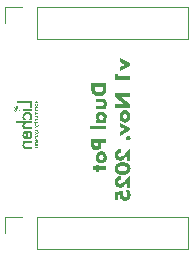
<source format=gbr>
%TF.GenerationSoftware,KiCad,Pcbnew,9.0.6*%
%TF.CreationDate,2025-12-17T11:34:44-05:00*%
%TF.ProjectId,lichen-breadboard-alpha-pot-dual-adaptor,6c696368-656e-42d6-9272-656164626f61,rev?*%
%TF.SameCoordinates,Original*%
%TF.FileFunction,Legend,Bot*%
%TF.FilePolarity,Positive*%
%FSLAX46Y46*%
G04 Gerber Fmt 4.6, Leading zero omitted, Abs format (unit mm)*
G04 Created by KiCad (PCBNEW 9.0.6) date 2025-12-17 11:34:44*
%MOMM*%
%LPD*%
G01*
G04 APERTURE LIST*
%ADD10C,0.000000*%
%ADD11C,0.250000*%
%ADD12C,0.120000*%
%ADD13O,3.240000X2.720000*%
%ADD14R,1.800000X1.800000*%
%ADD15C,1.800000*%
%ADD16R,1.700000X1.700000*%
%ADD17C,1.700000*%
G04 APERTURE END LIST*
D10*
G36*
X103466313Y-112593363D02*
G01*
X103472432Y-112596624D01*
X103478130Y-112600138D01*
X103483406Y-112603905D01*
X103488261Y-112607924D01*
X103492693Y-112612196D01*
X103496704Y-112616720D01*
X103500293Y-112621496D01*
X103503459Y-112626524D01*
X103506204Y-112631804D01*
X103508527Y-112637336D01*
X103510427Y-112643119D01*
X103511905Y-112649155D01*
X103512961Y-112655442D01*
X103513595Y-112661980D01*
X103513806Y-112668770D01*
X103513727Y-112672779D01*
X103513488Y-112676713D01*
X103513091Y-112680572D01*
X103512535Y-112684358D01*
X103511820Y-112688068D01*
X103510946Y-112691704D01*
X103509913Y-112695265D01*
X103508721Y-112698752D01*
X103507369Y-112702163D01*
X103505859Y-112705499D01*
X103504190Y-112708760D01*
X103502362Y-112711946D01*
X103500375Y-112715057D01*
X103498229Y-112718092D01*
X103495924Y-112721052D01*
X103493460Y-112723936D01*
X103490736Y-112726786D01*
X103487931Y-112729453D01*
X103485044Y-112731934D01*
X103482076Y-112734232D01*
X103479026Y-112736345D01*
X103475895Y-112738274D01*
X103472682Y-112740019D01*
X103469388Y-112741579D01*
X103466012Y-112742956D01*
X103462555Y-112744149D01*
X103459017Y-112745158D01*
X103455397Y-112745984D01*
X103451696Y-112746625D01*
X103447914Y-112747084D01*
X103444051Y-112747359D01*
X103440107Y-112747450D01*
X103437040Y-112747396D01*
X103434053Y-112747232D01*
X103431144Y-112746960D01*
X103428313Y-112746579D01*
X103425562Y-112746088D01*
X103422890Y-112745489D01*
X103420297Y-112744780D01*
X103417783Y-112743963D01*
X103415349Y-112743037D01*
X103412994Y-112742001D01*
X103410719Y-112740857D01*
X103408524Y-112739604D01*
X103406409Y-112738241D01*
X103404374Y-112736770D01*
X103402419Y-112735190D01*
X103400545Y-112733501D01*
X103398698Y-112731641D01*
X103396830Y-112729576D01*
X103394940Y-112727305D01*
X103393029Y-112724828D01*
X103391096Y-112722144D01*
X103389141Y-112719254D01*
X103387165Y-112716158D01*
X103385168Y-112712855D01*
X103381111Y-112705629D01*
X103376970Y-112697575D01*
X103372745Y-112688694D01*
X103368438Y-112678983D01*
X103366880Y-112675427D01*
X103365322Y-112672101D01*
X103363761Y-112669003D01*
X103362199Y-112666134D01*
X103360636Y-112663494D01*
X103359071Y-112661083D01*
X103358288Y-112659963D01*
X103357505Y-112658901D01*
X103356721Y-112657896D01*
X103355937Y-112656949D01*
X103355152Y-112656059D01*
X103354368Y-112655226D01*
X103353582Y-112654450D01*
X103352797Y-112653732D01*
X103352011Y-112653072D01*
X103351225Y-112652468D01*
X103350438Y-112651922D01*
X103349651Y-112651434D01*
X103348863Y-112651003D01*
X103348076Y-112650629D01*
X103347288Y-112650313D01*
X103346499Y-112650054D01*
X103345710Y-112649853D01*
X103344921Y-112649709D01*
X103344132Y-112649623D01*
X103343342Y-112649594D01*
X103342449Y-112649614D01*
X103341576Y-112649673D01*
X103340723Y-112649771D01*
X103339889Y-112649908D01*
X103339076Y-112650085D01*
X103338283Y-112650300D01*
X103337509Y-112650553D01*
X103336756Y-112650846D01*
X103336023Y-112651177D01*
X103335310Y-112651547D01*
X103334617Y-112651955D01*
X103333944Y-112652402D01*
X103333292Y-112652886D01*
X103332659Y-112653409D01*
X103332047Y-112653970D01*
X103331455Y-112654568D01*
X103330898Y-112655194D01*
X103330376Y-112655837D01*
X103329890Y-112656496D01*
X103329439Y-112657172D01*
X103329025Y-112657864D01*
X103328646Y-112658573D01*
X103328303Y-112659299D01*
X103327996Y-112660041D01*
X103327725Y-112660800D01*
X103327490Y-112661576D01*
X103327291Y-112662368D01*
X103327128Y-112663177D01*
X103327002Y-112664003D01*
X103326911Y-112664845D01*
X103326857Y-112665705D01*
X103326838Y-112666580D01*
X103326918Y-112668392D01*
X103327156Y-112670166D01*
X103327335Y-112671040D01*
X103327554Y-112671905D01*
X103328110Y-112673606D01*
X103328825Y-112675272D01*
X103329699Y-112676901D01*
X103330732Y-112678494D01*
X103331924Y-112680050D01*
X103333275Y-112681570D01*
X103334785Y-112683054D01*
X103336454Y-112684501D01*
X103338282Y-112685912D01*
X103340270Y-112687287D01*
X103342416Y-112688625D01*
X103344721Y-112689928D01*
X103347185Y-112691193D01*
X103324801Y-112733242D01*
X103319515Y-112730589D01*
X103314570Y-112727766D01*
X103309967Y-112724771D01*
X103305705Y-112721606D01*
X103301784Y-112718270D01*
X103298205Y-112714765D01*
X103294966Y-112711089D01*
X103292069Y-112707244D01*
X103289513Y-112703229D01*
X103287298Y-112699044D01*
X103285424Y-112694690D01*
X103283890Y-112690168D01*
X103282698Y-112685476D01*
X103281846Y-112680616D01*
X103281335Y-112675587D01*
X103281165Y-112670390D01*
X103281238Y-112666838D01*
X103281458Y-112663353D01*
X103281825Y-112659934D01*
X103282339Y-112656582D01*
X103282999Y-112653296D01*
X103283806Y-112650077D01*
X103284760Y-112646925D01*
X103285860Y-112643839D01*
X103287106Y-112640821D01*
X103288499Y-112637868D01*
X103290039Y-112634983D01*
X103291724Y-112632164D01*
X103293556Y-112629412D01*
X103295535Y-112626726D01*
X103297660Y-112624107D01*
X103299931Y-112621555D01*
X103302314Y-112619172D01*
X103304774Y-112616942D01*
X103307313Y-112614866D01*
X103309930Y-112612942D01*
X103312624Y-112611173D01*
X103315396Y-112609556D01*
X103318247Y-112608093D01*
X103321175Y-112606784D01*
X103324181Y-112605628D01*
X103327265Y-112604626D01*
X103330428Y-112603778D01*
X103333668Y-112603084D01*
X103336986Y-112602545D01*
X103340383Y-112602159D01*
X103343857Y-112601927D01*
X103347410Y-112601850D01*
X103350091Y-112601895D01*
X103352711Y-112602032D01*
X103355268Y-112602258D01*
X103357764Y-112602576D01*
X103360198Y-112602984D01*
X103362570Y-112603482D01*
X103364880Y-112604070D01*
X103367129Y-112604749D01*
X103369316Y-112605518D01*
X103371441Y-112606376D01*
X103373505Y-112607325D01*
X103375508Y-112608363D01*
X103377449Y-112609491D01*
X103379329Y-112610709D01*
X103381147Y-112612016D01*
X103382904Y-112613412D01*
X103384260Y-112614590D01*
X103385615Y-112615871D01*
X103386971Y-112617255D01*
X103388327Y-112618742D01*
X103389684Y-112620331D01*
X103391040Y-112622024D01*
X103392396Y-112623820D01*
X103393753Y-112625719D01*
X103395109Y-112627721D01*
X103396466Y-112629825D01*
X103397822Y-112632033D01*
X103399179Y-112634343D01*
X103401893Y-112639273D01*
X103404606Y-112644613D01*
X103408387Y-112652478D01*
X103412068Y-112660244D01*
X103415749Y-112667905D01*
X103419529Y-112675616D01*
X103421007Y-112678022D01*
X103422498Y-112680273D01*
X103424004Y-112682369D01*
X103425523Y-112684311D01*
X103427057Y-112686099D01*
X103428604Y-112687731D01*
X103430165Y-112689208D01*
X103431740Y-112690530D01*
X103433329Y-112691697D01*
X103434933Y-112692709D01*
X103435740Y-112693156D01*
X103436550Y-112693565D01*
X103437364Y-112693935D01*
X103438182Y-112694266D01*
X103439003Y-112694558D01*
X103439827Y-112694811D01*
X103440656Y-112695025D01*
X103441487Y-112695201D01*
X103442322Y-112695337D01*
X103443161Y-112695435D01*
X103444004Y-112695493D01*
X103444850Y-112695513D01*
X103446295Y-112695487D01*
X103447695Y-112695411D01*
X103449049Y-112695285D01*
X103450357Y-112695107D01*
X103451619Y-112694879D01*
X103452836Y-112694601D01*
X103454007Y-112694272D01*
X103455132Y-112693892D01*
X103456211Y-112693462D01*
X103457244Y-112692982D01*
X103458232Y-112692450D01*
X103459173Y-112691869D01*
X103460069Y-112691237D01*
X103460919Y-112690555D01*
X103461723Y-112689822D01*
X103462481Y-112689039D01*
X103463193Y-112688205D01*
X103463859Y-112687321D01*
X103464480Y-112686387D01*
X103465054Y-112685403D01*
X103465583Y-112684368D01*
X103466065Y-112683283D01*
X103466502Y-112682148D01*
X103466893Y-112680963D01*
X103467238Y-112679727D01*
X103467537Y-112678442D01*
X103467789Y-112677106D01*
X103467996Y-112675720D01*
X103468272Y-112672798D01*
X103468364Y-112669676D01*
X103468331Y-112668090D01*
X103468230Y-112666531D01*
X103468061Y-112664997D01*
X103467825Y-112663490D01*
X103467523Y-112662010D01*
X103467153Y-112660558D01*
X103466715Y-112659132D01*
X103466211Y-112657734D01*
X103465640Y-112656365D01*
X103465002Y-112655023D01*
X103464297Y-112653710D01*
X103463525Y-112652426D01*
X103462687Y-112651171D01*
X103461782Y-112649945D01*
X103460810Y-112648750D01*
X103459772Y-112647584D01*
X103459188Y-112646962D01*
X103458514Y-112646309D01*
X103456899Y-112644906D01*
X103454926Y-112643374D01*
X103452593Y-112641713D01*
X103449900Y-112639921D01*
X103446846Y-112637999D01*
X103443430Y-112635945D01*
X103439650Y-112633759D01*
X103459772Y-112590354D01*
X103466313Y-112593363D01*
G37*
G36*
X102094674Y-109556853D02*
G01*
X102094409Y-109557383D01*
X102094714Y-109556384D01*
X102094674Y-109556853D01*
G37*
G36*
X103197451Y-110515874D02*
G01*
X103199151Y-110515987D01*
X103200818Y-110516176D01*
X103202451Y-110516442D01*
X103204051Y-110516783D01*
X103205618Y-110517200D01*
X103207151Y-110517693D01*
X103208652Y-110518262D01*
X103210119Y-110518907D01*
X103211552Y-110519628D01*
X103212953Y-110520426D01*
X103214320Y-110521299D01*
X103215654Y-110522250D01*
X103216955Y-110523276D01*
X103218223Y-110524379D01*
X103219457Y-110525559D01*
X103220637Y-110526792D01*
X103221740Y-110528057D01*
X103222767Y-110529352D01*
X103223717Y-110530679D01*
X103224591Y-110532037D01*
X103225388Y-110533426D01*
X103226110Y-110534847D01*
X103226755Y-110536299D01*
X103227324Y-110537784D01*
X103227817Y-110539300D01*
X103228234Y-110540848D01*
X103228575Y-110542429D01*
X103228840Y-110544041D01*
X103229029Y-110545686D01*
X103229143Y-110547364D01*
X103229181Y-110549074D01*
X103229143Y-110550783D01*
X103229029Y-110552459D01*
X103228840Y-110554100D01*
X103228574Y-110555707D01*
X103228233Y-110557281D01*
X103227815Y-110558820D01*
X103227322Y-110560326D01*
X103226752Y-110561798D01*
X103226107Y-110563236D01*
X103225385Y-110564641D01*
X103224588Y-110566012D01*
X103223714Y-110567349D01*
X103222764Y-110568653D01*
X103221738Y-110569923D01*
X103220636Y-110571160D01*
X103219457Y-110572364D01*
X103218224Y-110573543D01*
X103216960Y-110574647D01*
X103215664Y-110575673D01*
X103214338Y-110576623D01*
X103212980Y-110577497D01*
X103211590Y-110578295D01*
X103210170Y-110579016D01*
X103208717Y-110579661D01*
X103207233Y-110580230D01*
X103205716Y-110580723D01*
X103204168Y-110581140D01*
X103202588Y-110581481D01*
X103200975Y-110581747D01*
X103199330Y-110581936D01*
X103197653Y-110582049D01*
X103195943Y-110582087D01*
X103194233Y-110582049D01*
X103192558Y-110581936D01*
X103190917Y-110581746D01*
X103189309Y-110581480D01*
X103187736Y-110581139D01*
X103186196Y-110580722D01*
X103184691Y-110580228D01*
X103183219Y-110579659D01*
X103181780Y-110579013D01*
X103180376Y-110578292D01*
X103179005Y-110577494D01*
X103177667Y-110576621D01*
X103176363Y-110575671D01*
X103175093Y-110574645D01*
X103173856Y-110573542D01*
X103172653Y-110572364D01*
X103171473Y-110571130D01*
X103170370Y-110569866D01*
X103169343Y-110568571D01*
X103168393Y-110567244D01*
X103167519Y-110565886D01*
X103166722Y-110564497D01*
X103166000Y-110563076D01*
X103165355Y-110561623D01*
X103164786Y-110560139D01*
X103164293Y-110558623D01*
X103163876Y-110557075D01*
X103163535Y-110555494D01*
X103163270Y-110553882D01*
X103163081Y-110552237D01*
X103162967Y-110550559D01*
X103162929Y-110548849D01*
X103162967Y-110547168D01*
X103163081Y-110545517D01*
X103163271Y-110543896D01*
X103163536Y-110542306D01*
X103163877Y-110540746D01*
X103164295Y-110539216D01*
X103164788Y-110537716D01*
X103165358Y-110536247D01*
X103166003Y-110534807D01*
X103166724Y-110533397D01*
X103167522Y-110532016D01*
X103168396Y-110530666D01*
X103169346Y-110529345D01*
X103170372Y-110528054D01*
X103171474Y-110526792D01*
X103172653Y-110525559D01*
X103173883Y-110524379D01*
X103175142Y-110523276D01*
X103176429Y-110522250D01*
X103177744Y-110521299D01*
X103179087Y-110520426D01*
X103180458Y-110519628D01*
X103181857Y-110518907D01*
X103183284Y-110518262D01*
X103184739Y-110517693D01*
X103186222Y-110517200D01*
X103187734Y-110516783D01*
X103189273Y-110516442D01*
X103190840Y-110516176D01*
X103192436Y-110515987D01*
X103194059Y-110515874D01*
X103195711Y-110515836D01*
X103195718Y-110515836D01*
X103197451Y-110515874D01*
G37*
G36*
X101771300Y-109086100D02*
G01*
X101771022Y-109086397D01*
X101771236Y-109086050D01*
X101771300Y-109086100D01*
G37*
G36*
X101782275Y-109487852D02*
G01*
X101783269Y-109487961D01*
X101778398Y-109487784D01*
X101778795Y-109487486D01*
X101782275Y-109487852D01*
G37*
G36*
X101836032Y-109557565D02*
G01*
X101835839Y-109557614D01*
X101835673Y-109557204D01*
X101836032Y-109557565D01*
G37*
G36*
X101992591Y-109779319D02*
G01*
X101991477Y-109778717D01*
X101989892Y-109777866D01*
X101992591Y-109776748D01*
X101992591Y-109779319D01*
G37*
G36*
X101628505Y-109666053D02*
G01*
X101628372Y-109665385D01*
X101629160Y-109665273D01*
X101628505Y-109666053D01*
G37*
G36*
X101550589Y-109309388D02*
G01*
X101550849Y-109309555D01*
X101551372Y-109309891D01*
X101551372Y-109309898D01*
X101551079Y-109310001D01*
X101550881Y-109310068D01*
X101550817Y-109310087D01*
X101550801Y-109310091D01*
X101550797Y-109310091D01*
X101550797Y-109310090D01*
X101550739Y-109309977D01*
X101550681Y-109309866D01*
X101550564Y-109309649D01*
X101550327Y-109309223D01*
X101550589Y-109309388D01*
G37*
G36*
X102001342Y-109439273D02*
G01*
X101999927Y-109437453D01*
X102006515Y-109433308D01*
X102001342Y-109439273D01*
G37*
G36*
X101756603Y-109705000D02*
G01*
X101756828Y-109706165D01*
X101757059Y-109707335D01*
X101756543Y-109704901D01*
X101756603Y-109705000D01*
G37*
G36*
X101615176Y-109258099D02*
G01*
X101615156Y-109258119D01*
X101615150Y-109258119D01*
X101615173Y-109258075D01*
X101615176Y-109258099D01*
G37*
G36*
X101854510Y-109178514D02*
G01*
X101854692Y-109178531D01*
X101854868Y-109178564D01*
X101855039Y-109178613D01*
X101855204Y-109178679D01*
X101855364Y-109178761D01*
X101855518Y-109178859D01*
X101855667Y-109178974D01*
X101855811Y-109179105D01*
X101855949Y-109179252D01*
X101856082Y-109179416D01*
X101856209Y-109179595D01*
X101856330Y-109179792D01*
X101856447Y-109180004D01*
X101856557Y-109180233D01*
X101856663Y-109180478D01*
X101856763Y-109180739D01*
X101856857Y-109181017D01*
X101856946Y-109181310D01*
X101856706Y-109181445D01*
X101856470Y-109181568D01*
X101856238Y-109181680D01*
X101856010Y-109181780D01*
X101855787Y-109181869D01*
X101855569Y-109181947D01*
X101855354Y-109182013D01*
X101855144Y-109182068D01*
X101854938Y-109182112D01*
X101854737Y-109182144D01*
X101854539Y-109182166D01*
X101854346Y-109182175D01*
X101854158Y-109182174D01*
X101853974Y-109182161D01*
X101853794Y-109182136D01*
X101853618Y-109182101D01*
X101853447Y-109182054D01*
X101853280Y-109181996D01*
X101853117Y-109181926D01*
X101852959Y-109181845D01*
X101852805Y-109181753D01*
X101852655Y-109181650D01*
X101852510Y-109181535D01*
X101852368Y-109181409D01*
X101852232Y-109181272D01*
X101852099Y-109181123D01*
X101851971Y-109180963D01*
X101851848Y-109180792D01*
X101851728Y-109180609D01*
X101851613Y-109180416D01*
X101851503Y-109180210D01*
X101851396Y-109179994D01*
X101851654Y-109179782D01*
X101851906Y-109179587D01*
X101852153Y-109179407D01*
X101852395Y-109179244D01*
X101852631Y-109179098D01*
X101852861Y-109178968D01*
X101853086Y-109178854D01*
X101853306Y-109178756D01*
X101853520Y-109178675D01*
X101853729Y-109178610D01*
X101853933Y-109178562D01*
X101854131Y-109178529D01*
X101854323Y-109178513D01*
X101854510Y-109178514D01*
G37*
G36*
X101706765Y-109462896D02*
G01*
X101706768Y-109462899D01*
X101706769Y-109462901D01*
X101706771Y-109462903D01*
X101706772Y-109462905D01*
X101706774Y-109462907D01*
X101706775Y-109462908D01*
X101706775Y-109462909D01*
X101706776Y-109462910D01*
X101706776Y-109462911D01*
X101706776Y-109462912D01*
X101706776Y-109462913D01*
X101706775Y-109462913D01*
X101706774Y-109462918D01*
X101706762Y-109462893D01*
X101706765Y-109462896D01*
G37*
G36*
X101702052Y-109615617D02*
G01*
X101702052Y-109615611D01*
X101702055Y-109615610D01*
X101702052Y-109615617D01*
G37*
G36*
X101761478Y-109449069D02*
G01*
X101761087Y-109448758D01*
X101761087Y-109448751D01*
X101761801Y-109448667D01*
X101761478Y-109449069D01*
G37*
G36*
X101871495Y-109443495D02*
G01*
X101870167Y-109445147D01*
X101868864Y-109446678D01*
X101867592Y-109448088D01*
X101865172Y-109450550D01*
X101862962Y-109452540D01*
X101861016Y-109454066D01*
X101859391Y-109455133D01*
X101858715Y-109455497D01*
X101858141Y-109455749D01*
X101857674Y-109455891D01*
X101857322Y-109455922D01*
X101857091Y-109455844D01*
X101856989Y-109455658D01*
X101857022Y-109455365D01*
X101857198Y-109454964D01*
X101857522Y-109454459D01*
X101858003Y-109453848D01*
X101859460Y-109452316D01*
X101861625Y-109450375D01*
X101864551Y-109448032D01*
X101868296Y-109445295D01*
X101872063Y-109442745D01*
X101871495Y-109443495D01*
G37*
G36*
X101537281Y-109348320D02*
G01*
X101537025Y-109348481D01*
X101537271Y-109348322D01*
X101537444Y-109348213D01*
X101537281Y-109348320D01*
G37*
G36*
X101586026Y-109262660D02*
G01*
X101586224Y-109262674D01*
X101586422Y-109262697D01*
X101586621Y-109262729D01*
X101586820Y-109262771D01*
X101587019Y-109262823D01*
X101587218Y-109262883D01*
X101587417Y-109262953D01*
X101587616Y-109263032D01*
X101588016Y-109263219D01*
X101588417Y-109263442D01*
X101588818Y-109263702D01*
X101589221Y-109263999D01*
X101589044Y-109264249D01*
X101588865Y-109264482D01*
X101588686Y-109264699D01*
X101588504Y-109264900D01*
X101588322Y-109265084D01*
X101588138Y-109265252D01*
X101587952Y-109265403D01*
X101587765Y-109265537D01*
X101587577Y-109265655D01*
X101587387Y-109265757D01*
X101587196Y-109265842D01*
X101587003Y-109265910D01*
X101586809Y-109265961D01*
X101586614Y-109265996D01*
X101586417Y-109266014D01*
X101586219Y-109266016D01*
X101586020Y-109266001D01*
X101585819Y-109265968D01*
X101585617Y-109265919D01*
X101585414Y-109265854D01*
X101585209Y-109265771D01*
X101585003Y-109265671D01*
X101584795Y-109265555D01*
X101584587Y-109265421D01*
X101584376Y-109265271D01*
X101584165Y-109265104D01*
X101583953Y-109264919D01*
X101583739Y-109264718D01*
X101583524Y-109264499D01*
X101583307Y-109264264D01*
X101583090Y-109264011D01*
X101582871Y-109263741D01*
X101583264Y-109263471D01*
X101583657Y-109263239D01*
X101583854Y-109263138D01*
X101584051Y-109263046D01*
X101584248Y-109262965D01*
X101584445Y-109262892D01*
X101584642Y-109262830D01*
X101584840Y-109262777D01*
X101585037Y-109262734D01*
X101585234Y-109262700D01*
X101585432Y-109262675D01*
X101585630Y-109262661D01*
X101585828Y-109262656D01*
X101586026Y-109262660D01*
G37*
G36*
X101979673Y-109110726D02*
G01*
X101957223Y-109112519D01*
X101957058Y-109113147D01*
X101955993Y-109111905D01*
X101954960Y-109110802D01*
X101953955Y-109109827D01*
X101952975Y-109108972D01*
X101952018Y-109108226D01*
X101951080Y-109107579D01*
X101950159Y-109107023D01*
X101949252Y-109106546D01*
X101948356Y-109106140D01*
X101947468Y-109105795D01*
X101945704Y-109105247D01*
X101943938Y-109104824D01*
X101942146Y-109104449D01*
X101940305Y-109104043D01*
X101938393Y-109103528D01*
X101937403Y-109103206D01*
X101936387Y-109102827D01*
X101935340Y-109102381D01*
X101934262Y-109101860D01*
X101933148Y-109101254D01*
X101931996Y-109100551D01*
X101930803Y-109099744D01*
X101929567Y-109098821D01*
X101928283Y-109097774D01*
X101926950Y-109096592D01*
X101925565Y-109095266D01*
X101924124Y-109093786D01*
X101979673Y-109110726D01*
G37*
G36*
X102079023Y-109611544D02*
G01*
X102079019Y-109611540D01*
X102079018Y-109611537D01*
X102079023Y-109611544D01*
G37*
G36*
X101752045Y-109546832D02*
G01*
X101752044Y-109546840D01*
X101751979Y-109546726D01*
X101752045Y-109546832D01*
G37*
G36*
X101924481Y-109232864D02*
G01*
X101924487Y-109232873D01*
X101924513Y-109232912D01*
X101924596Y-109233040D01*
X101924677Y-109233168D01*
X101924701Y-109233206D01*
X101924706Y-109233215D01*
X101923855Y-109234153D01*
X101923009Y-109235099D01*
X101921312Y-109236999D01*
X101920869Y-109236688D01*
X101922682Y-109234788D01*
X101923584Y-109233831D01*
X101924481Y-109232864D01*
G37*
G36*
X102012937Y-109653214D02*
G01*
X102012930Y-109654943D01*
X102012951Y-109658367D01*
X102011654Y-109658070D01*
X102012943Y-109652846D01*
X102012937Y-109653214D01*
G37*
G36*
X101842156Y-109145426D02*
G01*
X101836325Y-109147066D01*
X101838227Y-109133150D01*
X101842156Y-109145426D01*
G37*
G36*
X101978807Y-109775705D02*
G01*
X101978911Y-109775738D01*
X101979027Y-109775788D01*
X101979155Y-109775856D01*
X101979294Y-109775940D01*
X101979445Y-109776041D01*
X101979606Y-109776159D01*
X101979778Y-109776294D01*
X101980149Y-109776615D01*
X101980557Y-109777005D01*
X101980996Y-109777463D01*
X101980405Y-109777844D01*
X101980101Y-109778042D01*
X101979785Y-109778250D01*
X101979373Y-109777700D01*
X101979043Y-109777216D01*
X101978907Y-109776999D01*
X101978791Y-109776798D01*
X101978693Y-109776614D01*
X101978613Y-109776446D01*
X101978551Y-109776295D01*
X101978506Y-109776161D01*
X101978478Y-109776043D01*
X101978466Y-109775942D01*
X101978470Y-109775858D01*
X101978490Y-109775791D01*
X101978525Y-109775740D01*
X101978575Y-109775706D01*
X101978639Y-109775689D01*
X101978716Y-109775688D01*
X101978807Y-109775705D01*
G37*
G36*
X101574909Y-109520975D02*
G01*
X101579441Y-109521152D01*
X101583987Y-109521503D01*
X101588546Y-109522027D01*
X101519781Y-109546713D01*
X101518685Y-109546974D01*
X101517890Y-109546913D01*
X101517378Y-109546549D01*
X101517136Y-109545902D01*
X101517146Y-109544992D01*
X101517394Y-109543839D01*
X101517863Y-109542463D01*
X101518538Y-109540882D01*
X101520442Y-109537188D01*
X101522981Y-109532914D01*
X101524009Y-109531332D01*
X101525908Y-109530503D01*
X101530297Y-109528767D01*
X101534700Y-109527206D01*
X101539115Y-109525818D01*
X101543544Y-109524604D01*
X101547986Y-109523564D01*
X101552440Y-109522698D01*
X101556908Y-109522006D01*
X101561389Y-109521487D01*
X101565882Y-109521143D01*
X101570389Y-109520972D01*
X101574909Y-109520975D01*
G37*
G36*
X101854354Y-109763165D02*
G01*
X101853942Y-109762402D01*
X101853299Y-109761137D01*
X101852708Y-109759897D01*
X101852168Y-109758683D01*
X101851681Y-109757493D01*
X101851246Y-109756329D01*
X101850862Y-109755189D01*
X101850531Y-109754075D01*
X101850252Y-109752985D01*
X101850024Y-109751921D01*
X101849849Y-109750882D01*
X101849725Y-109749868D01*
X101849654Y-109748879D01*
X101849635Y-109747915D01*
X101849667Y-109746976D01*
X101849752Y-109746062D01*
X101849888Y-109745173D01*
X101850077Y-109744309D01*
X101850317Y-109743471D01*
X101850610Y-109742657D01*
X101850954Y-109741869D01*
X101851351Y-109741105D01*
X101851799Y-109740367D01*
X101852300Y-109739654D01*
X101852852Y-109738966D01*
X101853457Y-109738303D01*
X101854113Y-109737665D01*
X101854822Y-109737052D01*
X101855583Y-109736464D01*
X101856395Y-109735902D01*
X101857260Y-109735364D01*
X101858176Y-109734852D01*
X101854354Y-109763165D01*
G37*
G36*
X102081491Y-109554530D02*
G01*
X102081485Y-109554485D01*
X102081491Y-109554485D01*
X102081491Y-109554530D01*
G37*
G36*
X102092571Y-109618038D02*
G01*
X102091215Y-109617747D01*
X102092266Y-109616967D01*
X102092571Y-109618038D01*
G37*
G36*
X101739054Y-109611318D02*
G01*
X101738750Y-109611715D01*
X101738122Y-109610934D01*
X101739054Y-109611318D01*
G37*
G36*
X101885766Y-109521763D02*
G01*
X101885397Y-109521360D01*
X101885428Y-109521353D01*
X101885766Y-109521763D01*
G37*
G36*
X101635086Y-109682888D02*
G01*
X101634992Y-109682906D01*
X101634902Y-109682920D01*
X101634814Y-109682931D01*
X101634730Y-109682939D01*
X101634649Y-109682943D01*
X101634572Y-109682944D01*
X101634497Y-109682941D01*
X101634426Y-109682935D01*
X101634359Y-109682925D01*
X101634294Y-109682912D01*
X101634233Y-109682895D01*
X101634175Y-109682875D01*
X101634120Y-109682851D01*
X101634068Y-109682824D01*
X101634020Y-109682794D01*
X101633975Y-109682759D01*
X101633933Y-109682722D01*
X101633895Y-109682681D01*
X101633859Y-109682636D01*
X101633827Y-109682588D01*
X101633799Y-109682537D01*
X101633773Y-109682482D01*
X101633751Y-109682424D01*
X101633732Y-109682362D01*
X101633716Y-109682297D01*
X101633704Y-109682228D01*
X101633694Y-109682156D01*
X101633688Y-109682080D01*
X101633686Y-109682001D01*
X101633686Y-109681919D01*
X101633690Y-109681833D01*
X101633697Y-109681743D01*
X101634230Y-109681470D01*
X101634762Y-109681201D01*
X101635086Y-109682888D01*
G37*
G36*
X101861192Y-109394234D02*
G01*
X101861186Y-109394234D01*
X101861192Y-109394227D01*
X101861192Y-109394234D01*
G37*
G36*
X102185684Y-109518886D02*
G01*
X102185109Y-109520176D01*
X102185000Y-109520097D01*
X102184899Y-109520018D01*
X102184806Y-109519938D01*
X102184721Y-109519859D01*
X102184643Y-109519779D01*
X102184573Y-109519699D01*
X102184511Y-109519619D01*
X102184456Y-109519538D01*
X102184409Y-109519457D01*
X102184370Y-109519377D01*
X102184338Y-109519295D01*
X102184314Y-109519214D01*
X102184297Y-109519132D01*
X102184289Y-109519051D01*
X102184288Y-109518969D01*
X102184294Y-109518886D01*
X102184308Y-109518804D01*
X102184330Y-109518721D01*
X102184360Y-109518639D01*
X102184397Y-109518555D01*
X102184442Y-109518472D01*
X102184494Y-109518389D01*
X102184554Y-109518305D01*
X102184622Y-109518221D01*
X102184697Y-109518137D01*
X102184781Y-109518053D01*
X102184871Y-109517968D01*
X102184970Y-109517884D01*
X102185076Y-109517799D01*
X102185189Y-109517714D01*
X102185310Y-109517628D01*
X102185439Y-109517543D01*
X102185684Y-109518886D01*
G37*
G36*
X101808018Y-109391855D02*
G01*
X101807548Y-109391363D01*
X101807542Y-109391363D01*
X101808024Y-109390966D01*
X101808018Y-109391855D01*
G37*
G36*
X101854318Y-109629678D02*
G01*
X101853593Y-109629568D01*
X101853594Y-109629567D01*
X101853602Y-109629558D01*
X101853636Y-109629516D01*
X101853746Y-109629376D01*
X101853910Y-109629164D01*
X101853910Y-109629157D01*
X101854318Y-109629678D01*
G37*
G36*
X101869381Y-109525084D02*
G01*
X101868799Y-109524918D01*
X101869432Y-109524782D01*
X101869381Y-109525084D01*
G37*
G36*
X101907528Y-109139553D02*
G01*
X101907210Y-109139162D01*
X101907397Y-109138848D01*
X101907528Y-109139553D01*
G37*
G36*
X101790545Y-109424796D02*
G01*
X101790549Y-109424800D01*
X101790549Y-109424852D01*
X101790416Y-109424806D01*
X101790421Y-109424805D01*
X101790427Y-109424804D01*
X101790444Y-109424802D01*
X101790465Y-109424799D01*
X101790487Y-109424797D01*
X101790542Y-109424793D01*
X101790545Y-109424796D01*
G37*
G36*
X101585821Y-109464990D02*
G01*
X101585821Y-109465063D01*
X101585635Y-109464978D01*
X101585821Y-109464990D01*
G37*
G36*
X101922547Y-109489128D02*
G01*
X101922543Y-109489120D01*
X101922549Y-109489120D01*
X101922547Y-109489128D01*
G37*
G36*
X101785852Y-109488062D02*
G01*
X101785766Y-109488260D01*
X101785760Y-109488260D01*
X101785625Y-109484798D01*
X101785852Y-109488062D01*
G37*
G36*
X102012931Y-109714813D02*
G01*
X102013072Y-109714831D01*
X102013209Y-109714864D01*
X102013344Y-109714910D01*
X102013476Y-109714971D01*
X102013605Y-109715046D01*
X102013731Y-109715135D01*
X102013855Y-109715239D01*
X102013975Y-109715356D01*
X102014093Y-109715488D01*
X102014208Y-109715634D01*
X102014320Y-109715794D01*
X102014429Y-109715968D01*
X102014535Y-109716157D01*
X102014638Y-109716359D01*
X102014738Y-109716576D01*
X102014836Y-109716807D01*
X102013694Y-109717392D01*
X102012508Y-109717991D01*
X102012501Y-109717985D01*
X102012214Y-109717798D01*
X102011931Y-109717609D01*
X102011652Y-109717419D01*
X102011377Y-109717227D01*
X102010832Y-109716840D01*
X102010292Y-109716450D01*
X102010478Y-109716241D01*
X102010662Y-109716047D01*
X102010843Y-109715866D01*
X102011020Y-109715700D01*
X102011195Y-109715548D01*
X102011368Y-109715411D01*
X102011537Y-109715287D01*
X102011703Y-109715178D01*
X102011867Y-109715082D01*
X102012027Y-109715001D01*
X102012185Y-109714934D01*
X102012340Y-109714882D01*
X102012492Y-109714843D01*
X102012641Y-109714819D01*
X102012788Y-109714809D01*
X102012931Y-109714813D01*
G37*
G36*
X101876183Y-109435916D02*
G01*
X101876399Y-109435984D01*
X101876469Y-109436008D01*
X101876487Y-109436015D01*
X101876492Y-109436018D01*
X101876458Y-109436241D01*
X101876427Y-109436464D01*
X101876399Y-109436685D01*
X101876373Y-109436905D01*
X101876248Y-109436633D01*
X101876121Y-109436362D01*
X101875864Y-109435820D01*
X101876183Y-109435916D01*
G37*
G36*
X101809636Y-109653990D02*
G01*
X101810481Y-109654758D01*
X101811275Y-109655528D01*
X101812019Y-109656301D01*
X101812712Y-109657076D01*
X101813354Y-109657854D01*
X101813945Y-109658634D01*
X101814485Y-109659417D01*
X101814974Y-109660202D01*
X101815413Y-109660989D01*
X101815800Y-109661778D01*
X101816137Y-109662570D01*
X101816423Y-109663365D01*
X101816658Y-109664161D01*
X101816842Y-109664960D01*
X101816976Y-109665762D01*
X101817059Y-109666566D01*
X101817090Y-109667372D01*
X101817071Y-109668180D01*
X101817002Y-109668991D01*
X101816881Y-109669804D01*
X101816710Y-109670620D01*
X101816487Y-109671438D01*
X101816214Y-109672258D01*
X101815890Y-109673081D01*
X101815515Y-109673906D01*
X101815090Y-109674733D01*
X101814614Y-109675563D01*
X101814086Y-109676395D01*
X101813508Y-109677229D01*
X101812880Y-109678066D01*
X101811176Y-109676370D01*
X101809657Y-109674688D01*
X101808967Y-109673851D01*
X101808323Y-109673018D01*
X101807726Y-109672188D01*
X101807174Y-109671361D01*
X101806669Y-109670537D01*
X101806210Y-109669716D01*
X101805797Y-109668899D01*
X101805430Y-109668084D01*
X101805110Y-109667273D01*
X101804835Y-109666465D01*
X101804607Y-109665660D01*
X101804425Y-109664859D01*
X101804289Y-109664060D01*
X101804200Y-109663265D01*
X101804156Y-109662473D01*
X101804159Y-109661684D01*
X101804208Y-109660898D01*
X101804303Y-109660115D01*
X101804444Y-109659335D01*
X101804632Y-109658559D01*
X101804865Y-109657786D01*
X101805145Y-109657015D01*
X101805471Y-109656248D01*
X101805843Y-109655485D01*
X101806261Y-109654724D01*
X101806726Y-109653966D01*
X101807236Y-109653212D01*
X101807793Y-109652461D01*
X101809636Y-109653990D01*
G37*
G36*
X101640709Y-109210593D02*
G01*
X101640940Y-109211142D01*
X101640933Y-109211149D01*
X101633022Y-109209581D01*
X101633386Y-109209191D01*
X101640709Y-109210593D01*
G37*
G36*
X101722041Y-109527114D02*
G01*
X101721684Y-109527028D01*
X101721684Y-109523397D01*
X101722061Y-109523317D01*
X101722041Y-109527114D01*
G37*
G36*
X101871491Y-109681549D02*
G01*
X101872007Y-109682021D01*
X101870466Y-109683298D01*
X101870288Y-109682974D01*
X101870975Y-109681082D01*
X101871491Y-109681549D01*
G37*
G36*
X102090798Y-109584231D02*
G01*
X102090724Y-109584268D01*
X102090654Y-109584305D01*
X102090588Y-109584343D01*
X102090525Y-109584382D01*
X102090639Y-109583993D01*
X102090798Y-109584231D01*
G37*
G36*
X101597701Y-109276058D02*
G01*
X101596927Y-109275820D01*
X101597581Y-109275337D01*
X101597701Y-109276058D01*
G37*
G36*
X101744545Y-109548541D02*
G01*
X101744729Y-109550034D01*
X101744333Y-109547090D01*
X101744366Y-109547051D01*
X101744545Y-109548541D01*
G37*
G36*
X101735370Y-109495702D02*
G01*
X101735006Y-109495794D01*
X101734417Y-109495629D01*
X101735370Y-109495702D01*
G37*
G36*
X101691784Y-109323003D02*
G01*
X101691770Y-109323729D01*
X101691740Y-109324427D01*
X101691692Y-109325097D01*
X101691627Y-109325738D01*
X101691545Y-109326351D01*
X101691446Y-109326935D01*
X101691330Y-109327490D01*
X101691196Y-109328017D01*
X101691045Y-109328515D01*
X101690877Y-109328985D01*
X101690692Y-109329426D01*
X101690489Y-109329838D01*
X101690269Y-109330223D01*
X101690032Y-109330578D01*
X101689777Y-109330905D01*
X101689505Y-109331203D01*
X101689216Y-109331473D01*
X101688909Y-109331715D01*
X101688586Y-109331927D01*
X101688244Y-109332112D01*
X101687885Y-109332267D01*
X101687509Y-109332395D01*
X101687116Y-109332493D01*
X101686705Y-109332563D01*
X101686277Y-109332605D01*
X101685831Y-109332618D01*
X101685367Y-109332602D01*
X101684887Y-109332558D01*
X101684388Y-109332486D01*
X101683873Y-109332385D01*
X101683340Y-109332255D01*
X101691781Y-109322562D01*
X101691784Y-109323003D01*
G37*
G36*
X102060022Y-109434951D02*
G01*
X102060415Y-109435027D01*
X102060790Y-109435111D01*
X102061146Y-109435200D01*
X102061484Y-109435297D01*
X102061803Y-109435399D01*
X102062104Y-109435509D01*
X102062386Y-109435624D01*
X102062649Y-109435747D01*
X102062894Y-109435875D01*
X102063120Y-109436011D01*
X102063328Y-109436152D01*
X102063518Y-109436300D01*
X102063688Y-109436455D01*
X102063840Y-109436616D01*
X102063974Y-109436784D01*
X102064089Y-109436958D01*
X102064186Y-109437138D01*
X102064264Y-109437325D01*
X102064323Y-109437519D01*
X102064364Y-109437719D01*
X102064386Y-109437925D01*
X102064389Y-109438138D01*
X102064374Y-109438357D01*
X102064341Y-109438583D01*
X102064289Y-109438815D01*
X102064218Y-109439054D01*
X102064129Y-109439299D01*
X102064021Y-109439551D01*
X102063894Y-109439809D01*
X102063749Y-109440073D01*
X102063585Y-109440344D01*
X102058598Y-109437467D01*
X102059610Y-109434880D01*
X102060022Y-109434951D01*
G37*
G36*
X101846057Y-109217576D02*
G01*
X101845966Y-109217730D01*
X101845952Y-109217572D01*
X101846057Y-109217576D01*
G37*
G36*
X101911655Y-109125318D02*
G01*
X101910848Y-109124855D01*
X101911192Y-109124564D01*
X101911655Y-109125318D01*
G37*
G36*
X102061019Y-109182779D02*
G01*
X102061019Y-109182699D01*
X102061060Y-109182238D01*
X102061019Y-109182779D01*
G37*
G36*
X101604044Y-109385417D02*
G01*
X101603385Y-109384550D01*
X101602706Y-109383711D01*
X101602006Y-109382899D01*
X101601286Y-109382115D01*
X101600545Y-109381359D01*
X101599784Y-109380630D01*
X101599003Y-109379929D01*
X101598202Y-109379255D01*
X101597380Y-109378609D01*
X101596537Y-109377991D01*
X101595675Y-109377400D01*
X101594792Y-109376837D01*
X101593889Y-109376301D01*
X101592966Y-109375793D01*
X101592023Y-109375313D01*
X101591059Y-109374860D01*
X101590531Y-109376184D01*
X101590090Y-109377509D01*
X101589736Y-109378834D01*
X101589468Y-109380160D01*
X101589288Y-109381485D01*
X101589194Y-109382811D01*
X101589188Y-109384137D01*
X101589269Y-109385463D01*
X101589436Y-109386790D01*
X101589691Y-109388117D01*
X101590032Y-109389444D01*
X101590460Y-109390771D01*
X101590976Y-109392099D01*
X101591578Y-109393428D01*
X101592268Y-109394757D01*
X101593044Y-109396086D01*
X101602620Y-109392183D01*
X101617181Y-109392183D01*
X101617457Y-109403432D01*
X101624013Y-109402349D01*
X101637011Y-109400200D01*
X101636505Y-109398796D01*
X101636215Y-109398139D01*
X101635900Y-109397512D01*
X101635562Y-109396915D01*
X101635199Y-109396348D01*
X101634811Y-109395811D01*
X101634399Y-109395305D01*
X101633963Y-109394828D01*
X101633502Y-109394382D01*
X101633016Y-109393966D01*
X101632507Y-109393580D01*
X101631973Y-109393224D01*
X101631709Y-109393070D01*
X101644571Y-109393070D01*
X101644903Y-109393204D01*
X101645233Y-109393323D01*
X101645561Y-109393427D01*
X101645887Y-109393516D01*
X101646212Y-109393591D01*
X101646534Y-109393651D01*
X101646855Y-109393696D01*
X101647175Y-109393726D01*
X101647492Y-109393741D01*
X101647808Y-109393741D01*
X101648122Y-109393727D01*
X101648435Y-109393698D01*
X101648745Y-109393654D01*
X101649054Y-109393595D01*
X101649362Y-109393521D01*
X101649667Y-109393433D01*
X101649971Y-109393329D01*
X101650273Y-109393211D01*
X101650573Y-109393078D01*
X101650872Y-109392930D01*
X101651169Y-109392768D01*
X101651464Y-109392590D01*
X101651757Y-109392398D01*
X101652049Y-109392191D01*
X101652339Y-109391969D01*
X101652627Y-109391732D01*
X101653199Y-109391214D01*
X101653764Y-109390637D01*
X101654321Y-109390000D01*
X101653933Y-109389862D01*
X101653551Y-109389738D01*
X101653174Y-109389630D01*
X101652802Y-109389536D01*
X101652435Y-109389458D01*
X101652074Y-109389395D01*
X101651719Y-109389347D01*
X101651368Y-109389315D01*
X101651023Y-109389297D01*
X101650684Y-109389295D01*
X101650350Y-109389307D01*
X101650021Y-109389335D01*
X101649697Y-109389378D01*
X101649379Y-109389436D01*
X101649067Y-109389509D01*
X101648759Y-109389598D01*
X101648457Y-109389701D01*
X101648161Y-109389820D01*
X101647870Y-109389954D01*
X101647584Y-109390103D01*
X101647303Y-109390267D01*
X101647028Y-109390446D01*
X101646758Y-109390640D01*
X101646494Y-109390850D01*
X101646235Y-109391074D01*
X101645981Y-109391314D01*
X101645733Y-109391569D01*
X101645490Y-109391839D01*
X101645252Y-109392124D01*
X101645020Y-109392424D01*
X101644793Y-109392739D01*
X101644571Y-109393070D01*
X101631709Y-109393070D01*
X101631414Y-109392898D01*
X101630831Y-109392603D01*
X101630224Y-109392337D01*
X101629592Y-109392102D01*
X101628935Y-109391896D01*
X101628255Y-109391721D01*
X101627550Y-109391576D01*
X101626066Y-109391376D01*
X101624484Y-109391296D01*
X101622805Y-109391337D01*
X101621028Y-109391499D01*
X101619153Y-109391781D01*
X101617181Y-109392183D01*
X101602620Y-109392183D01*
X101616818Y-109386396D01*
X101616929Y-109386351D01*
X101624484Y-109383272D01*
X101625713Y-109382771D01*
X101625257Y-109383584D01*
X101625369Y-109383497D01*
X101625618Y-109383306D01*
X101625753Y-109383205D01*
X101625874Y-109383118D01*
X101625923Y-109383085D01*
X101625963Y-109383060D01*
X101625990Y-109383045D01*
X101625999Y-109383042D01*
X101626004Y-109383042D01*
X101630699Y-109381660D01*
X101635005Y-109380693D01*
X101638935Y-109380121D01*
X101642506Y-109379926D01*
X101645729Y-109380088D01*
X101648621Y-109380587D01*
X101650684Y-109381244D01*
X101651195Y-109381406D01*
X101653465Y-109382525D01*
X101655446Y-109383924D01*
X101657152Y-109385584D01*
X101657662Y-109386256D01*
X101658597Y-109387487D01*
X101659795Y-109389614D01*
X101660761Y-109391944D01*
X101661508Y-109394459D01*
X101662052Y-109397140D01*
X101662406Y-109399967D01*
X101662602Y-109405985D01*
X101662210Y-109412360D01*
X101661344Y-109418939D01*
X101660118Y-109425568D01*
X101658645Y-109432094D01*
X101657041Y-109438365D01*
X101653891Y-109449525D01*
X101654394Y-109449307D01*
X101654321Y-109453124D01*
X101653898Y-109452859D01*
X101647138Y-109469038D01*
X101662986Y-109459877D01*
X101662345Y-109459970D01*
X101676335Y-109457222D01*
X101682183Y-109456073D01*
X101685383Y-109459262D01*
X101684940Y-109459070D01*
X101684829Y-109459807D01*
X101684856Y-109460411D01*
X101685010Y-109460893D01*
X101685279Y-109461262D01*
X101685654Y-109461531D01*
X101686122Y-109461708D01*
X101686672Y-109461806D01*
X101687294Y-109461835D01*
X101688709Y-109461727D01*
X101690278Y-109461471D01*
X101693524Y-109460854D01*
X101695025Y-109460663D01*
X101695706Y-109460635D01*
X101696326Y-109460666D01*
X101696874Y-109460766D01*
X101697339Y-109460946D01*
X101697710Y-109461217D01*
X101697976Y-109461590D01*
X101698125Y-109462075D01*
X101698148Y-109462683D01*
X101698032Y-109463424D01*
X101697768Y-109464310D01*
X101697342Y-109465350D01*
X101696746Y-109466556D01*
X101695967Y-109467939D01*
X101694994Y-109469508D01*
X101695028Y-109469508D01*
X101679404Y-109542791D01*
X101679171Y-109542619D01*
X101679338Y-109554069D01*
X101679364Y-109554069D01*
X101668874Y-109565083D01*
X101669945Y-109565697D01*
X101670753Y-109566762D01*
X101671104Y-109568116D01*
X101671035Y-109569734D01*
X101670585Y-109571588D01*
X101669792Y-109573652D01*
X101668693Y-109575898D01*
X101667327Y-109578300D01*
X101663944Y-109583462D01*
X101659945Y-109588923D01*
X101651318Y-109599881D01*
X101643871Y-109609450D01*
X101641350Y-109613175D01*
X101640522Y-109614679D01*
X101640034Y-109615907D01*
X101639924Y-109616832D01*
X101640228Y-109617429D01*
X101640986Y-109617670D01*
X101642234Y-109617527D01*
X101644012Y-109616974D01*
X101646357Y-109615985D01*
X101652899Y-109612588D01*
X101637216Y-109629541D01*
X101637421Y-109629759D01*
X101628604Y-109640839D01*
X101628535Y-109637625D01*
X101628304Y-109634465D01*
X101627912Y-109631358D01*
X101627360Y-109628305D01*
X101626646Y-109625306D01*
X101625771Y-109622361D01*
X101624735Y-109619469D01*
X101623537Y-109616632D01*
X101622178Y-109613848D01*
X101620659Y-109611118D01*
X101618977Y-109608442D01*
X101617135Y-109605820D01*
X101615131Y-109603252D01*
X101612966Y-109600739D01*
X101610639Y-109598279D01*
X101608152Y-109595873D01*
X101570435Y-109622358D01*
X101584207Y-109604971D01*
X101594447Y-109591620D01*
X101632043Y-109591620D01*
X101632223Y-109591728D01*
X101632398Y-109591826D01*
X101632569Y-109591914D01*
X101632736Y-109591992D01*
X101632899Y-109592060D01*
X101633058Y-109592117D01*
X101633214Y-109592164D01*
X101633365Y-109592202D01*
X101633512Y-109592229D01*
X101633656Y-109592246D01*
X101633795Y-109592253D01*
X101633931Y-109592251D01*
X101634063Y-109592238D01*
X101634191Y-109592215D01*
X101634315Y-109592182D01*
X101634435Y-109592140D01*
X101634551Y-109592087D01*
X101634663Y-109592025D01*
X101634772Y-109591952D01*
X101634876Y-109591870D01*
X101634977Y-109591778D01*
X101635074Y-109591677D01*
X101635167Y-109591565D01*
X101635256Y-109591444D01*
X101635342Y-109591313D01*
X101635423Y-109591172D01*
X101635501Y-109591022D01*
X101635575Y-109590861D01*
X101635645Y-109590692D01*
X101635712Y-109590512D01*
X101635775Y-109590323D01*
X101635834Y-109590125D01*
X101635655Y-109590021D01*
X101635480Y-109589927D01*
X101635310Y-109589843D01*
X101635143Y-109589768D01*
X101634979Y-109589703D01*
X101634820Y-109589648D01*
X101634665Y-109589603D01*
X101634513Y-109589567D01*
X101634365Y-109589541D01*
X101634222Y-109589524D01*
X101634082Y-109589517D01*
X101633945Y-109589520D01*
X101633813Y-109589533D01*
X101633685Y-109589556D01*
X101633560Y-109589588D01*
X101633440Y-109589629D01*
X101633323Y-109589681D01*
X101633211Y-109589742D01*
X101633102Y-109589813D01*
X101632997Y-109589894D01*
X101632896Y-109589984D01*
X101632799Y-109590084D01*
X101632705Y-109590194D01*
X101632616Y-109590314D01*
X101632531Y-109590443D01*
X101632449Y-109590582D01*
X101632372Y-109590730D01*
X101632298Y-109590889D01*
X101632229Y-109591057D01*
X101632163Y-109591235D01*
X101632101Y-109591422D01*
X101632043Y-109591620D01*
X101594447Y-109591620D01*
X101597532Y-109587598D01*
X101614270Y-109587598D01*
X101634082Y-109581326D01*
X101637335Y-109580295D01*
X101636958Y-109580608D01*
X101651841Y-109584251D01*
X101651210Y-109581496D01*
X101650506Y-109578997D01*
X101649733Y-109576749D01*
X101648894Y-109574742D01*
X101647994Y-109572971D01*
X101647286Y-109571829D01*
X101663397Y-109571829D01*
X101666724Y-109573284D01*
X101667695Y-109569144D01*
X101668174Y-109567057D01*
X101668520Y-109565497D01*
X101663397Y-109571829D01*
X101647286Y-109571829D01*
X101647037Y-109571428D01*
X101646025Y-109570105D01*
X101644963Y-109568996D01*
X101643855Y-109568093D01*
X101642704Y-109567389D01*
X101641514Y-109566877D01*
X101640290Y-109566550D01*
X101639034Y-109566399D01*
X101637751Y-109566419D01*
X101636444Y-109566601D01*
X101635117Y-109566939D01*
X101633774Y-109567425D01*
X101632418Y-109568053D01*
X101631055Y-109568814D01*
X101629686Y-109569702D01*
X101628316Y-109570709D01*
X101626950Y-109571828D01*
X101625590Y-109573052D01*
X101624240Y-109574374D01*
X101622904Y-109575787D01*
X101621587Y-109577282D01*
X101619020Y-109580494D01*
X101616571Y-109583952D01*
X101614270Y-109587598D01*
X101597532Y-109587598D01*
X101597701Y-109587377D01*
X101610919Y-109569577D01*
X101617107Y-109560966D01*
X101658619Y-109560966D01*
X101658626Y-109561175D01*
X101658642Y-109561401D01*
X101658667Y-109561645D01*
X101658702Y-109561906D01*
X101658799Y-109562482D01*
X101659157Y-109562347D01*
X101659500Y-109562208D01*
X101659832Y-109562066D01*
X101660155Y-109561922D01*
X101660469Y-109561776D01*
X101660778Y-109561628D01*
X101661386Y-109561331D01*
X101660988Y-109560925D01*
X101660619Y-109560579D01*
X101660445Y-109560428D01*
X101660278Y-109560294D01*
X101660119Y-109560174D01*
X101659968Y-109560070D01*
X101659824Y-109559982D01*
X101659688Y-109559910D01*
X101659559Y-109559853D01*
X101659438Y-109559813D01*
X101659326Y-109559788D01*
X101659221Y-109559779D01*
X101659124Y-109559787D01*
X101659036Y-109559811D01*
X101658956Y-109559851D01*
X101658884Y-109559908D01*
X101658820Y-109559981D01*
X101658765Y-109560071D01*
X101658719Y-109560178D01*
X101658681Y-109560301D01*
X101658653Y-109560442D01*
X101658632Y-109560599D01*
X101658621Y-109560774D01*
X101658619Y-109560966D01*
X101617107Y-109560966D01*
X101623721Y-109551763D01*
X101627695Y-109552995D01*
X101631524Y-109553916D01*
X101634984Y-109554471D01*
X101638097Y-109554681D01*
X101639034Y-109554643D01*
X101640885Y-109554568D01*
X101643367Y-109554151D01*
X101645565Y-109553452D01*
X101647500Y-109552492D01*
X101649193Y-109551291D01*
X101650664Y-109549871D01*
X101651936Y-109548251D01*
X101653028Y-109546454D01*
X101653962Y-109544499D01*
X101654142Y-109544028D01*
X101668291Y-109544028D01*
X101668520Y-109544139D01*
X101668759Y-109544256D01*
X101669188Y-109544445D01*
X101669388Y-109544524D01*
X101669578Y-109544592D01*
X101669757Y-109544650D01*
X101669926Y-109544698D01*
X101670084Y-109544735D01*
X101670231Y-109544761D01*
X101670366Y-109544776D01*
X101670491Y-109544780D01*
X101670603Y-109544773D01*
X101670704Y-109544754D01*
X101670793Y-109544724D01*
X101670869Y-109544682D01*
X101670934Y-109544629D01*
X101670985Y-109544564D01*
X101671024Y-109544487D01*
X101671049Y-109544398D01*
X101671062Y-109544296D01*
X101671060Y-109544183D01*
X101671046Y-109544057D01*
X101671017Y-109543918D01*
X101670974Y-109543766D01*
X101670917Y-109543602D01*
X101670845Y-109543425D01*
X101670759Y-109543235D01*
X101670658Y-109543031D01*
X101670541Y-109542815D01*
X101670410Y-109542585D01*
X101670263Y-109542341D01*
X101668291Y-109544028D01*
X101654142Y-109544028D01*
X101654759Y-109542408D01*
X101656024Y-109537899D01*
X101656992Y-109533096D01*
X101657122Y-109532333D01*
X101664356Y-109532333D01*
X101664855Y-109532400D01*
X101665353Y-109532453D01*
X101665851Y-109532492D01*
X101666348Y-109532517D01*
X101666844Y-109532527D01*
X101667339Y-109532523D01*
X101667833Y-109532505D01*
X101668326Y-109532472D01*
X101668819Y-109532425D01*
X101669311Y-109532364D01*
X101669802Y-109532289D01*
X101670263Y-109532205D01*
X101670292Y-109532199D01*
X101670782Y-109532095D01*
X101671271Y-109531977D01*
X101671759Y-109531845D01*
X101672247Y-109531698D01*
X101672290Y-109531487D01*
X101664356Y-109532333D01*
X101657122Y-109532333D01*
X101657830Y-109528163D01*
X101658429Y-109524819D01*
X101671169Y-109524819D01*
X101672290Y-109531431D01*
X101672296Y-109531462D01*
X101672993Y-109528080D01*
X101673729Y-109524402D01*
X101671169Y-109524819D01*
X101658429Y-109524819D01*
X101658706Y-109523269D01*
X101659221Y-109521039D01*
X101659789Y-109518579D01*
X101660460Y-109516363D01*
X101661245Y-109514260D01*
X101662166Y-109512292D01*
X101663243Y-109510480D01*
X101664498Y-109508844D01*
X101665950Y-109507404D01*
X101667623Y-109506183D01*
X101669535Y-109505200D01*
X101670177Y-109494174D01*
X101666710Y-109502237D01*
X101666532Y-109503743D01*
X101666101Y-109505096D01*
X101665439Y-109506309D01*
X101664568Y-109507395D01*
X101663510Y-109508367D01*
X101662287Y-109509238D01*
X101660921Y-109510023D01*
X101659432Y-109510733D01*
X101656178Y-109511985D01*
X101652698Y-109513100D01*
X101649166Y-109514183D01*
X101645758Y-109515341D01*
X101642647Y-109516680D01*
X101641257Y-109517450D01*
X101640007Y-109518305D01*
X101638919Y-109519258D01*
X101638013Y-109520322D01*
X101637313Y-109521511D01*
X101636840Y-109522837D01*
X101636615Y-109524315D01*
X101636660Y-109525957D01*
X101636998Y-109527776D01*
X101637649Y-109529787D01*
X101638637Y-109532001D01*
X101639982Y-109534432D01*
X101641706Y-109537094D01*
X101643831Y-109539999D01*
X101620256Y-109545251D01*
X101620514Y-109544709D01*
X101616657Y-109547558D01*
X101612930Y-109550703D01*
X101609295Y-109554052D01*
X101605710Y-109557516D01*
X101598533Y-109564428D01*
X101594861Y-109567695D01*
X101591079Y-109570716D01*
X101589135Y-109572106D01*
X101587148Y-109573400D01*
X101585114Y-109574588D01*
X101583028Y-109575657D01*
X101580884Y-109576598D01*
X101578677Y-109577397D01*
X101576404Y-109578045D01*
X101574058Y-109578530D01*
X101571634Y-109578841D01*
X101569128Y-109578965D01*
X101566534Y-109578893D01*
X101563848Y-109578613D01*
X101561065Y-109578113D01*
X101558179Y-109577382D01*
X101555186Y-109576409D01*
X101552663Y-109575412D01*
X101555989Y-109573257D01*
X101559514Y-109570997D01*
X101561267Y-109569854D01*
X101563007Y-109568694D01*
X101564729Y-109567509D01*
X101566427Y-109566292D01*
X101578378Y-109557832D01*
X101590503Y-109549573D01*
X101602586Y-109541265D01*
X101608544Y-109537014D01*
X101614411Y-109532657D01*
X101620161Y-109528162D01*
X101625764Y-109523498D01*
X101631196Y-109518634D01*
X101636429Y-109513538D01*
X101641436Y-109508179D01*
X101646190Y-109502526D01*
X101650664Y-109496547D01*
X101652787Y-109493426D01*
X101654831Y-109490211D01*
X101653905Y-109489299D01*
X101659936Y-109480604D01*
X101669880Y-109480604D01*
X101671308Y-109478027D01*
X101673729Y-109477409D01*
X101676335Y-109476744D01*
X101675990Y-109476763D01*
X101675647Y-109476791D01*
X101675306Y-109476826D01*
X101674967Y-109476870D01*
X101674630Y-109476923D01*
X101674296Y-109476984D01*
X101673963Y-109477053D01*
X101673633Y-109477130D01*
X101673304Y-109477216D01*
X101672978Y-109477310D01*
X101672655Y-109477412D01*
X101672333Y-109477523D01*
X101672014Y-109477641D01*
X101671697Y-109477768D01*
X101671382Y-109477904D01*
X101671070Y-109478047D01*
X101669880Y-109480604D01*
X101659936Y-109480604D01*
X101660420Y-109479906D01*
X101655789Y-109478470D01*
X101651138Y-109477283D01*
X101646467Y-109476348D01*
X101641776Y-109475662D01*
X101637064Y-109475227D01*
X101632333Y-109475042D01*
X101627582Y-109475108D01*
X101622811Y-109475424D01*
X101618020Y-109475990D01*
X101613209Y-109476807D01*
X101608378Y-109477875D01*
X101603527Y-109479192D01*
X101598656Y-109480761D01*
X101593765Y-109482580D01*
X101588853Y-109484650D01*
X101585063Y-109486434D01*
X101599298Y-109469566D01*
X101604211Y-109463921D01*
X101607735Y-109460126D01*
X101609057Y-109458847D01*
X101610127Y-109457942D01*
X101610977Y-109457381D01*
X101611640Y-109457134D01*
X101612147Y-109457171D01*
X101612530Y-109457463D01*
X101612821Y-109457980D01*
X101613051Y-109458692D01*
X101614009Y-109462902D01*
X101614417Y-109464146D01*
X101614956Y-109465407D01*
X101615657Y-109466657D01*
X101616554Y-109467864D01*
X101617677Y-109469000D01*
X101619059Y-109470034D01*
X101620731Y-109470937D01*
X101622725Y-109471680D01*
X101625074Y-109472233D01*
X101627809Y-109472565D01*
X101630961Y-109472648D01*
X101634564Y-109472451D01*
X101631885Y-109445384D01*
X101632123Y-109445497D01*
X101632361Y-109445608D01*
X101632837Y-109445828D01*
X101632752Y-109445669D01*
X101632668Y-109445508D01*
X101632627Y-109445428D01*
X101632587Y-109445346D01*
X101632549Y-109445263D01*
X101632513Y-109445179D01*
X101622052Y-109443541D01*
X101645361Y-109443541D01*
X101645362Y-109443688D01*
X101645372Y-109443835D01*
X101645391Y-109443981D01*
X101645421Y-109444125D01*
X101645459Y-109444269D01*
X101645507Y-109444411D01*
X101645564Y-109444553D01*
X101645631Y-109444694D01*
X101645708Y-109444833D01*
X101645794Y-109444972D01*
X101645889Y-109445110D01*
X101645993Y-109445246D01*
X101646108Y-109445382D01*
X101646231Y-109445517D01*
X101646364Y-109445651D01*
X101646507Y-109445783D01*
X101646659Y-109445915D01*
X101646820Y-109446046D01*
X101647022Y-109445885D01*
X101647209Y-109445725D01*
X101647381Y-109445567D01*
X101647540Y-109445409D01*
X101647684Y-109445252D01*
X101647814Y-109445096D01*
X101647930Y-109444941D01*
X101648032Y-109444787D01*
X101648120Y-109444634D01*
X101648194Y-109444482D01*
X101648254Y-109444331D01*
X101648300Y-109444181D01*
X101648333Y-109444031D01*
X101648351Y-109443883D01*
X101648355Y-109443736D01*
X101648346Y-109443589D01*
X101648323Y-109443444D01*
X101648286Y-109443300D01*
X101648235Y-109443156D01*
X101648171Y-109443013D01*
X101648093Y-109442872D01*
X101648001Y-109442731D01*
X101647896Y-109442591D01*
X101647778Y-109442453D01*
X101647645Y-109442315D01*
X101647500Y-109442178D01*
X101647341Y-109442042D01*
X101647168Y-109441907D01*
X101646982Y-109441773D01*
X101646783Y-109441640D01*
X101646570Y-109441507D01*
X101646344Y-109441376D01*
X101646212Y-109441537D01*
X101646090Y-109441697D01*
X101645977Y-109441856D01*
X101645874Y-109442013D01*
X101645780Y-109442170D01*
X101645696Y-109442327D01*
X101645621Y-109442482D01*
X101645555Y-109442636D01*
X101645499Y-109442789D01*
X101645453Y-109442941D01*
X101645416Y-109443093D01*
X101645388Y-109443243D01*
X101645370Y-109443393D01*
X101645361Y-109443541D01*
X101622052Y-109443541D01*
X101572609Y-109435799D01*
X101570460Y-109437316D01*
X101567792Y-109439077D01*
X101562344Y-109442591D01*
X101559699Y-109444392D01*
X101557196Y-109446254D01*
X101556019Y-109447216D01*
X101555138Y-109447994D01*
X101556776Y-109446080D01*
X101562825Y-109439195D01*
X101567293Y-109433968D01*
X101562955Y-109434129D01*
X101558705Y-109434194D01*
X101554585Y-109434182D01*
X101550633Y-109434110D01*
X101543399Y-109433859D01*
X101537324Y-109433585D01*
X101536944Y-109433572D01*
X101537734Y-109433347D01*
X101544878Y-109431580D01*
X101545628Y-109431395D01*
X101571976Y-109431395D01*
X101572247Y-109432416D01*
X101572511Y-109433441D01*
X101572764Y-109434474D01*
X101572884Y-109435001D01*
X101574093Y-109431930D01*
X101571976Y-109431395D01*
X101545628Y-109431395D01*
X101548452Y-109430698D01*
X101551979Y-109429746D01*
X101555421Y-109428670D01*
X101557100Y-109428068D01*
X101558743Y-109427414D01*
X101560347Y-109426702D01*
X101561907Y-109425926D01*
X101563419Y-109425077D01*
X101564877Y-109424150D01*
X101566278Y-109423138D01*
X101566877Y-109422643D01*
X101579808Y-109422643D01*
X101592647Y-109431123D01*
X101602169Y-109430386D01*
X101609744Y-109429648D01*
X101615522Y-109428925D01*
X101619654Y-109428234D01*
X101622291Y-109427590D01*
X101623095Y-109427292D01*
X101623583Y-109427011D01*
X101623772Y-109426751D01*
X101623681Y-109426512D01*
X101623330Y-109426298D01*
X101622736Y-109426109D01*
X101620898Y-109425819D01*
X101618318Y-109425658D01*
X101615146Y-109425641D01*
X101611534Y-109425786D01*
X101607632Y-109426108D01*
X101603590Y-109426623D01*
X101599559Y-109427348D01*
X101595690Y-109428299D01*
X101596582Y-109425494D01*
X101635761Y-109425494D01*
X101636244Y-109426037D01*
X101639592Y-109428295D01*
X101642954Y-109430538D01*
X101646344Y-109432779D01*
X101649704Y-109434999D01*
X101659077Y-109401000D01*
X101657662Y-109400984D01*
X101656292Y-109401019D01*
X101654968Y-109401105D01*
X101653691Y-109401241D01*
X101652459Y-109401428D01*
X101651274Y-109401667D01*
X101650135Y-109401956D01*
X101649041Y-109402296D01*
X101647994Y-109402686D01*
X101646993Y-109403128D01*
X101646038Y-109403620D01*
X101645129Y-109404164D01*
X101644266Y-109404758D01*
X101643449Y-109405403D01*
X101642678Y-109406099D01*
X101641953Y-109406846D01*
X101641274Y-109407644D01*
X101640641Y-109408493D01*
X101640055Y-109409392D01*
X101639514Y-109410343D01*
X101639020Y-109411344D01*
X101638571Y-109412396D01*
X101638169Y-109413500D01*
X101637813Y-109414654D01*
X101637502Y-109415859D01*
X101637238Y-109417115D01*
X101637020Y-109418421D01*
X101636848Y-109419779D01*
X101636642Y-109422647D01*
X101636621Y-109425719D01*
X101635761Y-109425494D01*
X101596582Y-109425494D01*
X101598746Y-109418688D01*
X101600741Y-109418771D01*
X101601698Y-109418765D01*
X101602629Y-109418726D01*
X101603532Y-109418654D01*
X101604407Y-109418549D01*
X101605255Y-109418410D01*
X101606075Y-109418239D01*
X101606867Y-109418033D01*
X101607631Y-109417794D01*
X101608366Y-109417521D01*
X101609073Y-109417213D01*
X101609751Y-109416871D01*
X101610400Y-109416494D01*
X101611020Y-109416082D01*
X101611610Y-109415635D01*
X101612171Y-109415153D01*
X101612703Y-109414635D01*
X101613205Y-109414081D01*
X101613502Y-109413708D01*
X101622829Y-109413708D01*
X101622834Y-109413886D01*
X101622855Y-109414056D01*
X101622893Y-109414218D01*
X101622946Y-109414374D01*
X101623015Y-109414522D01*
X101623100Y-109414662D01*
X101623202Y-109414795D01*
X101623319Y-109414921D01*
X101623452Y-109415040D01*
X101623601Y-109415152D01*
X101623766Y-109415256D01*
X101623947Y-109415352D01*
X101624144Y-109415442D01*
X101624357Y-109415524D01*
X101624587Y-109415599D01*
X101624832Y-109415666D01*
X101625092Y-109415727D01*
X101625369Y-109415779D01*
X101625662Y-109415825D01*
X101625971Y-109415864D01*
X101626095Y-109415608D01*
X101626207Y-109415360D01*
X101626306Y-109415118D01*
X101626394Y-109414882D01*
X101626470Y-109414654D01*
X101626534Y-109414432D01*
X101626586Y-109414217D01*
X101626626Y-109414008D01*
X101626654Y-109413806D01*
X101626671Y-109413611D01*
X101626675Y-109413423D01*
X101626667Y-109413241D01*
X101626648Y-109413066D01*
X101626616Y-109412897D01*
X101626573Y-109412735D01*
X101626518Y-109412580D01*
X101626451Y-109412432D01*
X101626371Y-109412290D01*
X101626280Y-109412155D01*
X101626178Y-109412027D01*
X101626063Y-109411905D01*
X101625936Y-109411790D01*
X101625797Y-109411682D01*
X101625647Y-109411580D01*
X101625484Y-109411485D01*
X101625310Y-109411397D01*
X101625123Y-109411315D01*
X101624925Y-109411241D01*
X101624715Y-109411173D01*
X101624493Y-109411111D01*
X101624259Y-109411056D01*
X101624013Y-109411008D01*
X101623827Y-109411274D01*
X101623656Y-109411532D01*
X101623501Y-109411783D01*
X101623363Y-109412026D01*
X101623240Y-109412262D01*
X101623133Y-109412491D01*
X101623042Y-109412712D01*
X101622968Y-109412926D01*
X101622909Y-109413133D01*
X101622866Y-109413332D01*
X101622840Y-109413524D01*
X101622829Y-109413708D01*
X101613502Y-109413708D01*
X101613676Y-109413490D01*
X101614118Y-109412864D01*
X101614529Y-109412201D01*
X101614909Y-109411501D01*
X101615259Y-109410765D01*
X101615578Y-109409991D01*
X101615866Y-109409180D01*
X101616122Y-109408331D01*
X101616347Y-109407444D01*
X101616541Y-109406519D01*
X101616702Y-109405556D01*
X101616818Y-109404657D01*
X101616290Y-109405037D01*
X101615610Y-109405383D01*
X101614878Y-109405636D01*
X101614100Y-109405808D01*
X101613282Y-109405908D01*
X101612429Y-109405946D01*
X101611546Y-109405932D01*
X101604110Y-109405151D01*
X101603218Y-109405120D01*
X101602354Y-109405137D01*
X101601522Y-109405212D01*
X101600729Y-109405356D01*
X101599979Y-109405577D01*
X101599280Y-109405887D01*
X101598636Y-109406295D01*
X101598053Y-109406811D01*
X101597537Y-109407445D01*
X101597093Y-109408208D01*
X101596727Y-109409109D01*
X101596445Y-109410158D01*
X101596252Y-109411365D01*
X101596154Y-109412740D01*
X101596156Y-109414294D01*
X101596265Y-109416035D01*
X101579808Y-109422643D01*
X101566877Y-109422643D01*
X101567616Y-109422033D01*
X101568887Y-109420830D01*
X101570087Y-109419521D01*
X101571211Y-109418099D01*
X101571976Y-109416968D01*
X101572254Y-109416559D01*
X101573212Y-109414892D01*
X101574080Y-109413093D01*
X101574853Y-109411154D01*
X101575527Y-109409069D01*
X101576098Y-109406831D01*
X101576528Y-109404601D01*
X101576263Y-109404744D01*
X101576136Y-109404489D01*
X101576734Y-109404489D01*
X101589525Y-109408607D01*
X101589572Y-109407881D01*
X101589590Y-109407194D01*
X101589577Y-109406546D01*
X101589535Y-109405937D01*
X101589464Y-109405367D01*
X101589362Y-109404836D01*
X101589231Y-109404344D01*
X101589070Y-109403891D01*
X101588900Y-109403521D01*
X101616923Y-109403521D01*
X101616929Y-109403520D01*
X101616929Y-109403514D01*
X101616923Y-109403521D01*
X101588900Y-109403521D01*
X101588880Y-109403477D01*
X101588659Y-109403102D01*
X101588409Y-109402766D01*
X101588129Y-109402470D01*
X101587819Y-109402212D01*
X101587480Y-109401993D01*
X101587110Y-109401813D01*
X101586711Y-109401673D01*
X101586282Y-109401571D01*
X101585823Y-109401509D01*
X101585335Y-109401485D01*
X101584816Y-109401501D01*
X101584268Y-109401556D01*
X101583690Y-109401650D01*
X101583081Y-109401783D01*
X101582443Y-109401956D01*
X101581078Y-109402418D01*
X101579592Y-109403036D01*
X101577987Y-109403812D01*
X101576734Y-109404489D01*
X101576136Y-109404489D01*
X101567835Y-109387834D01*
X101580317Y-109387834D01*
X101580328Y-109387990D01*
X101580354Y-109388144D01*
X101580393Y-109388298D01*
X101580446Y-109388450D01*
X101580513Y-109388601D01*
X101580593Y-109388751D01*
X101580688Y-109388899D01*
X101580796Y-109389047D01*
X101580918Y-109389193D01*
X101581053Y-109389338D01*
X101581202Y-109389481D01*
X101581365Y-109389624D01*
X101581541Y-109389765D01*
X101581731Y-109389905D01*
X101581934Y-109390044D01*
X101582151Y-109390182D01*
X101582381Y-109390318D01*
X101582510Y-109390147D01*
X101582629Y-109389978D01*
X101582739Y-109389809D01*
X101582839Y-109389641D01*
X101582931Y-109389475D01*
X101583012Y-109389309D01*
X101583085Y-109389144D01*
X101583147Y-109388981D01*
X101583201Y-109388818D01*
X101583245Y-109388656D01*
X101583280Y-109388496D01*
X101583305Y-109388336D01*
X101583321Y-109388177D01*
X101583327Y-109388019D01*
X101583325Y-109387863D01*
X101583312Y-109387707D01*
X101583290Y-109387552D01*
X101583259Y-109387398D01*
X101583219Y-109387245D01*
X101583169Y-109387093D01*
X101583109Y-109386942D01*
X101583040Y-109386792D01*
X101582962Y-109386643D01*
X101582874Y-109386495D01*
X101582777Y-109386348D01*
X101582670Y-109386201D01*
X101582554Y-109386056D01*
X101582429Y-109385912D01*
X101582294Y-109385768D01*
X101582149Y-109385626D01*
X101581995Y-109385484D01*
X101581832Y-109385344D01*
X101581632Y-109385519D01*
X101581445Y-109385692D01*
X101581274Y-109385865D01*
X101581116Y-109386036D01*
X101580973Y-109386205D01*
X101580843Y-109386374D01*
X101580729Y-109386541D01*
X101580628Y-109386707D01*
X101580541Y-109386872D01*
X101580469Y-109387035D01*
X101580410Y-109387197D01*
X101580366Y-109387358D01*
X101580335Y-109387518D01*
X101580319Y-109387676D01*
X101580317Y-109387834D01*
X101567835Y-109387834D01*
X101564525Y-109381193D01*
X101560943Y-109374380D01*
X101558602Y-109370358D01*
X101557290Y-109368740D01*
X101556954Y-109368711D01*
X101556796Y-109369137D01*
X101556843Y-109369991D01*
X101556650Y-109370044D01*
X101556853Y-109370175D01*
X101556908Y-109371163D01*
X101557412Y-109374429D01*
X101558752Y-109383131D01*
X101559164Y-109387792D01*
X101559120Y-109392141D01*
X101558862Y-109394079D01*
X101558410Y-109395793D01*
X101557738Y-109397235D01*
X101556820Y-109398358D01*
X101555629Y-109399112D01*
X101554139Y-109399449D01*
X101552323Y-109399321D01*
X101550155Y-109398679D01*
X101548540Y-109397903D01*
X101547119Y-109396919D01*
X101545885Y-109395742D01*
X101544833Y-109394386D01*
X101543957Y-109392866D01*
X101543249Y-109391198D01*
X101542705Y-109389395D01*
X101542318Y-109387474D01*
X101542082Y-109385448D01*
X101541990Y-109383333D01*
X101542037Y-109381143D01*
X101542216Y-109378893D01*
X101542522Y-109376599D01*
X101542947Y-109374275D01*
X101543487Y-109371936D01*
X101544134Y-109369596D01*
X101544883Y-109367271D01*
X101545707Y-109365030D01*
X101595522Y-109365030D01*
X101595539Y-109365521D01*
X101595597Y-109366042D01*
X101595697Y-109366594D01*
X101595841Y-109367175D01*
X101596029Y-109367784D01*
X101596263Y-109368421D01*
X101596544Y-109369084D01*
X101596874Y-109369773D01*
X101603812Y-109364878D01*
X101603256Y-109364357D01*
X101602709Y-109363887D01*
X101602171Y-109363470D01*
X101601644Y-109363103D01*
X101601130Y-109362786D01*
X101600630Y-109362518D01*
X101600145Y-109362297D01*
X101599676Y-109362124D01*
X101599226Y-109361997D01*
X101598794Y-109361916D01*
X101598383Y-109361879D01*
X101597995Y-109361885D01*
X101597629Y-109361934D01*
X101597288Y-109362025D01*
X101596972Y-109362156D01*
X101596684Y-109362328D01*
X101596425Y-109362538D01*
X101596195Y-109362787D01*
X101595997Y-109363073D01*
X101595832Y-109363395D01*
X101595700Y-109363753D01*
X101595603Y-109364145D01*
X101595544Y-109364571D01*
X101595522Y-109365030D01*
X101545707Y-109365030D01*
X101545727Y-109364976D01*
X101546661Y-109362725D01*
X101547678Y-109360533D01*
X101548773Y-109358415D01*
X101549938Y-109356386D01*
X101551168Y-109354460D01*
X101552456Y-109352654D01*
X101553797Y-109350981D01*
X101555185Y-109349456D01*
X101556612Y-109348094D01*
X101558074Y-109346911D01*
X101559563Y-109345920D01*
X101561075Y-109345137D01*
X101562602Y-109344577D01*
X101564138Y-109344254D01*
X101563191Y-109348144D01*
X101562564Y-109351541D01*
X101562240Y-109354470D01*
X101562201Y-109356957D01*
X101562430Y-109359028D01*
X101562908Y-109360708D01*
X101563619Y-109362023D01*
X101564544Y-109362998D01*
X101565666Y-109363658D01*
X101566968Y-109364031D01*
X101568431Y-109364140D01*
X101570039Y-109364011D01*
X101571773Y-109363670D01*
X101573616Y-109363143D01*
X101577559Y-109361632D01*
X101581726Y-109359682D01*
X101581832Y-109359627D01*
X101585335Y-109357827D01*
X101585977Y-109357497D01*
X101594166Y-109353240D01*
X101597822Y-109351576D01*
X101597957Y-109351525D01*
X101605509Y-109351525D01*
X101605682Y-109352165D01*
X101606028Y-109353429D01*
X101607398Y-109352152D01*
X101606154Y-109351741D01*
X101605509Y-109351525D01*
X101597957Y-109351525D01*
X101598383Y-109351364D01*
X101599479Y-109350951D01*
X101600998Y-109350496D01*
X101602362Y-109350238D01*
X101603554Y-109350203D01*
X101604554Y-109350416D01*
X101605347Y-109350902D01*
X101605340Y-109350902D01*
X101605386Y-109351070D01*
X101605509Y-109351004D01*
X101634683Y-109335351D01*
X101604044Y-109385417D01*
G37*
G36*
X101674139Y-109389431D02*
G01*
X101674234Y-109389439D01*
X101674323Y-109389450D01*
X101674407Y-109389464D01*
X101674486Y-109389480D01*
X101674559Y-109389499D01*
X101674627Y-109389520D01*
X101674690Y-109389545D01*
X101674748Y-109389571D01*
X101674800Y-109389601D01*
X101674847Y-109389633D01*
X101674888Y-109389668D01*
X101674924Y-109389706D01*
X101674955Y-109389746D01*
X101674980Y-109389789D01*
X101674999Y-109389835D01*
X101675014Y-109389884D01*
X101675022Y-109389935D01*
X101675025Y-109389989D01*
X101675023Y-109390045D01*
X101675015Y-109390105D01*
X101675001Y-109390167D01*
X101674982Y-109390232D01*
X101674958Y-109390299D01*
X101674927Y-109390370D01*
X101674891Y-109390443D01*
X101674849Y-109390519D01*
X101674802Y-109390597D01*
X101674749Y-109390679D01*
X101674690Y-109390763D01*
X101674555Y-109390940D01*
X101674472Y-109390757D01*
X101674397Y-109390572D01*
X101674327Y-109390384D01*
X101674263Y-109390195D01*
X101674203Y-109390004D01*
X101674146Y-109389811D01*
X101674039Y-109389425D01*
X101674139Y-109389431D01*
G37*
G36*
X101945916Y-109701756D02*
G01*
X101945572Y-109702258D01*
X101945401Y-109702511D01*
X101945231Y-109702764D01*
X101945438Y-109702067D01*
X101945641Y-109701369D01*
X101945916Y-109701756D01*
G37*
G36*
X101872776Y-109241712D02*
G01*
X101873007Y-109241735D01*
X101873080Y-109241743D01*
X101873100Y-109241746D01*
X101873105Y-109241748D01*
X101873099Y-109241842D01*
X101873094Y-109241934D01*
X101873090Y-109242026D01*
X101873088Y-109242117D01*
X101873086Y-109242297D01*
X101873085Y-109242475D01*
X101872431Y-109241682D01*
X101872437Y-109241682D01*
X101872776Y-109241712D01*
G37*
G36*
X101773298Y-109225767D02*
G01*
X101773007Y-109225211D01*
X101773715Y-109224834D01*
X101773298Y-109225767D01*
G37*
G36*
X102023653Y-109439610D02*
G01*
X102023644Y-109439610D01*
X102023633Y-109439609D01*
X102023607Y-109439606D01*
X102023578Y-109439602D01*
X102023550Y-109439597D01*
X102023502Y-109439588D01*
X102023489Y-109439585D01*
X102023593Y-109439137D01*
X102023653Y-109439610D01*
G37*
G36*
X101799448Y-109791470D02*
G01*
X101799214Y-109791717D01*
X101798843Y-109791360D01*
X101799604Y-109791311D01*
X101799448Y-109791470D01*
G37*
G36*
X101536944Y-109433572D02*
G01*
X101534237Y-109434342D01*
X101530840Y-109435482D01*
X101530852Y-109435461D01*
X101530877Y-109435416D01*
X101530952Y-109435290D01*
X101531059Y-109435112D01*
X101529842Y-109434503D01*
X101529480Y-109434258D01*
X101529276Y-109434050D01*
X101529226Y-109433876D01*
X101529323Y-109433734D01*
X101529563Y-109433622D01*
X101529941Y-109433537D01*
X101531091Y-109433441D01*
X101532731Y-109433430D01*
X101536944Y-109433572D01*
G37*
G36*
X101851204Y-109713910D02*
G01*
X101850497Y-109713222D01*
X101851158Y-109713222D01*
X101851204Y-109713910D01*
G37*
G36*
X101847150Y-109094375D02*
G01*
X101847156Y-109094382D01*
X101842104Y-109101936D01*
X101843424Y-109099787D01*
X101845153Y-109096948D01*
X101846872Y-109094097D01*
X101847150Y-109094375D01*
G37*
G36*
X101619551Y-109308222D02*
G01*
X101619958Y-109308245D01*
X101620376Y-109308290D01*
X101620803Y-109308355D01*
X101621240Y-109308442D01*
X101621687Y-109308550D01*
X101622144Y-109308678D01*
X101623087Y-109308998D01*
X101618232Y-109311829D01*
X101618178Y-109311843D01*
X101618159Y-109311847D01*
X101618143Y-109311852D01*
X101618133Y-109311855D01*
X101618132Y-109311855D01*
X101618132Y-109311856D01*
X101618133Y-109311856D01*
X101612755Y-109313959D01*
X101613104Y-109313019D01*
X101613293Y-109312580D01*
X101613492Y-109312163D01*
X101613701Y-109311766D01*
X101613919Y-109311391D01*
X101614148Y-109311036D01*
X101614386Y-109310702D01*
X101614635Y-109310390D01*
X101614893Y-109310098D01*
X101615161Y-109309828D01*
X101615440Y-109309578D01*
X101615728Y-109309350D01*
X101616026Y-109309142D01*
X101616334Y-109308955D01*
X101616651Y-109308790D01*
X101616979Y-109308645D01*
X101617317Y-109308522D01*
X101617664Y-109308419D01*
X101618022Y-109308338D01*
X101618389Y-109308277D01*
X101618767Y-109308238D01*
X101619154Y-109308219D01*
X101619551Y-109308222D01*
G37*
G36*
X101974646Y-109478887D02*
G01*
X101974083Y-109479808D01*
X101973958Y-109478782D01*
X101974646Y-109478887D01*
G37*
G36*
X101644519Y-109343646D02*
G01*
X101644506Y-109343645D01*
X101644491Y-109343642D01*
X101644473Y-109343638D01*
X101644454Y-109343633D01*
X101644413Y-109343620D01*
X101644371Y-109343606D01*
X101644331Y-109343591D01*
X101644298Y-109343579D01*
X101644267Y-109343566D01*
X101644613Y-109343243D01*
X101644519Y-109343646D01*
G37*
G36*
X101907360Y-109139354D02*
G01*
X101907520Y-109139551D01*
X101906713Y-109139396D01*
X101906914Y-109139284D01*
X101907184Y-109139136D01*
X101907360Y-109139354D01*
G37*
G36*
X101832961Y-109233447D02*
G01*
X101833111Y-109233471D01*
X101833255Y-109233509D01*
X101833392Y-109233563D01*
X101833524Y-109233632D01*
X101833648Y-109233716D01*
X101833766Y-109233816D01*
X101833878Y-109233931D01*
X101833983Y-109234060D01*
X101834082Y-109234205D01*
X101834175Y-109234365D01*
X101834261Y-109234541D01*
X101834341Y-109234731D01*
X101834414Y-109234936D01*
X101834481Y-109235157D01*
X101834541Y-109235392D01*
X101834595Y-109235643D01*
X101834367Y-109235853D01*
X101834143Y-109236049D01*
X101833925Y-109236231D01*
X101833711Y-109236399D01*
X101833501Y-109236552D01*
X101833297Y-109236690D01*
X101833097Y-109236815D01*
X101832903Y-109236924D01*
X101832713Y-109237020D01*
X101832527Y-109237100D01*
X101832347Y-109237167D01*
X101832171Y-109237219D01*
X101832000Y-109237256D01*
X101831834Y-109237278D01*
X101831673Y-109237286D01*
X101831517Y-109237280D01*
X101831365Y-109237258D01*
X101831219Y-109237222D01*
X101831077Y-109237172D01*
X101830940Y-109237106D01*
X101830808Y-109237026D01*
X101830680Y-109236931D01*
X101830558Y-109236822D01*
X101830440Y-109236697D01*
X101830327Y-109236558D01*
X101830219Y-109236404D01*
X101830116Y-109236235D01*
X101830018Y-109236051D01*
X101829925Y-109235852D01*
X101829836Y-109235639D01*
X101829753Y-109235410D01*
X101829674Y-109235166D01*
X101829928Y-109234943D01*
X101830176Y-109234735D01*
X101830417Y-109234542D01*
X101830651Y-109234366D01*
X101830879Y-109234204D01*
X101831101Y-109234058D01*
X101831316Y-109233928D01*
X101831525Y-109233813D01*
X101831727Y-109233713D01*
X101831922Y-109233629D01*
X101832112Y-109233561D01*
X101832294Y-109233507D01*
X101832471Y-109233469D01*
X101832640Y-109233447D01*
X101832804Y-109233439D01*
X101832961Y-109233447D01*
G37*
G36*
X101729364Y-109155494D02*
G01*
X101728974Y-109156076D01*
X101729238Y-109155295D01*
X101729364Y-109155494D01*
G37*
G36*
X101911794Y-109125153D02*
G01*
X101911321Y-109125005D01*
X101911085Y-109124932D01*
X101910848Y-109124862D01*
X101911205Y-109124531D01*
X101911794Y-109125153D01*
G37*
G36*
X101997382Y-109578718D02*
G01*
X101986565Y-109578814D01*
X101986572Y-109578820D01*
X101986942Y-109579356D01*
X101983871Y-109576179D01*
X101997382Y-109578718D01*
G37*
G36*
X101543982Y-109274226D02*
G01*
X101543963Y-109274226D01*
X101543876Y-109274228D01*
X101543785Y-109274234D01*
X101543689Y-109274243D01*
X101543590Y-109274255D01*
X101543487Y-109274272D01*
X101543797Y-109273962D01*
X101543982Y-109274226D01*
G37*
G36*
X101909406Y-109167175D02*
G01*
X101912647Y-109168491D01*
X101906165Y-109183381D01*
X101905185Y-109181341D01*
X101904298Y-109179332D01*
X101903503Y-109177356D01*
X101902800Y-109175410D01*
X101902190Y-109173497D01*
X101901671Y-109171615D01*
X101901245Y-109169764D01*
X101900912Y-109167945D01*
X101900670Y-109166157D01*
X101900521Y-109164401D01*
X101900464Y-109162677D01*
X101900499Y-109160984D01*
X101900627Y-109159323D01*
X101900847Y-109157693D01*
X101901159Y-109156095D01*
X101901564Y-109154528D01*
X101902061Y-109152993D01*
X101902650Y-109151489D01*
X101903331Y-109150017D01*
X101904105Y-109148577D01*
X101904971Y-109147168D01*
X101905929Y-109145790D01*
X101906980Y-109144445D01*
X101908123Y-109143130D01*
X101909358Y-109141847D01*
X101910686Y-109140596D01*
X101912106Y-109139377D01*
X101913618Y-109138188D01*
X101915223Y-109137032D01*
X101916920Y-109135907D01*
X101918710Y-109134813D01*
X101920591Y-109133752D01*
X101909406Y-109167175D01*
G37*
G36*
X102014620Y-109149737D02*
G01*
X102014304Y-109149278D01*
X102013999Y-109148810D01*
X102013716Y-109148348D01*
X102013456Y-109147891D01*
X102013217Y-109147440D01*
X102013001Y-109146995D01*
X102012806Y-109146556D01*
X102012634Y-109146122D01*
X102012484Y-109145695D01*
X102012356Y-109145273D01*
X102012250Y-109144857D01*
X102012166Y-109144447D01*
X102012105Y-109144042D01*
X102012065Y-109143644D01*
X102012047Y-109143251D01*
X102012052Y-109142864D01*
X102012079Y-109142483D01*
X102012128Y-109142108D01*
X102012199Y-109141738D01*
X102012292Y-109141375D01*
X102012407Y-109141017D01*
X102012544Y-109140665D01*
X102012703Y-109140319D01*
X102012885Y-109139979D01*
X102013089Y-109139645D01*
X102013314Y-109139316D01*
X102013562Y-109138994D01*
X102013832Y-109138677D01*
X102014124Y-109138366D01*
X102014439Y-109138061D01*
X102014775Y-109137762D01*
X102015134Y-109137469D01*
X102014620Y-109149737D01*
G37*
G36*
X101852388Y-109601376D02*
G01*
X101851429Y-109601866D01*
X101851529Y-109600768D01*
X101852388Y-109601376D01*
G37*
G36*
X101882036Y-109803537D02*
G01*
X101876737Y-109801004D01*
X101883755Y-109800389D01*
X101883761Y-109800389D01*
X101884092Y-109800263D01*
X101882036Y-109803537D01*
G37*
G36*
X101539770Y-109348587D02*
G01*
X101538956Y-109350333D01*
X101537738Y-109348513D01*
X101539770Y-109348587D01*
G37*
G36*
X102136346Y-109337474D02*
G01*
X102135625Y-109337950D01*
X102135546Y-109337150D01*
X102136346Y-109337474D01*
G37*
G36*
X101979097Y-109326414D02*
G01*
X102001831Y-109329682D01*
X101996765Y-109334537D01*
X101996302Y-109335238D01*
X101996636Y-109334895D01*
X101996871Y-109334655D01*
X101996953Y-109334573D01*
X101996990Y-109334537D01*
X101999599Y-109341416D01*
X102002189Y-109348309D01*
X102001858Y-109347819D01*
X101999747Y-109349198D01*
X101997852Y-109350257D01*
X101996162Y-109351014D01*
X101994661Y-109351490D01*
X101993338Y-109351704D01*
X101992179Y-109351676D01*
X101991170Y-109351425D01*
X101990299Y-109350972D01*
X101989551Y-109350335D01*
X101988915Y-109349535D01*
X101988375Y-109348591D01*
X101987920Y-109347522D01*
X101987209Y-109345091D01*
X101986675Y-109342398D01*
X101985713Y-109336855D01*
X101985073Y-109334319D01*
X101984666Y-109333179D01*
X101984184Y-109332150D01*
X101983613Y-109331253D01*
X101982941Y-109330505D01*
X101982153Y-109329928D01*
X101981237Y-109329541D01*
X101980179Y-109329364D01*
X101978966Y-109329415D01*
X101977585Y-109329715D01*
X101976450Y-109330128D01*
X101979230Y-109325793D01*
X101979097Y-109326414D01*
G37*
G36*
X101888431Y-109805416D02*
G01*
X101886401Y-109808710D01*
X101882616Y-109804171D01*
X101888431Y-109805416D01*
G37*
G36*
X102036352Y-109522030D02*
G01*
X102036021Y-109522123D01*
X102035895Y-109522157D01*
X102035785Y-109522184D01*
X102035740Y-109522193D01*
X102035705Y-109522200D01*
X102035682Y-109522202D01*
X102035675Y-109522201D01*
X102035672Y-109522200D01*
X102035625Y-109522034D01*
X102035581Y-109521875D01*
X102035500Y-109521565D01*
X102036352Y-109522030D01*
G37*
G36*
X101619028Y-109315748D02*
G01*
X101619846Y-109319661D01*
X101619798Y-109319674D01*
X101619782Y-109319679D01*
X101619768Y-109319683D01*
X101619763Y-109319685D01*
X101619760Y-109319686D01*
X101618957Y-109315763D01*
X101618133Y-109311850D01*
X101618137Y-109311850D01*
X101618143Y-109311849D01*
X101618158Y-109311846D01*
X101618176Y-109311842D01*
X101618194Y-109311837D01*
X101618209Y-109311833D01*
X101618219Y-109311831D01*
X101618219Y-109311830D01*
X101619028Y-109315748D01*
G37*
G36*
X101700789Y-109142130D02*
G01*
X101700352Y-109141848D01*
X101700650Y-109141544D01*
X101700789Y-109142130D01*
G37*
G36*
X101755306Y-109767310D02*
G01*
X101754916Y-109767693D01*
X101748334Y-109766013D01*
X101748057Y-109765854D01*
X101755306Y-109767310D01*
G37*
G36*
X102090818Y-109584317D02*
G01*
X102090857Y-109585111D01*
X102090639Y-109584000D01*
X102090818Y-109584317D01*
G37*
G36*
X101929397Y-109224094D02*
G01*
X101929602Y-109224113D01*
X101929805Y-109224143D01*
X101930004Y-109224184D01*
X101930201Y-109224236D01*
X101930395Y-109224298D01*
X101930585Y-109224370D01*
X101930773Y-109224454D01*
X101930958Y-109224547D01*
X101931140Y-109224652D01*
X101931319Y-109224767D01*
X101931496Y-109224893D01*
X101931669Y-109225029D01*
X101931839Y-109225176D01*
X101932006Y-109225334D01*
X101932171Y-109225502D01*
X101932332Y-109225681D01*
X101925781Y-109225188D01*
X101926218Y-109224935D01*
X101926464Y-109224805D01*
X101926707Y-109224687D01*
X101926947Y-109224579D01*
X101927184Y-109224482D01*
X101927418Y-109224395D01*
X101927650Y-109224319D01*
X101927878Y-109224254D01*
X101928104Y-109224199D01*
X101928327Y-109224155D01*
X101928547Y-109224121D01*
X101928764Y-109224099D01*
X101928978Y-109224086D01*
X101929189Y-109224085D01*
X101929397Y-109224094D01*
G37*
G36*
X101801449Y-109492808D02*
G01*
X101802019Y-109492877D01*
X101802596Y-109492993D01*
X101803179Y-109493155D01*
X101803769Y-109493365D01*
X101804365Y-109493621D01*
X101804967Y-109493924D01*
X101805577Y-109494273D01*
X101806192Y-109494670D01*
X101789715Y-109505207D01*
X101790549Y-109503142D01*
X101790976Y-109502181D01*
X101791410Y-109501266D01*
X101791850Y-109500398D01*
X101792296Y-109499577D01*
X101792749Y-109498802D01*
X101793209Y-109498075D01*
X101793675Y-109497395D01*
X101794148Y-109496761D01*
X101794627Y-109496174D01*
X101795112Y-109495634D01*
X101795605Y-109495141D01*
X101796103Y-109494695D01*
X101796609Y-109494295D01*
X101797120Y-109493943D01*
X101797639Y-109493637D01*
X101798163Y-109493378D01*
X101798695Y-109493166D01*
X101799232Y-109493001D01*
X101799777Y-109492883D01*
X101800327Y-109492811D01*
X101800885Y-109492786D01*
X101801449Y-109492808D01*
G37*
G36*
X101925638Y-109225776D02*
G01*
X101925711Y-109225211D01*
X101925738Y-109225178D01*
X101925638Y-109225776D01*
G37*
G36*
X101840939Y-109518800D02*
G01*
X101839956Y-109518050D01*
X101839592Y-109517773D01*
X101840472Y-109517765D01*
X101841698Y-109517758D01*
X101840939Y-109518800D01*
G37*
G36*
X102118059Y-109539393D02*
G01*
X102118154Y-109539416D01*
X102118237Y-109539452D01*
X102118306Y-109539502D01*
X102118361Y-109539566D01*
X102118402Y-109539643D01*
X102118429Y-109539735D01*
X102118441Y-109539842D01*
X102118438Y-109539963D01*
X102118421Y-109540099D01*
X102118388Y-109540250D01*
X102118339Y-109540416D01*
X102118274Y-109540597D01*
X102118193Y-109540795D01*
X102118095Y-109541008D01*
X102117981Y-109541237D01*
X102117849Y-109541483D01*
X102117701Y-109541745D01*
X102117534Y-109542023D01*
X102117267Y-109541819D01*
X102117004Y-109541613D01*
X102116747Y-109541406D01*
X102116493Y-109541198D01*
X102115993Y-109540781D01*
X102115497Y-109540363D01*
X102115988Y-109540088D01*
X102116442Y-109539855D01*
X102116855Y-109539667D01*
X102117045Y-109539590D01*
X102117225Y-109539525D01*
X102117394Y-109539472D01*
X102117551Y-109539431D01*
X102117696Y-109539402D01*
X102117830Y-109539386D01*
X102117951Y-109539383D01*
X102118059Y-109539393D01*
G37*
G36*
X101761058Y-109745913D02*
G01*
X101761195Y-109745977D01*
X101761321Y-109746043D01*
X101761435Y-109746110D01*
X101761537Y-109746178D01*
X101761628Y-109746247D01*
X101761708Y-109746316D01*
X101761777Y-109746385D01*
X101761836Y-109746454D01*
X101761883Y-109746522D01*
X101761920Y-109746588D01*
X101761946Y-109746653D01*
X101761962Y-109746716D01*
X101761968Y-109746777D01*
X101761964Y-109746834D01*
X101761950Y-109746889D01*
X101761926Y-109746940D01*
X101761892Y-109746986D01*
X101761849Y-109747029D01*
X101761797Y-109747066D01*
X101761735Y-109747099D01*
X101761664Y-109747126D01*
X101761584Y-109747147D01*
X101761496Y-109747162D01*
X101761398Y-109747169D01*
X101761293Y-109747170D01*
X101761178Y-109747163D01*
X101761056Y-109747149D01*
X101760925Y-109747126D01*
X101760786Y-109747094D01*
X101760640Y-109747053D01*
X101760485Y-109747003D01*
X101760909Y-109745852D01*
X101761058Y-109745913D01*
G37*
G36*
X102000231Y-109686612D02*
G01*
X102000304Y-109685930D01*
X102003313Y-109683853D01*
X102000231Y-109686612D01*
G37*
G36*
X101724288Y-109129858D02*
G01*
X101724231Y-109129756D01*
X101724238Y-109129754D01*
X101724245Y-109129751D01*
X101724263Y-109129747D01*
X101724282Y-109129742D01*
X101724302Y-109129737D01*
X101724339Y-109129729D01*
X101724353Y-109129726D01*
X101724363Y-109129723D01*
X101724288Y-109129858D01*
G37*
G36*
X101998538Y-109172321D02*
G01*
X101998531Y-109172321D01*
X101997876Y-109177699D01*
X101997287Y-109177547D01*
X101998207Y-109171891D01*
X101998538Y-109172321D01*
G37*
G36*
X102040388Y-109550126D02*
G01*
X102039323Y-109550550D01*
X102039084Y-109550387D01*
X102038843Y-109550226D01*
X102038357Y-109549908D01*
X102038959Y-109549035D01*
X102040388Y-109550126D01*
G37*
G36*
X101860336Y-109255873D02*
G01*
X101860346Y-109255882D01*
X101860382Y-109255918D01*
X101860491Y-109256030D01*
X101860650Y-109256194D01*
X101859449Y-109257294D01*
X101860333Y-109255870D01*
X101860336Y-109255873D01*
G37*
G36*
X101582725Y-109540634D02*
G01*
X101581998Y-109541097D01*
X101581905Y-109540363D01*
X101582725Y-109540634D01*
G37*
G36*
X102102109Y-109254977D02*
G01*
X102100766Y-109254560D01*
X102101289Y-109254391D01*
X102101729Y-109254246D01*
X102102109Y-109254977D01*
G37*
G36*
X101668736Y-109362317D02*
G01*
X101668720Y-109362315D01*
X101668689Y-109362310D01*
X101668671Y-109362307D01*
X101668652Y-109362303D01*
X101668632Y-109362298D01*
X101668611Y-109362292D01*
X101668590Y-109362285D01*
X101668569Y-109362277D01*
X101668549Y-109362267D01*
X101668530Y-109362257D01*
X101668512Y-109362245D01*
X101668504Y-109362239D01*
X101668496Y-109362232D01*
X101668378Y-109362141D01*
X101668266Y-109362056D01*
X101668057Y-109361900D01*
X101667862Y-109361756D01*
X101667676Y-109361617D01*
X101668736Y-109362317D01*
G37*
G36*
X101516600Y-109495151D02*
G01*
X101516599Y-109495146D01*
X101516606Y-109495146D01*
X101516600Y-109495151D01*
G37*
G36*
X101924898Y-109162995D02*
G01*
X101925122Y-109163173D01*
X101924448Y-109162842D01*
X101924898Y-109162995D01*
G37*
G36*
X101712972Y-109207921D02*
G01*
X101712966Y-109209634D01*
X101712735Y-109209568D01*
X101712741Y-109209568D01*
X101712752Y-109207918D01*
X101712768Y-109206267D01*
X101712973Y-109206208D01*
X101712972Y-109207921D01*
G37*
G36*
X101841144Y-109348263D02*
G01*
X101839417Y-109346900D01*
X101840350Y-109346598D01*
X101841283Y-109346291D01*
X101841144Y-109348263D01*
G37*
G36*
X102036472Y-109319383D02*
G01*
X102034425Y-109323796D01*
X102034129Y-109322969D01*
X102033672Y-109321736D01*
X102032735Y-109319291D01*
X102036472Y-109319383D01*
G37*
G36*
X101843763Y-109801712D02*
G01*
X101843518Y-109803028D01*
X101839413Y-109801698D01*
X101840917Y-109801698D01*
X101843763Y-109801712D01*
G37*
G36*
X101888974Y-109128301D02*
G01*
X101888291Y-109128814D01*
X101888196Y-109128933D01*
X101888352Y-109128209D01*
X101888974Y-109128301D01*
G37*
G36*
X102094714Y-109556814D02*
G01*
X102094609Y-109556409D01*
X102094714Y-109556384D01*
X102094714Y-109556814D01*
G37*
G36*
X101798843Y-109791360D02*
G01*
X101798837Y-109791360D01*
X101798837Y-109791353D01*
X101798843Y-109791360D01*
G37*
G36*
X102014956Y-109575570D02*
G01*
X102015200Y-109575747D01*
X102015429Y-109575925D01*
X102015643Y-109576102D01*
X102015842Y-109576281D01*
X102016027Y-109576460D01*
X102016196Y-109576639D01*
X102016351Y-109576819D01*
X102016492Y-109576999D01*
X102016617Y-109577180D01*
X102016727Y-109577362D01*
X102016823Y-109577544D01*
X102016904Y-109577726D01*
X102016970Y-109577909D01*
X102017021Y-109578092D01*
X102017058Y-109578276D01*
X102017079Y-109578461D01*
X102017086Y-109578646D01*
X102017078Y-109578831D01*
X102017055Y-109579017D01*
X102017017Y-109579203D01*
X102016965Y-109579390D01*
X102016897Y-109579578D01*
X102016815Y-109579766D01*
X102016718Y-109579954D01*
X102016606Y-109580143D01*
X102016479Y-109580333D01*
X102016338Y-109580523D01*
X102016181Y-109580713D01*
X102016010Y-109580904D01*
X102015824Y-109581096D01*
X102015623Y-109581288D01*
X102015298Y-109581107D01*
X102014993Y-109580926D01*
X102014706Y-109580745D01*
X102014439Y-109580564D01*
X102014190Y-109580382D01*
X102013961Y-109580201D01*
X102013751Y-109580019D01*
X102013559Y-109579837D01*
X102013387Y-109579654D01*
X102013234Y-109579471D01*
X102013100Y-109579289D01*
X102012985Y-109579105D01*
X102012890Y-109578922D01*
X102012813Y-109578738D01*
X102012755Y-109578555D01*
X102012717Y-109578371D01*
X102012697Y-109578186D01*
X102012697Y-109578002D01*
X102012716Y-109577817D01*
X102012754Y-109577632D01*
X102012810Y-109577447D01*
X102012887Y-109577261D01*
X102012982Y-109577076D01*
X102013096Y-109576890D01*
X102013229Y-109576704D01*
X102013382Y-109576517D01*
X102013553Y-109576331D01*
X102013744Y-109576144D01*
X102013953Y-109575957D01*
X102014182Y-109575769D01*
X102014430Y-109575582D01*
X102014697Y-109575394D01*
X102014956Y-109575570D01*
G37*
G36*
X102050313Y-109189611D02*
G01*
X102050310Y-109189612D01*
X102050303Y-109189605D01*
X102050313Y-109189611D01*
G37*
G36*
X101853910Y-109629157D02*
G01*
X101853579Y-109629587D01*
X101853588Y-109629057D01*
X101853910Y-109629157D01*
G37*
G36*
X101878185Y-109614652D02*
G01*
X101876459Y-109613606D01*
X101876422Y-109613606D01*
X101877375Y-109613523D01*
X101878404Y-109613428D01*
X101878185Y-109614652D01*
G37*
G36*
X101839325Y-109476274D02*
G01*
X101828133Y-109484708D01*
X101833326Y-109483899D01*
X101833459Y-109491362D01*
X101833370Y-109498058D01*
X101833028Y-109504053D01*
X101832752Y-109506816D01*
X101832402Y-109509437D01*
X101831972Y-109511929D01*
X101831459Y-109514302D01*
X101830860Y-109516568D01*
X101830170Y-109518739D01*
X101829386Y-109520825D01*
X101828503Y-109522837D01*
X101827518Y-109524789D01*
X101826427Y-109526689D01*
X101825226Y-109528551D01*
X101823911Y-109530385D01*
X101822478Y-109532202D01*
X101820923Y-109534015D01*
X101817433Y-109537671D01*
X101813409Y-109541443D01*
X101808821Y-109545423D01*
X101803636Y-109549700D01*
X101791356Y-109559512D01*
X101791911Y-109558725D01*
X101791542Y-109559066D01*
X101791283Y-109559300D01*
X101791195Y-109559377D01*
X101791169Y-109559399D01*
X101791157Y-109559407D01*
X101789374Y-109557178D01*
X101788104Y-109555115D01*
X101787309Y-109553206D01*
X101786955Y-109551438D01*
X101787003Y-109549800D01*
X101787417Y-109548280D01*
X101788161Y-109546866D01*
X101789198Y-109545546D01*
X101790491Y-109544309D01*
X101792003Y-109543143D01*
X101795539Y-109540976D01*
X101803631Y-109536969D01*
X101807599Y-109534941D01*
X101811125Y-109532770D01*
X101812630Y-109531601D01*
X101813915Y-109530362D01*
X101814942Y-109529039D01*
X101815675Y-109527622D01*
X101816077Y-109526097D01*
X101816112Y-109524455D01*
X101815742Y-109522682D01*
X101814932Y-109520767D01*
X101813644Y-109518699D01*
X101811842Y-109516464D01*
X101809490Y-109514052D01*
X101806549Y-109511451D01*
X101808086Y-109510828D01*
X101809482Y-109510074D01*
X101810750Y-109509199D01*
X101811898Y-109508213D01*
X101812940Y-109507126D01*
X101813884Y-109505949D01*
X101814742Y-109504691D01*
X101815524Y-109503362D01*
X101816241Y-109501972D01*
X101816904Y-109500531D01*
X101818109Y-109497538D01*
X101820340Y-109491382D01*
X101821536Y-109488380D01*
X101822192Y-109486933D01*
X101822900Y-109485535D01*
X101823672Y-109484197D01*
X101824518Y-109482928D01*
X101825449Y-109481738D01*
X101826475Y-109480638D01*
X101827607Y-109479637D01*
X101828856Y-109478745D01*
X101830233Y-109477973D01*
X101831748Y-109477331D01*
X101833412Y-109476828D01*
X101835235Y-109476474D01*
X101837229Y-109476279D01*
X101839404Y-109476255D01*
X101839411Y-109476255D01*
X101839325Y-109476274D01*
G37*
G36*
X101623669Y-109273812D02*
G01*
X101622658Y-109272879D01*
X101621434Y-109271745D01*
X101622678Y-109271513D01*
X101623669Y-109271324D01*
X101623669Y-109273812D01*
G37*
G36*
X101604084Y-109238447D02*
G01*
X101603475Y-109240379D01*
X101598952Y-109237422D01*
X101604084Y-109238447D01*
G37*
G36*
X102082619Y-109617397D02*
G01*
X102083138Y-109617714D01*
X102083055Y-109617760D01*
X102082872Y-109617860D01*
X102082773Y-109617911D01*
X102082686Y-109617954D01*
X102082651Y-109617970D01*
X102082623Y-109617981D01*
X102082604Y-109617987D01*
X102082598Y-109617987D01*
X102082596Y-109617985D01*
X102082343Y-109617528D01*
X102082100Y-109617086D01*
X102082619Y-109617397D01*
G37*
G36*
X101632597Y-109170557D02*
G01*
X101632592Y-109170562D01*
X101632593Y-109170555D01*
X101632597Y-109170557D01*
G37*
G36*
X101945919Y-109701759D02*
G01*
X101945916Y-109701756D01*
X101945919Y-109701752D01*
X101945919Y-109701759D01*
G37*
G36*
X101903188Y-109740701D02*
G01*
X101903422Y-109740718D01*
X101903498Y-109740726D01*
X101903519Y-109740729D01*
X101903526Y-109740732D01*
X101903532Y-109740953D01*
X101903540Y-109741170D01*
X101903559Y-109741599D01*
X101902844Y-109740679D01*
X101902845Y-109740679D01*
X101903188Y-109740701D01*
G37*
G36*
X101650101Y-109161181D02*
G01*
X101650148Y-109161404D01*
X101650247Y-109161850D01*
X101650162Y-109161807D01*
X101649976Y-109161711D01*
X101649876Y-109161657D01*
X101649789Y-109161608D01*
X101649754Y-109161586D01*
X101649728Y-109161569D01*
X101649710Y-109161555D01*
X101649706Y-109161550D01*
X101649704Y-109161546D01*
X101649749Y-109161466D01*
X101649793Y-109161388D01*
X101649836Y-109161313D01*
X101649880Y-109161239D01*
X101649967Y-109161097D01*
X101650055Y-109160957D01*
X101650101Y-109161181D01*
G37*
G36*
X102092580Y-109428936D02*
G01*
X102092577Y-109428941D01*
X102092587Y-109428919D01*
X102092580Y-109428936D01*
G37*
G36*
X101694845Y-109572974D02*
G01*
X101694793Y-109572956D01*
X101694719Y-109572935D01*
X101694642Y-109572916D01*
X101694561Y-109572900D01*
X101694476Y-109572887D01*
X101694388Y-109572875D01*
X101694201Y-109572861D01*
X101694218Y-109572842D01*
X101694265Y-109572796D01*
X101694406Y-109572660D01*
X101694611Y-109572464D01*
X101694611Y-109572457D01*
X101694845Y-109572974D01*
G37*
G36*
X101535724Y-109407403D02*
G01*
X101536326Y-109407465D01*
X101536930Y-109407579D01*
X101537538Y-109407747D01*
X101538149Y-109407968D01*
X101538762Y-109408243D01*
X101539378Y-109408571D01*
X101539997Y-109408953D01*
X101540619Y-109409388D01*
X101541244Y-109409876D01*
X101541871Y-109410418D01*
X101542502Y-109411014D01*
X101543135Y-109411662D01*
X101543771Y-109412365D01*
X101544410Y-109413120D01*
X101545052Y-109413929D01*
X101545697Y-109414792D01*
X101526501Y-109413734D01*
X101526495Y-109413734D01*
X101526475Y-109413687D01*
X101527032Y-109412894D01*
X101527592Y-109412154D01*
X101528154Y-109411468D01*
X101528720Y-109410835D01*
X101529288Y-109410255D01*
X101529859Y-109409729D01*
X101530433Y-109409256D01*
X101531009Y-109408837D01*
X101531589Y-109408471D01*
X101532171Y-109408158D01*
X101532756Y-109407899D01*
X101533344Y-109407693D01*
X101533935Y-109407540D01*
X101534528Y-109407441D01*
X101535124Y-109407396D01*
X101535724Y-109407403D01*
G37*
G36*
X101789707Y-109505214D02*
G01*
X101789709Y-109505207D01*
X101789715Y-109505207D01*
X101789707Y-109505214D01*
G37*
G36*
X101862773Y-109070562D02*
G01*
X101859983Y-109069477D01*
X101860443Y-109069364D01*
X101861431Y-109069106D01*
X101863389Y-109068565D01*
X101862773Y-109070562D01*
G37*
G36*
X102000879Y-109384008D02*
G01*
X102000878Y-109384015D01*
X102000754Y-109383743D01*
X102000879Y-109384008D01*
G37*
G36*
X101791124Y-109350371D02*
G01*
X101791058Y-109350048D01*
X101791071Y-109350038D01*
X101791090Y-109350024D01*
X101791140Y-109349989D01*
X101791270Y-109349902D01*
X101791431Y-109349797D01*
X101791124Y-109350371D01*
G37*
G36*
X101713846Y-109232428D02*
G01*
X101713562Y-109232011D01*
X101713595Y-109232008D01*
X101713846Y-109232428D01*
G37*
G36*
X101927147Y-109452702D02*
G01*
X101927431Y-109453481D01*
X101926982Y-109453837D01*
X101927132Y-109452661D01*
X101927147Y-109452702D01*
G37*
G36*
X101661426Y-109342383D02*
G01*
X101662273Y-109342489D01*
X101663060Y-109342690D01*
X101663782Y-109342997D01*
X101664431Y-109343421D01*
X101665000Y-109343975D01*
X101665481Y-109344670D01*
X101665867Y-109345517D01*
X101666152Y-109346528D01*
X101666329Y-109347714D01*
X101666389Y-109349087D01*
X101666326Y-109350658D01*
X101666133Y-109352439D01*
X101665803Y-109354441D01*
X101665328Y-109356676D01*
X101665321Y-109356676D01*
X101665254Y-109356653D01*
X101665230Y-109356645D01*
X101665210Y-109356637D01*
X101665197Y-109356632D01*
X101665195Y-109356630D01*
X101665196Y-109356630D01*
X101644794Y-109343849D01*
X101644952Y-109343933D01*
X101645706Y-109344188D01*
X101646523Y-109344343D01*
X101647395Y-109344408D01*
X101648316Y-109344395D01*
X101649277Y-109344316D01*
X101651295Y-109344004D01*
X101655511Y-109343093D01*
X101657594Y-109342677D01*
X101659585Y-109342409D01*
X101660528Y-109342360D01*
X101661426Y-109342383D01*
G37*
G36*
X101730898Y-109173247D02*
G01*
X101730905Y-109173247D01*
X101730766Y-109173277D01*
X101730898Y-109173201D01*
X101730898Y-109173247D01*
G37*
G36*
X101862737Y-109251335D02*
G01*
X101862830Y-109251459D01*
X101862972Y-109251650D01*
X101861808Y-109253914D01*
X101860650Y-109256187D01*
X101860646Y-109256185D01*
X101860636Y-109256175D01*
X101860600Y-109256140D01*
X101860491Y-109256030D01*
X101860382Y-109255921D01*
X101860346Y-109255886D01*
X101860336Y-109255878D01*
X101860333Y-109255876D01*
X101861530Y-109253602D01*
X101862122Y-109252453D01*
X101862707Y-109251293D01*
X101862737Y-109251335D01*
G37*
G36*
X101679336Y-109449310D02*
G01*
X101679348Y-109449320D01*
X101679389Y-109449355D01*
X101679509Y-109449462D01*
X101679678Y-109449614D01*
X101675627Y-109453428D01*
X101675622Y-109453424D01*
X101675611Y-109453414D01*
X101675571Y-109453377D01*
X101675455Y-109453267D01*
X101675339Y-109453157D01*
X101675299Y-109453122D01*
X101675288Y-109453113D01*
X101675285Y-109453111D01*
X101675283Y-109453110D01*
X101679331Y-109449307D01*
X101679336Y-109449310D01*
G37*
G36*
X101755048Y-109328353D02*
G01*
X101753997Y-109327354D01*
X101754949Y-109327235D01*
X101755048Y-109328353D01*
G37*
G36*
X101690827Y-109553784D02*
G01*
X101690796Y-109553671D01*
X101690846Y-109553640D01*
X101690827Y-109553784D01*
G37*
G36*
X101741369Y-109759299D02*
G01*
X101740493Y-109759566D01*
X101740554Y-109759481D01*
X101740833Y-109759074D01*
X101741369Y-109759299D01*
G37*
G36*
X101560562Y-109283350D02*
G01*
X101559940Y-109283462D01*
X101559081Y-109283626D01*
X101557441Y-109283954D01*
X101552966Y-109278247D01*
X101560562Y-109283350D01*
G37*
G36*
X101898763Y-109078427D02*
G01*
X101898450Y-109078395D01*
X101898512Y-109078301D01*
X101898763Y-109078427D01*
G37*
G36*
X101632652Y-109170575D02*
G01*
X101632597Y-109170557D01*
X101632715Y-109170438D01*
X101632652Y-109170575D01*
G37*
G36*
X101865783Y-109799172D02*
G01*
X101864976Y-109799728D01*
X101864844Y-109798894D01*
X101865783Y-109799172D01*
G37*
G36*
X101867892Y-109730690D02*
G01*
X101867984Y-109730696D01*
X101868177Y-109730718D01*
X101867695Y-109732537D01*
X101867407Y-109732406D01*
X101867119Y-109732274D01*
X101866544Y-109732007D01*
X101866548Y-109731914D01*
X101866555Y-109731825D01*
X101866565Y-109731738D01*
X101866578Y-109731655D01*
X101866594Y-109731576D01*
X101866613Y-109731500D01*
X101866635Y-109731427D01*
X101866660Y-109731358D01*
X101866689Y-109731292D01*
X101866720Y-109731229D01*
X101866754Y-109731170D01*
X101866791Y-109731115D01*
X101866832Y-109731062D01*
X101866875Y-109731013D01*
X101866922Y-109730968D01*
X101866971Y-109730926D01*
X101867024Y-109730887D01*
X101867079Y-109730852D01*
X101867138Y-109730820D01*
X101867200Y-109730792D01*
X101867264Y-109730767D01*
X101867332Y-109730746D01*
X101867403Y-109730727D01*
X101867477Y-109730713D01*
X101867554Y-109730701D01*
X101867634Y-109730693D01*
X101867717Y-109730689D01*
X101867803Y-109730688D01*
X101867892Y-109730690D01*
G37*
G36*
X101903579Y-109318329D02*
G01*
X101903501Y-109319226D01*
X101903399Y-109320083D01*
X101903272Y-109320899D01*
X101903120Y-109321674D01*
X101902943Y-109322409D01*
X101902741Y-109323104D01*
X101902514Y-109323759D01*
X101902263Y-109324372D01*
X101901987Y-109324946D01*
X101901685Y-109325479D01*
X101901360Y-109325972D01*
X101901009Y-109326424D01*
X101900633Y-109326836D01*
X101900233Y-109327208D01*
X101899808Y-109327539D01*
X101899357Y-109327830D01*
X101898883Y-109328080D01*
X101898383Y-109328290D01*
X101897858Y-109328460D01*
X101897309Y-109328589D01*
X101896735Y-109328678D01*
X101896136Y-109328727D01*
X101895512Y-109328735D01*
X101894863Y-109328703D01*
X101894190Y-109328630D01*
X101893492Y-109328517D01*
X101892769Y-109328364D01*
X101892021Y-109328170D01*
X101891248Y-109327936D01*
X101890451Y-109327662D01*
X101889629Y-109327347D01*
X101903595Y-109318047D01*
X101903579Y-109318329D01*
G37*
G36*
X101625032Y-109202993D02*
G01*
X101626003Y-109205550D01*
X101626996Y-109208093D01*
X101627003Y-109208088D01*
X101627008Y-109208085D01*
X101627012Y-109208083D01*
X101627016Y-109208081D01*
X101627019Y-109208081D01*
X101627020Y-109208081D01*
X101627022Y-109208082D01*
X101627022Y-109208084D01*
X101627022Y-109208086D01*
X101627021Y-109208089D01*
X101627018Y-109208097D01*
X101627013Y-109208106D01*
X101627007Y-109208116D01*
X101627000Y-109208127D01*
X101626993Y-109208138D01*
X101626979Y-109208158D01*
X101626963Y-109208179D01*
X101622836Y-109198197D01*
X101623129Y-109197859D01*
X101625032Y-109202993D01*
G37*
G36*
X101899769Y-109447309D02*
G01*
X101899511Y-109446787D01*
X101900298Y-109446621D01*
X101899769Y-109447309D01*
G37*
G36*
X102091590Y-109213730D02*
G01*
X102091623Y-109213754D01*
X102091641Y-109213767D01*
X102091660Y-109213782D01*
X102091679Y-109213798D01*
X102091697Y-109213814D01*
X102091714Y-109213830D01*
X102091729Y-109213845D01*
X102091735Y-109213853D01*
X102091741Y-109213861D01*
X102091746Y-109213868D01*
X102091750Y-109213875D01*
X102091754Y-109213882D01*
X102091756Y-109213889D01*
X102091757Y-109213895D01*
X102091757Y-109213900D01*
X102091854Y-109214026D01*
X102091559Y-109213709D01*
X102091590Y-109213730D01*
G37*
G36*
X101486638Y-109487271D02*
G01*
X101486752Y-109487334D01*
X101486859Y-109487398D01*
X101486958Y-109487462D01*
X101487050Y-109487526D01*
X101487133Y-109487591D01*
X101487209Y-109487655D01*
X101487278Y-109487721D01*
X101487338Y-109487786D01*
X101487391Y-109487852D01*
X101487436Y-109487918D01*
X101487474Y-109487985D01*
X101487504Y-109488052D01*
X101487526Y-109488119D01*
X101487541Y-109488187D01*
X101487548Y-109488255D01*
X101487547Y-109488324D01*
X101487539Y-109488392D01*
X101487523Y-109488461D01*
X101487499Y-109488531D01*
X101487467Y-109488601D01*
X101487428Y-109488671D01*
X101487382Y-109488741D01*
X101487327Y-109488812D01*
X101487265Y-109488883D01*
X101487195Y-109488955D01*
X101487118Y-109489027D01*
X101487033Y-109489099D01*
X101486940Y-109489171D01*
X101486839Y-109489244D01*
X101486731Y-109489318D01*
X101486615Y-109489391D01*
X101486493Y-109489328D01*
X101486379Y-109489265D01*
X101486272Y-109489202D01*
X101486173Y-109489138D01*
X101486082Y-109489074D01*
X101485998Y-109489009D01*
X101485922Y-109488944D01*
X101485854Y-109488879D01*
X101485793Y-109488813D01*
X101485740Y-109488747D01*
X101485695Y-109488681D01*
X101485657Y-109488615D01*
X101485627Y-109488548D01*
X101485605Y-109488480D01*
X101485590Y-109488413D01*
X101485583Y-109488344D01*
X101485584Y-109488276D01*
X101485593Y-109488207D01*
X101485609Y-109488138D01*
X101485632Y-109488069D01*
X101485664Y-109487999D01*
X101485703Y-109487929D01*
X101485750Y-109487858D01*
X101485804Y-109487788D01*
X101485866Y-109487716D01*
X101485936Y-109487645D01*
X101486014Y-109487573D01*
X101486099Y-109487501D01*
X101486192Y-109487428D01*
X101486292Y-109487355D01*
X101486400Y-109487282D01*
X101486516Y-109487208D01*
X101486638Y-109487271D01*
G37*
G36*
X101816531Y-109308165D02*
G01*
X101816147Y-109308310D01*
X101809255Y-109301590D01*
X101809294Y-109301577D01*
X101816531Y-109308165D01*
G37*
G36*
X102046414Y-109193501D02*
G01*
X102046414Y-109193494D01*
X102046364Y-109193471D01*
X102046314Y-109193447D01*
X102046255Y-109193418D01*
X102046197Y-109193389D01*
X102046146Y-109193361D01*
X102046126Y-109193348D01*
X102046110Y-109193337D01*
X102046100Y-109193329D01*
X102046097Y-109193325D01*
X102046097Y-109193322D01*
X102048480Y-109191428D01*
X102046414Y-109193501D01*
G37*
G36*
X101677563Y-109689657D02*
G01*
X101677599Y-109689776D01*
X101677629Y-109689881D01*
X101677648Y-109689958D01*
X101677652Y-109689981D01*
X101677652Y-109689988D01*
X101677651Y-109689992D01*
X101677533Y-109689924D01*
X101677417Y-109689855D01*
X101677304Y-109689786D01*
X101677191Y-109689716D01*
X101677049Y-109689624D01*
X101677459Y-109689337D01*
X101677563Y-109689657D01*
G37*
G36*
X101542422Y-109235722D02*
G01*
X101543541Y-109235758D01*
X101542629Y-109235999D01*
X101542611Y-109235975D01*
X101542537Y-109235875D01*
X101542416Y-109235715D01*
X101542422Y-109235722D01*
G37*
G36*
X101558099Y-109370977D02*
G01*
X101556853Y-109370175D01*
X101556843Y-109369991D01*
X101557722Y-109369747D01*
X101558099Y-109370977D01*
G37*
G36*
X101892590Y-109383974D02*
G01*
X101889384Y-109387480D01*
X101889378Y-109387488D01*
X101889371Y-109387496D01*
X101889368Y-109387500D01*
X101889364Y-109387504D01*
X101889360Y-109387508D01*
X101889357Y-109387512D01*
X101889353Y-109387515D01*
X101889352Y-109387516D01*
X101889350Y-109387517D01*
X101889349Y-109387517D01*
X101889348Y-109387518D01*
X101889347Y-109387518D01*
X101889346Y-109387518D01*
X101889345Y-109387517D01*
X101889345Y-109387516D01*
X101889344Y-109387515D01*
X101889344Y-109387513D01*
X101891401Y-109380032D01*
X101892590Y-109383974D01*
G37*
G36*
X101744617Y-109433511D02*
G01*
X101743903Y-109430138D01*
X101743929Y-109430111D01*
X101743929Y-109430105D01*
X101744617Y-109433511D01*
G37*
G36*
X101903526Y-109740726D02*
G01*
X101903532Y-109740726D01*
X101902157Y-109742154D01*
X101902838Y-109740686D01*
X101903526Y-109740726D01*
G37*
G36*
X101857958Y-109197437D02*
G01*
X101857955Y-109197433D01*
X101857944Y-109197423D01*
X101857905Y-109197386D01*
X101857782Y-109197275D01*
X101857601Y-109197113D01*
X101858050Y-109196708D01*
X101857958Y-109197437D01*
G37*
G36*
X101731077Y-109141795D02*
G01*
X101731070Y-109141801D01*
X101730956Y-109141601D01*
X101731408Y-109141471D01*
X101731077Y-109141795D01*
G37*
G36*
X101916706Y-109477672D02*
G01*
X101915972Y-109477918D01*
X101914794Y-109478537D01*
X101913787Y-109479303D01*
X101912936Y-109480202D01*
X101912226Y-109481223D01*
X101911641Y-109482351D01*
X101911167Y-109483573D01*
X101910787Y-109484877D01*
X101910488Y-109486250D01*
X101910067Y-109489147D01*
X101909511Y-109495188D01*
X101909132Y-109498122D01*
X101908863Y-109499521D01*
X101908522Y-109500858D01*
X101908093Y-109502119D01*
X101907560Y-109503291D01*
X101906908Y-109504362D01*
X101906123Y-109505318D01*
X101905189Y-109506147D01*
X101904090Y-109506834D01*
X101902811Y-109507367D01*
X101901337Y-109507733D01*
X101899653Y-109507919D01*
X101897744Y-109507911D01*
X101895593Y-109507697D01*
X101893617Y-109507341D01*
X101903777Y-109480488D01*
X101903307Y-109480852D01*
X101906549Y-109477598D01*
X101916706Y-109477672D01*
G37*
G36*
X101697061Y-109319344D02*
G01*
X101697069Y-109319354D01*
X101697097Y-109319393D01*
X101697138Y-109319452D01*
X101697184Y-109319521D01*
X101697310Y-109319714D01*
X101696043Y-109320368D01*
X101694767Y-109321019D01*
X101693473Y-109321664D01*
X101692150Y-109322300D01*
X101692129Y-109322294D01*
X101692106Y-109322289D01*
X101692082Y-109322284D01*
X101692056Y-109322280D01*
X101692002Y-109322273D01*
X101691948Y-109322267D01*
X101691780Y-109322254D01*
X101693080Y-109321529D01*
X101694397Y-109320804D01*
X101697058Y-109319343D01*
X101697059Y-109319343D01*
X101697061Y-109319344D01*
G37*
G36*
X101820731Y-109409725D02*
G01*
X101820314Y-109410148D01*
X101819302Y-109408621D01*
X101820731Y-109409725D01*
G37*
G36*
X101794961Y-109452323D02*
G01*
X101791402Y-109457357D01*
X101791172Y-109457027D01*
X101790958Y-109456700D01*
X101790762Y-109456374D01*
X101790582Y-109456051D01*
X101790419Y-109455729D01*
X101790273Y-109455409D01*
X101790144Y-109455092D01*
X101790032Y-109454776D01*
X101789936Y-109454462D01*
X101789857Y-109454151D01*
X101789796Y-109453841D01*
X101789751Y-109453533D01*
X101789723Y-109453227D01*
X101789712Y-109452924D01*
X101789717Y-109452622D01*
X101789740Y-109452322D01*
X101789780Y-109452025D01*
X101789836Y-109451729D01*
X101789909Y-109451435D01*
X101789999Y-109451143D01*
X101790106Y-109450854D01*
X101790230Y-109450566D01*
X101790370Y-109450280D01*
X101790528Y-109449996D01*
X101790702Y-109449715D01*
X101790893Y-109449435D01*
X101791101Y-109449157D01*
X101791326Y-109448881D01*
X101791568Y-109448608D01*
X101791826Y-109448336D01*
X101792102Y-109448066D01*
X101792394Y-109447799D01*
X101794961Y-109452323D01*
G37*
G36*
X101729356Y-109155461D02*
G01*
X101729135Y-109155322D01*
X101729238Y-109155295D01*
X101729356Y-109155461D01*
G37*
G36*
X101985633Y-109679362D02*
G01*
X101984640Y-109679527D01*
X101984991Y-109678178D01*
X101985633Y-109679362D01*
G37*
G36*
X101650486Y-109669478D02*
G01*
X101650549Y-109669487D01*
X101650613Y-109669501D01*
X101650678Y-109669521D01*
X101650742Y-109669546D01*
X101650807Y-109669575D01*
X101650872Y-109669610D01*
X101650938Y-109669649D01*
X101651004Y-109669694D01*
X101651070Y-109669744D01*
X101651136Y-109669799D01*
X101651203Y-109669859D01*
X101651270Y-109669924D01*
X101651337Y-109669994D01*
X101651404Y-109670069D01*
X101650419Y-109670823D01*
X101649394Y-109670174D01*
X101649451Y-109670093D01*
X101649510Y-109670016D01*
X101649568Y-109669944D01*
X101649627Y-109669878D01*
X101649686Y-109669816D01*
X101649746Y-109669760D01*
X101649806Y-109669708D01*
X101649866Y-109669662D01*
X101649926Y-109669621D01*
X101649987Y-109669585D01*
X101650048Y-109669554D01*
X101650110Y-109669528D01*
X101650172Y-109669507D01*
X101650234Y-109669491D01*
X101650296Y-109669480D01*
X101650359Y-109669474D01*
X101650422Y-109669473D01*
X101650486Y-109669478D01*
G37*
G36*
X101948267Y-109290894D02*
G01*
X101948267Y-109290901D01*
X101948127Y-109290622D01*
X101948035Y-109290435D01*
X101948008Y-109290376D01*
X101948002Y-109290361D01*
X101948001Y-109290358D01*
X101948002Y-109290358D01*
X101948078Y-109290308D01*
X101948153Y-109290255D01*
X101948226Y-109290200D01*
X101948297Y-109290144D01*
X101948368Y-109290087D01*
X101948438Y-109290030D01*
X101948578Y-109289915D01*
X101948267Y-109290894D01*
G37*
G36*
X101841494Y-109348540D02*
G01*
X101841104Y-109348818D01*
X101841144Y-109348263D01*
X101841494Y-109348540D01*
G37*
G36*
X101828602Y-109392871D02*
G01*
X101828311Y-109392494D01*
X101829145Y-109391939D01*
X101828602Y-109392871D01*
G37*
G36*
X102046190Y-109386033D02*
G01*
X102047209Y-109386163D01*
X102048242Y-109386364D01*
X102049288Y-109386636D01*
X102050347Y-109386979D01*
X102051420Y-109387393D01*
X102052506Y-109387877D01*
X102053606Y-109388433D01*
X102054720Y-109389059D01*
X102055846Y-109389756D01*
X102026499Y-109402543D01*
X102027909Y-109399660D01*
X102028644Y-109398303D01*
X102029393Y-109397016D01*
X102030156Y-109395800D01*
X102030932Y-109394655D01*
X102031722Y-109393581D01*
X102032525Y-109392578D01*
X102033342Y-109391646D01*
X102034172Y-109390784D01*
X102035015Y-109389994D01*
X102035872Y-109389274D01*
X102036743Y-109388625D01*
X102037627Y-109388047D01*
X102038525Y-109387540D01*
X102039436Y-109387103D01*
X102040360Y-109386738D01*
X102041298Y-109386443D01*
X102042250Y-109386219D01*
X102043215Y-109386066D01*
X102044193Y-109385984D01*
X102045185Y-109385973D01*
X102046190Y-109386033D01*
G37*
G36*
X101946686Y-109702057D02*
G01*
X101946511Y-109702001D01*
X101946422Y-109701972D01*
X101946331Y-109701942D01*
X101946239Y-109701909D01*
X101946146Y-109701873D01*
X101946050Y-109701835D01*
X101945952Y-109701792D01*
X101945641Y-109701362D01*
X101946686Y-109702057D01*
G37*
G36*
X101872027Y-109217049D02*
G01*
X101871214Y-109217558D01*
X101871121Y-109216738D01*
X101872027Y-109217049D01*
G37*
G36*
X101903154Y-109103507D02*
G01*
X101903051Y-109103590D01*
X101902679Y-109103887D01*
X101902595Y-109103797D01*
X101902449Y-109103644D01*
X101902249Y-109103437D01*
X101902256Y-109103437D01*
X101903154Y-109103507D01*
G37*
G36*
X101767867Y-109483610D02*
G01*
X101766809Y-109483279D01*
X101766809Y-109483154D01*
X101766816Y-109483154D01*
X101767067Y-109482069D01*
X101767867Y-109483610D01*
G37*
G36*
X101570522Y-109290757D02*
G01*
X101570652Y-109290771D01*
X101570795Y-109290798D01*
X101570949Y-109290837D01*
X101571115Y-109290889D01*
X101571481Y-109291029D01*
X101571890Y-109291216D01*
X101572340Y-109291449D01*
X101572830Y-109291728D01*
X101572357Y-109292149D01*
X101571880Y-109292571D01*
X101571391Y-109292993D01*
X101571140Y-109293204D01*
X101570885Y-109293414D01*
X101570564Y-109292877D01*
X101570312Y-109292405D01*
X101570212Y-109292192D01*
X101570127Y-109291994D01*
X101570059Y-109291812D01*
X101570007Y-109291645D01*
X101569970Y-109291493D01*
X101569949Y-109291355D01*
X101569942Y-109291233D01*
X101569951Y-109291124D01*
X101569974Y-109291030D01*
X101570012Y-109290950D01*
X101570063Y-109290884D01*
X101570128Y-109290832D01*
X101570207Y-109290794D01*
X101570299Y-109290768D01*
X101570404Y-109290756D01*
X101570522Y-109290757D01*
G37*
G36*
X101740280Y-109759866D02*
G01*
X101740010Y-109760230D01*
X101739745Y-109760573D01*
X101739484Y-109760894D01*
X101739228Y-109761193D01*
X101738977Y-109761472D01*
X101738730Y-109761729D01*
X101738488Y-109761964D01*
X101738251Y-109762178D01*
X101738018Y-109762371D01*
X101737790Y-109762542D01*
X101737567Y-109762692D01*
X101737348Y-109762821D01*
X101737134Y-109762928D01*
X101736925Y-109763014D01*
X101736720Y-109763079D01*
X101736521Y-109763122D01*
X101736325Y-109763144D01*
X101736135Y-109763144D01*
X101735949Y-109763123D01*
X101735767Y-109763081D01*
X101735591Y-109763017D01*
X101735419Y-109762932D01*
X101735252Y-109762825D01*
X101735089Y-109762698D01*
X101734931Y-109762548D01*
X101734778Y-109762378D01*
X101734630Y-109762186D01*
X101734486Y-109761973D01*
X101734347Y-109761738D01*
X101734212Y-109761482D01*
X101740493Y-109759566D01*
X101740280Y-109759866D01*
G37*
G36*
X101839317Y-109476214D02*
G01*
X101828488Y-109469678D01*
X101839047Y-109462344D01*
X101839317Y-109476214D01*
G37*
G36*
X102005337Y-109583808D02*
G01*
X102002116Y-109586129D01*
X101999561Y-109579487D01*
X102005337Y-109583808D01*
G37*
G36*
X101732493Y-109417393D02*
G01*
X101725743Y-109420303D01*
X101721947Y-109422053D01*
X101718219Y-109423882D01*
X101714578Y-109425812D01*
X101711039Y-109427859D01*
X101707620Y-109430045D01*
X101704336Y-109432387D01*
X101701205Y-109434905D01*
X101699701Y-109436236D01*
X101698242Y-109437619D01*
X101696830Y-109439055D01*
X101695465Y-109440547D01*
X101694152Y-109442098D01*
X101692891Y-109443709D01*
X101691685Y-109445383D01*
X101690535Y-109447124D01*
X101689444Y-109448932D01*
X101688415Y-109450810D01*
X101687448Y-109452762D01*
X101686547Y-109454788D01*
X101685712Y-109456892D01*
X101685012Y-109458891D01*
X101681779Y-109455670D01*
X101682222Y-109456074D01*
X101679344Y-109449300D01*
X101679682Y-109449611D01*
X101718419Y-109414533D01*
X101732493Y-109417393D01*
G37*
G36*
X101485696Y-109476506D02*
G01*
X101484690Y-109476215D01*
X101485201Y-109476025D01*
X101485324Y-109475978D01*
X101485696Y-109476506D01*
G37*
G36*
X102000337Y-109753830D02*
G01*
X102000205Y-109753743D01*
X102000476Y-109753392D01*
X102000337Y-109753830D01*
G37*
G36*
X101856291Y-109364561D02*
G01*
X101855305Y-109364806D01*
X101855577Y-109363655D01*
X101856291Y-109364561D01*
G37*
G36*
X101656898Y-109303676D02*
G01*
X101655994Y-109304646D01*
X101654196Y-109306597D01*
X101652535Y-109304441D01*
X101657592Y-109302942D01*
X101656898Y-109303676D01*
G37*
G36*
X101854637Y-109763691D02*
G01*
X101854228Y-109764094D01*
X101854354Y-109763165D01*
X101854637Y-109763691D01*
G37*
G36*
X101802805Y-109789506D02*
G01*
X101802944Y-109789535D01*
X101803078Y-109789578D01*
X101803207Y-109789636D01*
X101803331Y-109789708D01*
X101803450Y-109789796D01*
X101803564Y-109789897D01*
X101803673Y-109790013D01*
X101803777Y-109790144D01*
X101803876Y-109790289D01*
X101803970Y-109790449D01*
X101804058Y-109790624D01*
X101804142Y-109790813D01*
X101804221Y-109791016D01*
X101799604Y-109791311D01*
X101799676Y-109791238D01*
X101799900Y-109791020D01*
X101800119Y-109790816D01*
X101800333Y-109790627D01*
X101800542Y-109790453D01*
X101800746Y-109790293D01*
X101800945Y-109790147D01*
X101801139Y-109790016D01*
X101801328Y-109789900D01*
X101801512Y-109789798D01*
X101801691Y-109789711D01*
X101801865Y-109789638D01*
X101802034Y-109789579D01*
X101802198Y-109789536D01*
X101802357Y-109789506D01*
X101802511Y-109789492D01*
X101802661Y-109789491D01*
X101802805Y-109789506D01*
G37*
G36*
X101838366Y-109801355D02*
G01*
X101838038Y-109801702D01*
X101837385Y-109800860D01*
X101838366Y-109801355D01*
G37*
G36*
X101799412Y-109796672D02*
G01*
X101799408Y-109796666D01*
X101799412Y-109796665D01*
X101799412Y-109796672D01*
G37*
G36*
X101489790Y-109404467D02*
G01*
X101489647Y-109404167D01*
X101489596Y-109404056D01*
X101489553Y-109403959D01*
X101489525Y-109403888D01*
X101489519Y-109403867D01*
X101489518Y-109403861D01*
X101489519Y-109403858D01*
X101490339Y-109403362D01*
X101489790Y-109404467D01*
G37*
G36*
X101991678Y-109697876D02*
G01*
X101990891Y-109697969D01*
X101991195Y-109697175D01*
X101991678Y-109697876D01*
G37*
G36*
X101557848Y-109417577D02*
G01*
X101556955Y-109417696D01*
X101557285Y-109416783D01*
X101557848Y-109417577D01*
G37*
G36*
X101783736Y-109394121D02*
G01*
X101783445Y-109394432D01*
X101783268Y-109394014D01*
X101783736Y-109394121D01*
G37*
G36*
X101509217Y-109348699D02*
G01*
X101512776Y-109361340D01*
X101504647Y-109359282D01*
X101504559Y-109358607D01*
X101504487Y-109357954D01*
X101504429Y-109357323D01*
X101504386Y-109356714D01*
X101504358Y-109356128D01*
X101504345Y-109355563D01*
X101504346Y-109355021D01*
X101504363Y-109354501D01*
X101504394Y-109354004D01*
X101504440Y-109353528D01*
X101504501Y-109353075D01*
X101504577Y-109352644D01*
X101504668Y-109352236D01*
X101504774Y-109351849D01*
X101504894Y-109351485D01*
X101505029Y-109351143D01*
X101505180Y-109350823D01*
X101505345Y-109350526D01*
X101505525Y-109350251D01*
X101505719Y-109349998D01*
X101505929Y-109349767D01*
X101506154Y-109349559D01*
X101506393Y-109349372D01*
X101506647Y-109349209D01*
X101506917Y-109349067D01*
X101507201Y-109348948D01*
X101507500Y-109348850D01*
X101507813Y-109348776D01*
X101508142Y-109348723D01*
X101508486Y-109348693D01*
X101508844Y-109348685D01*
X101509217Y-109348699D01*
G37*
G36*
X101882874Y-109189321D02*
G01*
X101882665Y-109190260D01*
X101882174Y-109189307D01*
X101882874Y-109189321D01*
G37*
G36*
X102062614Y-109351884D02*
G01*
X102062802Y-109351915D01*
X102062992Y-109351964D01*
X102063185Y-109352030D01*
X102063380Y-109352113D01*
X102063577Y-109352213D01*
X102063777Y-109352330D01*
X102063979Y-109352464D01*
X102064183Y-109352615D01*
X102064390Y-109352784D01*
X102064598Y-109352969D01*
X102064810Y-109353171D01*
X102065023Y-109353390D01*
X102065239Y-109353627D01*
X102062547Y-109357338D01*
X102062540Y-109357338D01*
X102059484Y-109354520D01*
X102059628Y-109354228D01*
X102059774Y-109353952D01*
X102059923Y-109353694D01*
X102060074Y-109353453D01*
X102060227Y-109353229D01*
X102060382Y-109353022D01*
X102060540Y-109352832D01*
X102060700Y-109352660D01*
X102060862Y-109352504D01*
X102061027Y-109352365D01*
X102061194Y-109352243D01*
X102061363Y-109352139D01*
X102061535Y-109352051D01*
X102061709Y-109351980D01*
X102061885Y-109351927D01*
X102062064Y-109351891D01*
X102062245Y-109351871D01*
X102062428Y-109351869D01*
X102062614Y-109351884D01*
G37*
G36*
X101779985Y-109367412D02*
G01*
X101779628Y-109367835D01*
X101779621Y-109367842D01*
X101779975Y-109367301D01*
X101779985Y-109367412D01*
G37*
G36*
X101820843Y-109409870D02*
G01*
X101820314Y-109410148D01*
X101820731Y-109409725D01*
X101820843Y-109409870D01*
G37*
G36*
X102026398Y-109418265D02*
G01*
X102026304Y-109418281D01*
X102026213Y-109418295D01*
X102026125Y-109418305D01*
X102026041Y-109418311D01*
X102025960Y-109418314D01*
X102025883Y-109418314D01*
X102025809Y-109418310D01*
X102025739Y-109418303D01*
X102025672Y-109418292D01*
X102025608Y-109418278D01*
X102025548Y-109418260D01*
X102025491Y-109418239D01*
X102025438Y-109418215D01*
X102025388Y-109418186D01*
X102025342Y-109418155D01*
X102025299Y-109418120D01*
X102025259Y-109418081D01*
X102025223Y-109418039D01*
X102025190Y-109417994D01*
X102025161Y-109417945D01*
X102025136Y-109417893D01*
X102025113Y-109417837D01*
X102025095Y-109417778D01*
X102025079Y-109417715D01*
X102025067Y-109417649D01*
X102025059Y-109417579D01*
X102025054Y-109417506D01*
X102025053Y-109417429D01*
X102025055Y-109417349D01*
X102025060Y-109417265D01*
X102025069Y-109417178D01*
X102025082Y-109417087D01*
X102025082Y-109417081D01*
X102026180Y-109416664D01*
X102026398Y-109418265D01*
G37*
G36*
X101974085Y-109479824D02*
G01*
X101974186Y-109480833D01*
X101974259Y-109481807D01*
X101974305Y-109482748D01*
X101974325Y-109483654D01*
X101974318Y-109484526D01*
X101974283Y-109485364D01*
X101974222Y-109486168D01*
X101974134Y-109486938D01*
X101974019Y-109487673D01*
X101973877Y-109488375D01*
X101973708Y-109489042D01*
X101973512Y-109489675D01*
X101973289Y-109490274D01*
X101973039Y-109490839D01*
X101972762Y-109491370D01*
X101972459Y-109491866D01*
X101972128Y-109492329D01*
X101971770Y-109492757D01*
X101971386Y-109493151D01*
X101970975Y-109493511D01*
X101970536Y-109493836D01*
X101970071Y-109494128D01*
X101969579Y-109494385D01*
X101969059Y-109494608D01*
X101968513Y-109494797D01*
X101967940Y-109494952D01*
X101967340Y-109495072D01*
X101966713Y-109495159D01*
X101966060Y-109495211D01*
X101965379Y-109495228D01*
X101964671Y-109495212D01*
X101974083Y-109479808D01*
X101974085Y-109479824D01*
G37*
G36*
X101969341Y-109332308D02*
G01*
X101969338Y-109332303D01*
X101969341Y-109332301D01*
X101969341Y-109332308D01*
G37*
G36*
X101719118Y-109657627D02*
G01*
X101718073Y-109658149D01*
X101718046Y-109657177D01*
X101719118Y-109657627D01*
G37*
G36*
X101899048Y-109238196D02*
G01*
X101896957Y-109245108D01*
X101895685Y-109243781D01*
X101894568Y-109242435D01*
X101894068Y-109241754D01*
X101893606Y-109241069D01*
X101893182Y-109240378D01*
X101892798Y-109239683D01*
X101892452Y-109238983D01*
X101892145Y-109238278D01*
X101891877Y-109237568D01*
X101891647Y-109236853D01*
X101891456Y-109236133D01*
X101891304Y-109235408D01*
X101891190Y-109234679D01*
X101891115Y-109233944D01*
X101891079Y-109233205D01*
X101891082Y-109232460D01*
X101891123Y-109231711D01*
X101891203Y-109230957D01*
X101891322Y-109230198D01*
X101891479Y-109229434D01*
X101891675Y-109228665D01*
X101891910Y-109227891D01*
X101892184Y-109227112D01*
X101892497Y-109226328D01*
X101893238Y-109224745D01*
X101894134Y-109223143D01*
X101895185Y-109221520D01*
X101899048Y-109238196D01*
G37*
G36*
X101806874Y-109217651D02*
G01*
X101806219Y-109217069D01*
X101806655Y-109216778D01*
X101806874Y-109217651D01*
G37*
G36*
X102026471Y-109402588D02*
G01*
X102026411Y-109402616D01*
X102026451Y-109402562D01*
X102026471Y-109402588D01*
G37*
G36*
X101713839Y-109232428D02*
G01*
X101713846Y-109232435D01*
X101712735Y-109232191D01*
X101713528Y-109231978D01*
X101713839Y-109232428D01*
G37*
G36*
X101905828Y-109103715D02*
G01*
X101903154Y-109103507D01*
X101903419Y-109103291D01*
X101904145Y-109102684D01*
X101904862Y-109102071D01*
X101905576Y-109101453D01*
X101905828Y-109103715D01*
G37*
G36*
X101894045Y-109078041D02*
G01*
X101896352Y-109078181D01*
X101898450Y-109078395D01*
X101897021Y-109080546D01*
X101895536Y-109083051D01*
X101894054Y-109085776D01*
X101892572Y-109088684D01*
X101889593Y-109094889D01*
X101886571Y-109101357D01*
X101883477Y-109107776D01*
X101881895Y-109110870D01*
X101880284Y-109113836D01*
X101878642Y-109116635D01*
X101876964Y-109119227D01*
X101875248Y-109121574D01*
X101873489Y-109123638D01*
X101872657Y-109120565D01*
X101871930Y-109117600D01*
X101871307Y-109114742D01*
X101870789Y-109111990D01*
X101870376Y-109109346D01*
X101870067Y-109106809D01*
X101869863Y-109104379D01*
X101869763Y-109102056D01*
X101869768Y-109099841D01*
X101869878Y-109097732D01*
X101870093Y-109095730D01*
X101870412Y-109093836D01*
X101870835Y-109092048D01*
X101871364Y-109090368D01*
X101871997Y-109088794D01*
X101872734Y-109087328D01*
X101873576Y-109085969D01*
X101874523Y-109084716D01*
X101875574Y-109083571D01*
X101876731Y-109082533D01*
X101877991Y-109081602D01*
X101879357Y-109080778D01*
X101880826Y-109080062D01*
X101882401Y-109079452D01*
X101884080Y-109078949D01*
X101885864Y-109078553D01*
X101887752Y-109078265D01*
X101889745Y-109078083D01*
X101891843Y-109078008D01*
X101894045Y-109078041D01*
G37*
G36*
X101657445Y-109129362D02*
G01*
X101657388Y-109131577D01*
X101657265Y-109133783D01*
X101657077Y-109135979D01*
X101656823Y-109138165D01*
X101656504Y-109140341D01*
X101656119Y-109142508D01*
X101655669Y-109144665D01*
X101655153Y-109146812D01*
X101654572Y-109148950D01*
X101653925Y-109151078D01*
X101653212Y-109153196D01*
X101652434Y-109155304D01*
X101651590Y-109157403D01*
X101650680Y-109159493D01*
X101649960Y-109161027D01*
X101639167Y-109129518D01*
X101657437Y-109127137D01*
X101657445Y-109129362D01*
G37*
G36*
X101736798Y-109459332D02*
G01*
X101736872Y-109459661D01*
X101736928Y-109459978D01*
X101736966Y-109460283D01*
X101736985Y-109460574D01*
X101736987Y-109460854D01*
X101736970Y-109461121D01*
X101736936Y-109461375D01*
X101736883Y-109461618D01*
X101736812Y-109461847D01*
X101736723Y-109462064D01*
X101736616Y-109462269D01*
X101736491Y-109462461D01*
X101736348Y-109462641D01*
X101736187Y-109462809D01*
X101736007Y-109462963D01*
X101735810Y-109463106D01*
X101735594Y-109463236D01*
X101735361Y-109463353D01*
X101735109Y-109463458D01*
X101734840Y-109463551D01*
X101734552Y-109463631D01*
X101734246Y-109463699D01*
X101733922Y-109463754D01*
X101733580Y-109463797D01*
X101733220Y-109463827D01*
X101732446Y-109463850D01*
X101731599Y-109463823D01*
X101730680Y-109463746D01*
X101730224Y-109463918D01*
X101736706Y-109458991D01*
X101736798Y-109459332D01*
G37*
G36*
X101769766Y-109740388D02*
G01*
X101769580Y-109739892D01*
X101769574Y-109739892D01*
X101770659Y-109738576D01*
X101769766Y-109740388D01*
G37*
G36*
X101958182Y-109425150D02*
G01*
X101958189Y-109425157D01*
X101958107Y-109425159D01*
X101958182Y-109425084D01*
X101958182Y-109425150D01*
G37*
G36*
X101715247Y-109146262D02*
G01*
X101715182Y-109146167D01*
X101715180Y-109146167D01*
X101715179Y-109146167D01*
X101715179Y-109146166D01*
X101715179Y-109146165D01*
X101715182Y-109146163D01*
X101715187Y-109146161D01*
X101715193Y-109146158D01*
X101715202Y-109146155D01*
X101715222Y-109146147D01*
X101715262Y-109146134D01*
X101715280Y-109146128D01*
X101715247Y-109146262D01*
G37*
G36*
X101726758Y-109639615D02*
G01*
X101726735Y-109639623D01*
X101726936Y-109639390D01*
X101726758Y-109639615D01*
G37*
G36*
X102027568Y-109209347D02*
G01*
X102027725Y-109209579D01*
X102027768Y-109209642D01*
X102027166Y-109209905D01*
X102027410Y-109209118D01*
X102027568Y-109209347D01*
G37*
G36*
X102028958Y-109549194D02*
G01*
X102028065Y-109549591D01*
X102027655Y-109548519D01*
X102028958Y-109549194D01*
G37*
G36*
X101623129Y-109197859D02*
G01*
X101623127Y-109197853D01*
X101623134Y-109197853D01*
X101623129Y-109197859D01*
G37*
G36*
X101880474Y-109255310D02*
G01*
X101880658Y-109255482D01*
X101880830Y-109255651D01*
X101880988Y-109255818D01*
X101881132Y-109255982D01*
X101881263Y-109256143D01*
X101881381Y-109256302D01*
X101881486Y-109256459D01*
X101881577Y-109256613D01*
X101881654Y-109256765D01*
X101881719Y-109256914D01*
X101881769Y-109257060D01*
X101881806Y-109257204D01*
X101881830Y-109257346D01*
X101881840Y-109257485D01*
X101881837Y-109257621D01*
X101881820Y-109257755D01*
X101881789Y-109257886D01*
X101881745Y-109258015D01*
X101881687Y-109258142D01*
X101881615Y-109258266D01*
X101881530Y-109258387D01*
X101881432Y-109258506D01*
X101881319Y-109258622D01*
X101881193Y-109258736D01*
X101881053Y-109258847D01*
X101880900Y-109258956D01*
X101880732Y-109259062D01*
X101880551Y-109259166D01*
X101880356Y-109259267D01*
X101880148Y-109259366D01*
X101879925Y-109259462D01*
X101879775Y-109259310D01*
X101879635Y-109259160D01*
X101879506Y-109259011D01*
X101879387Y-109258862D01*
X101879279Y-109258715D01*
X101879181Y-109258569D01*
X101879094Y-109258424D01*
X101879017Y-109258280D01*
X101878951Y-109258137D01*
X101878895Y-109257995D01*
X101878849Y-109257854D01*
X101878814Y-109257714D01*
X101878790Y-109257575D01*
X101878776Y-109257437D01*
X101878772Y-109257300D01*
X101878778Y-109257165D01*
X101878795Y-109257030D01*
X101878822Y-109256896D01*
X101878859Y-109256764D01*
X101878907Y-109256632D01*
X101878965Y-109256502D01*
X101879033Y-109256372D01*
X101879112Y-109256244D01*
X101879200Y-109256117D01*
X101879299Y-109255990D01*
X101879408Y-109255865D01*
X101879527Y-109255741D01*
X101879657Y-109255618D01*
X101879796Y-109255496D01*
X101879946Y-109255375D01*
X101880106Y-109255255D01*
X101880276Y-109255136D01*
X101880474Y-109255310D01*
G37*
G36*
X101800146Y-109575129D02*
G01*
X101799949Y-109574949D01*
X101799879Y-109574884D01*
X101799820Y-109574828D01*
X101799782Y-109574790D01*
X101799775Y-109574781D01*
X101799774Y-109574779D01*
X101799776Y-109574779D01*
X101799906Y-109574567D01*
X101800033Y-109574354D01*
X101800281Y-109573924D01*
X101800523Y-109573492D01*
X101800762Y-109573059D01*
X101800146Y-109575129D01*
G37*
G36*
X102048527Y-109191391D02*
G01*
X102048480Y-109191428D01*
X102050303Y-109189598D01*
X102050952Y-109189479D01*
X102048527Y-109191391D01*
G37*
G36*
X101811034Y-109624091D02*
G01*
X101811341Y-109624247D01*
X101811632Y-109624403D01*
X101811907Y-109624560D01*
X101812165Y-109624717D01*
X101812406Y-109624873D01*
X101812631Y-109625030D01*
X101812839Y-109625187D01*
X101813031Y-109625345D01*
X101813206Y-109625502D01*
X101813365Y-109625659D01*
X101813507Y-109625817D01*
X101813633Y-109625975D01*
X101813742Y-109626132D01*
X101813835Y-109626290D01*
X101813911Y-109626448D01*
X101813971Y-109626607D01*
X101814014Y-109626765D01*
X101814041Y-109626923D01*
X101814051Y-109627082D01*
X101814045Y-109627241D01*
X101814022Y-109627400D01*
X101813983Y-109627559D01*
X101813927Y-109627718D01*
X101813854Y-109627877D01*
X101813766Y-109628037D01*
X101813660Y-109628196D01*
X101813538Y-109628356D01*
X101813400Y-109628516D01*
X101813245Y-109628676D01*
X101813073Y-109628836D01*
X101812886Y-109628997D01*
X101812681Y-109629157D01*
X101810789Y-109623886D01*
X101811034Y-109624091D01*
G37*
G36*
X101835908Y-109147183D02*
G01*
X101835898Y-109147186D01*
X101835902Y-109147182D01*
X101835903Y-109147181D01*
X101835905Y-109147179D01*
X101835908Y-109147183D01*
G37*
G36*
X101847481Y-109611908D02*
G01*
X101849519Y-109612034D01*
X101851642Y-109612267D01*
X101853850Y-109612608D01*
X101853588Y-109629057D01*
X101851645Y-109628456D01*
X101849616Y-109628015D01*
X101847807Y-109627820D01*
X101846204Y-109627853D01*
X101844791Y-109628098D01*
X101843555Y-109628539D01*
X101842481Y-109629160D01*
X101841553Y-109629943D01*
X101840757Y-109630874D01*
X101840079Y-109631935D01*
X101839503Y-109633110D01*
X101839015Y-109634383D01*
X101838245Y-109637156D01*
X101837649Y-109640124D01*
X101836514Y-109646121D01*
X101835738Y-109648889D01*
X101835246Y-109650157D01*
X101834666Y-109651327D01*
X101833983Y-109652382D01*
X101833182Y-109653306D01*
X101832247Y-109654083D01*
X101831166Y-109654695D01*
X101829922Y-109655128D01*
X101828501Y-109655363D01*
X101826889Y-109655386D01*
X101825070Y-109655179D01*
X101825507Y-109654862D01*
X101825070Y-109651880D01*
X101824719Y-109649006D01*
X101824453Y-109646239D01*
X101824272Y-109643580D01*
X101824176Y-109641027D01*
X101824166Y-109638581D01*
X101824241Y-109636243D01*
X101824402Y-109634012D01*
X101824648Y-109631888D01*
X101824979Y-109629871D01*
X101825395Y-109627961D01*
X101825897Y-109626159D01*
X101826484Y-109624463D01*
X101827156Y-109622875D01*
X101827914Y-109621394D01*
X101828757Y-109620020D01*
X101829685Y-109618753D01*
X101830699Y-109617594D01*
X101831798Y-109616541D01*
X101832982Y-109615596D01*
X101834252Y-109614757D01*
X101835607Y-109614026D01*
X101837047Y-109613402D01*
X101838573Y-109612886D01*
X101840184Y-109612476D01*
X101841880Y-109612173D01*
X101843662Y-109611978D01*
X101845529Y-109611890D01*
X101847481Y-109611908D01*
G37*
G36*
X103010007Y-110618970D02*
G01*
X102629701Y-110618970D01*
X102611867Y-110619118D01*
X102594703Y-110619562D01*
X102578208Y-110620302D01*
X102562381Y-110621339D01*
X102547224Y-110622671D01*
X102532735Y-110624301D01*
X102518915Y-110626226D01*
X102505764Y-110628449D01*
X102493281Y-110630968D01*
X102481466Y-110633784D01*
X102470320Y-110636897D01*
X102459842Y-110640306D01*
X102450032Y-110644013D01*
X102440890Y-110648018D01*
X102432416Y-110652319D01*
X102424609Y-110656918D01*
X102417476Y-110661984D01*
X102410802Y-110667492D01*
X102404587Y-110673440D01*
X102398832Y-110679830D01*
X102393537Y-110686662D01*
X102388702Y-110693935D01*
X102384327Y-110701649D01*
X102380411Y-110709806D01*
X102376957Y-110718403D01*
X102373962Y-110727443D01*
X102371428Y-110736924D01*
X102369354Y-110746846D01*
X102367741Y-110757211D01*
X102366589Y-110768017D01*
X102365897Y-110779266D01*
X102365667Y-110790956D01*
X102365832Y-110800081D01*
X102366330Y-110808888D01*
X102367158Y-110817377D01*
X102368318Y-110825548D01*
X102369808Y-110833401D01*
X102371630Y-110840935D01*
X102373783Y-110848151D01*
X102376267Y-110855049D01*
X102379081Y-110861628D01*
X102382226Y-110867889D01*
X102385702Y-110873831D01*
X102389509Y-110879455D01*
X102393646Y-110884761D01*
X102398114Y-110889748D01*
X102402912Y-110894417D01*
X102408040Y-110898767D01*
X102413547Y-110902816D01*
X102419461Y-110906605D01*
X102425780Y-110910136D01*
X102432505Y-110913406D01*
X102439637Y-110916417D01*
X102447175Y-110919167D01*
X102455119Y-110921656D01*
X102463470Y-110923885D01*
X102472227Y-110925853D01*
X102481391Y-110927559D01*
X102490961Y-110929003D01*
X102500938Y-110930186D01*
X102511322Y-110931106D01*
X102522113Y-110931763D01*
X102533311Y-110932158D01*
X102544915Y-110932290D01*
X103010000Y-110932290D01*
X103010000Y-111113933D01*
X102527956Y-111113933D01*
X102507715Y-111113668D01*
X102488175Y-111112873D01*
X102469336Y-111111548D01*
X102451196Y-111109694D01*
X102433757Y-111107309D01*
X102417018Y-111104395D01*
X102400980Y-111100951D01*
X102385641Y-111096976D01*
X102371003Y-111092472D01*
X102357065Y-111087438D01*
X102343828Y-111081875D01*
X102331290Y-111075781D01*
X102319453Y-111069157D01*
X102308317Y-111062004D01*
X102297880Y-111054320D01*
X102288144Y-111046107D01*
X102277683Y-111035906D01*
X102267896Y-111025289D01*
X102258784Y-111014256D01*
X102250347Y-111002806D01*
X102242585Y-110990941D01*
X102235497Y-110978659D01*
X102229084Y-110965960D01*
X102223347Y-110952845D01*
X102218284Y-110939314D01*
X102213896Y-110925367D01*
X102210183Y-110911003D01*
X102207145Y-110896223D01*
X102204782Y-110881026D01*
X102203095Y-110865414D01*
X102202082Y-110849384D01*
X102201744Y-110832939D01*
X102202085Y-110818381D01*
X102203107Y-110803981D01*
X102204810Y-110789739D01*
X102207195Y-110775655D01*
X102210261Y-110761730D01*
X102214008Y-110747962D01*
X102218437Y-110734353D01*
X102223547Y-110720901D01*
X102229338Y-110707607D01*
X102235810Y-110694471D01*
X102242964Y-110681492D01*
X102250799Y-110668672D01*
X102259315Y-110656008D01*
X102268512Y-110643503D01*
X102278391Y-110631154D01*
X102288951Y-110618964D01*
X101646225Y-110618964D01*
X101646225Y-110437294D01*
X103010007Y-110437294D01*
X103010007Y-110618970D01*
G37*
G36*
X101761453Y-109700005D02*
G01*
X101761502Y-109700043D01*
X101761520Y-109700057D01*
X101761531Y-109700066D01*
X101759072Y-109702535D01*
X101756610Y-109705000D01*
X101756610Y-109704999D01*
X101756608Y-109704996D01*
X101756606Y-109704990D01*
X101756602Y-109704984D01*
X101756581Y-109704947D01*
X101756571Y-109704928D01*
X101756566Y-109704919D01*
X101756563Y-109704911D01*
X101756560Y-109704904D01*
X101756560Y-109704901D01*
X101756560Y-109704899D01*
X101756560Y-109704897D01*
X101756560Y-109704896D01*
X101756561Y-109704895D01*
X101756563Y-109704894D01*
X101758976Y-109702424D01*
X101761378Y-109699953D01*
X101761385Y-109699953D01*
X101761453Y-109700005D01*
G37*
G36*
X101829030Y-109083423D02*
G01*
X101829387Y-109083780D01*
X101829541Y-109083947D01*
X101829679Y-109084108D01*
X101829802Y-109084261D01*
X101829908Y-109084406D01*
X101829998Y-109084544D01*
X101830072Y-109084674D01*
X101830129Y-109084796D01*
X101830171Y-109084911D01*
X101830196Y-109085017D01*
X101830205Y-109085116D01*
X101830198Y-109085207D01*
X101830174Y-109085289D01*
X101830134Y-109085363D01*
X101830078Y-109085429D01*
X101830005Y-109085486D01*
X101829916Y-109085535D01*
X101829811Y-109085576D01*
X101829689Y-109085608D01*
X101829550Y-109085631D01*
X101829395Y-109085645D01*
X101829223Y-109085650D01*
X101829035Y-109085647D01*
X101828831Y-109085634D01*
X101828609Y-109085612D01*
X101828117Y-109085541D01*
X101827557Y-109085432D01*
X101827806Y-109084836D01*
X101828061Y-109084240D01*
X101828327Y-109083640D01*
X101828465Y-109083340D01*
X101828609Y-109083038D01*
X101829030Y-109083423D01*
G37*
G36*
X101988253Y-109514581D02*
G01*
X101988313Y-109514779D01*
X101988100Y-109514883D01*
X101987531Y-109515155D01*
X101988067Y-109513958D01*
X101988253Y-109514581D01*
G37*
G36*
X101594110Y-109639400D02*
G01*
X101594015Y-109639516D01*
X101593864Y-109639701D01*
X101593594Y-109639599D01*
X101594134Y-109639371D01*
X101594110Y-109639400D01*
G37*
G36*
X101993236Y-109776326D02*
G01*
X101993180Y-109776504D01*
X101992578Y-109776094D01*
X101993236Y-109776326D01*
G37*
G36*
X101587308Y-109468547D02*
G01*
X101587306Y-109468545D01*
X101587293Y-109468533D01*
X101587242Y-109468493D01*
X101587082Y-109468370D01*
X101586846Y-109468191D01*
X101587076Y-109468001D01*
X101587308Y-109468547D01*
G37*
G36*
X101938960Y-109246908D02*
G01*
X101942393Y-109247628D01*
X101941792Y-109248640D01*
X101941196Y-109249652D01*
X101935738Y-109246218D01*
X101938960Y-109246908D01*
G37*
G36*
X101490972Y-109493335D02*
G01*
X101491042Y-109493351D01*
X101491113Y-109493374D01*
X101491184Y-109493405D01*
X101491255Y-109493444D01*
X101491326Y-109493491D01*
X101491397Y-109493545D01*
X101491468Y-109493608D01*
X101491539Y-109493678D01*
X101491610Y-109493757D01*
X101491682Y-109493843D01*
X101491753Y-109493937D01*
X101491825Y-109494039D01*
X101491897Y-109494148D01*
X101491968Y-109494266D01*
X101492040Y-109494391D01*
X101492112Y-109494524D01*
X101490928Y-109494888D01*
X101489856Y-109494160D01*
X101489925Y-109494050D01*
X101489994Y-109493947D01*
X101490063Y-109493852D01*
X101490133Y-109493765D01*
X101490202Y-109493685D01*
X101490271Y-109493614D01*
X101490341Y-109493551D01*
X101490411Y-109493495D01*
X101490480Y-109493448D01*
X101490550Y-109493408D01*
X101490620Y-109493376D01*
X101490690Y-109493352D01*
X101490761Y-109493336D01*
X101490831Y-109493328D01*
X101490901Y-109493328D01*
X101490972Y-109493335D01*
G37*
G36*
X101988801Y-109414799D02*
G01*
X101987862Y-109414924D01*
X101988212Y-109413945D01*
X101988801Y-109414799D01*
G37*
G36*
X101747520Y-109426967D02*
G01*
X101746318Y-109428037D01*
X101745112Y-109429091D01*
X101744395Y-109429711D01*
X101746330Y-109427982D01*
X101747512Y-109426951D01*
X101747883Y-109426635D01*
X101747520Y-109426967D01*
G37*
G36*
X101775289Y-109179908D02*
G01*
X101774985Y-109180226D01*
X101774680Y-109179227D01*
X101775289Y-109179908D01*
G37*
G36*
X101857850Y-109393565D02*
G01*
X101861179Y-109394240D01*
X101861179Y-109394242D01*
X101861177Y-109394245D01*
X101861167Y-109394257D01*
X101861128Y-109394299D01*
X101861002Y-109394429D01*
X101860815Y-109394617D01*
X101854545Y-109392884D01*
X101857850Y-109393565D01*
G37*
G36*
X101950870Y-109626662D02*
G01*
X101950827Y-109627217D01*
X101950765Y-109627740D01*
X101950683Y-109628230D01*
X101950581Y-109628688D01*
X101950460Y-109629113D01*
X101950318Y-109629507D01*
X101950157Y-109629868D01*
X101949976Y-109630196D01*
X101949776Y-109630493D01*
X101949556Y-109630757D01*
X101949316Y-109630988D01*
X101949056Y-109631188D01*
X101948777Y-109631355D01*
X101948477Y-109631490D01*
X101948159Y-109631592D01*
X101947820Y-109631663D01*
X101947461Y-109631700D01*
X101947083Y-109631706D01*
X101946685Y-109631679D01*
X101946268Y-109631620D01*
X101945830Y-109631529D01*
X101945373Y-109631405D01*
X101944896Y-109631250D01*
X101944399Y-109631061D01*
X101943883Y-109630841D01*
X101942791Y-109630303D01*
X101941619Y-109629636D01*
X101940695Y-109629047D01*
X101950893Y-109626075D01*
X101950870Y-109626662D01*
G37*
G36*
X102107784Y-109554254D02*
G01*
X102107738Y-109554909D01*
X102102045Y-109552279D01*
X102107784Y-109554254D01*
G37*
G36*
X101964888Y-109417039D02*
G01*
X101965120Y-109417068D01*
X101965195Y-109417080D01*
X101965215Y-109417084D01*
X101965219Y-109417086D01*
X101965220Y-109417087D01*
X101965217Y-109417318D01*
X101965217Y-109417545D01*
X101965220Y-109417993D01*
X101965047Y-109417745D01*
X101964877Y-109417497D01*
X101964539Y-109417001D01*
X101964545Y-109417001D01*
X101964888Y-109417039D01*
G37*
G36*
X101502497Y-109458045D02*
G01*
X101502490Y-109458045D01*
X101502316Y-109458801D01*
X101502153Y-109457793D01*
X101502497Y-109458045D01*
G37*
G36*
X101826658Y-109259124D02*
G01*
X101826367Y-109258860D01*
X101826368Y-109258858D01*
X101826370Y-109258856D01*
X101826373Y-109258853D01*
X101827332Y-109255879D01*
X101828231Y-109253051D01*
X101826658Y-109259124D01*
G37*
G36*
X101682205Y-109249406D02*
G01*
X101683504Y-109249746D01*
X101684724Y-109250273D01*
X101685873Y-109250967D01*
X101686958Y-109251810D01*
X101687989Y-109252782D01*
X101688973Y-109253864D01*
X101690833Y-109256281D01*
X101692604Y-109258907D01*
X101694351Y-109261589D01*
X101696140Y-109264174D01*
X101698036Y-109266507D01*
X101699044Y-109267531D01*
X101700103Y-109268435D01*
X101701222Y-109269199D01*
X101702408Y-109269805D01*
X101703670Y-109270232D01*
X101705016Y-109270462D01*
X101706453Y-109270476D01*
X101707991Y-109270254D01*
X101709636Y-109269777D01*
X101711399Y-109269026D01*
X101669463Y-109301202D01*
X101673642Y-109296832D01*
X101676447Y-109293858D01*
X101679121Y-109290874D01*
X101681584Y-109287873D01*
X101682712Y-109286364D01*
X101683757Y-109284850D01*
X101684710Y-109283327D01*
X101685559Y-109281797D01*
X101686296Y-109280259D01*
X101686911Y-109278710D01*
X101687392Y-109277152D01*
X101687731Y-109275582D01*
X101687917Y-109274000D01*
X101687940Y-109272406D01*
X101687791Y-109270798D01*
X101687459Y-109269176D01*
X101686934Y-109267540D01*
X101686206Y-109265887D01*
X101685265Y-109264218D01*
X101684102Y-109262532D01*
X101682706Y-109260827D01*
X101681067Y-109259104D01*
X101679175Y-109257361D01*
X101677021Y-109255598D01*
X101674593Y-109253813D01*
X101672356Y-109252322D01*
X101674233Y-109251180D01*
X101676052Y-109250298D01*
X101677750Y-109249699D01*
X101679336Y-109249364D01*
X101680818Y-109249272D01*
X101682205Y-109249406D01*
G37*
G36*
X101801605Y-109415224D02*
G01*
X101801390Y-109414164D01*
X101801450Y-109414131D01*
X101801605Y-109415224D01*
G37*
G36*
X101937146Y-109462370D02*
G01*
X101918911Y-109477174D01*
X101919216Y-109477690D01*
X101906555Y-109477598D01*
X101903756Y-109480408D01*
X101903050Y-109478353D01*
X101902529Y-109476405D01*
X101902209Y-109474633D01*
X101902078Y-109473027D01*
X101902125Y-109471578D01*
X101902337Y-109470273D01*
X101902703Y-109469104D01*
X101903211Y-109468059D01*
X101903850Y-109467129D01*
X101904607Y-109466302D01*
X101905470Y-109465570D01*
X101906429Y-109464920D01*
X101907471Y-109464344D01*
X101908584Y-109463831D01*
X101910977Y-109462950D01*
X101916102Y-109461486D01*
X101918645Y-109460737D01*
X101921050Y-109459867D01*
X101922171Y-109459360D01*
X101923221Y-109458792D01*
X101924191Y-109458152D01*
X101925066Y-109457430D01*
X101925837Y-109456615D01*
X101926490Y-109455698D01*
X101927014Y-109454668D01*
X101927221Y-109454046D01*
X101937146Y-109462370D01*
G37*
G36*
X101516065Y-109495312D02*
G01*
X101498138Y-109501111D01*
X101511929Y-109489768D01*
X101516065Y-109495312D01*
G37*
G36*
X101908989Y-109136153D02*
G01*
X101908102Y-109137657D01*
X101907397Y-109138848D01*
X101906893Y-109136133D01*
X101908989Y-109136153D01*
G37*
G36*
X101758160Y-109142907D02*
G01*
X101758188Y-109142983D01*
X101758213Y-109143051D01*
X101758230Y-109143103D01*
X101758235Y-109143121D01*
X101758236Y-109143131D01*
X101758152Y-109143076D01*
X101758070Y-109143025D01*
X101757989Y-109142979D01*
X101757910Y-109142937D01*
X101757833Y-109142901D01*
X101757785Y-109142880D01*
X101758084Y-109142708D01*
X101758160Y-109142907D01*
G37*
G36*
X101633849Y-109322022D02*
G01*
X101619747Y-109319694D01*
X101619744Y-109319691D01*
X101619740Y-109319687D01*
X101619840Y-109319654D01*
X101634994Y-109312325D01*
X101633849Y-109322022D01*
G37*
G36*
X101976100Y-109362119D02*
G01*
X101976194Y-109362205D01*
X101976346Y-109362345D01*
X101975960Y-109363767D01*
X101975578Y-109365189D01*
X101975717Y-109364428D01*
X101975850Y-109363662D01*
X101975973Y-109362887D01*
X101976029Y-109362495D01*
X101976081Y-109362101D01*
X101976100Y-109362119D01*
G37*
G36*
X101859393Y-109069544D02*
G01*
X101859054Y-109069424D01*
X101859135Y-109069147D01*
X101859393Y-109069544D01*
G37*
G36*
X101885870Y-109167945D02*
G01*
X101886056Y-109168231D01*
X101886416Y-109168801D01*
X101886762Y-109169368D01*
X101887102Y-109169933D01*
X101886607Y-109170020D01*
X101886160Y-109170079D01*
X101885954Y-109170097D01*
X101885761Y-109170109D01*
X101885580Y-109170113D01*
X101885412Y-109170110D01*
X101885256Y-109170099D01*
X101885114Y-109170081D01*
X101884985Y-109170056D01*
X101884869Y-109170023D01*
X101884767Y-109169982D01*
X101884679Y-109169933D01*
X101884605Y-109169877D01*
X101884545Y-109169813D01*
X101884500Y-109169740D01*
X101884469Y-109169660D01*
X101884453Y-109169572D01*
X101884452Y-109169475D01*
X101884466Y-109169371D01*
X101884496Y-109169258D01*
X101884541Y-109169137D01*
X101884601Y-109169007D01*
X101884678Y-109168869D01*
X101884771Y-109168722D01*
X101884881Y-109168567D01*
X101885007Y-109168402D01*
X101885149Y-109168230D01*
X101885309Y-109168048D01*
X101885486Y-109167857D01*
X101885680Y-109167658D01*
X101885870Y-109167945D01*
G37*
G36*
X101906633Y-109450746D02*
G01*
X101906736Y-109450758D01*
X101906841Y-109450777D01*
X101906947Y-109450803D01*
X101907055Y-109450835D01*
X101907165Y-109450875D01*
X101907276Y-109450921D01*
X101907389Y-109450974D01*
X101904574Y-109452635D01*
X101904688Y-109452361D01*
X101904756Y-109452215D01*
X101904825Y-109452076D01*
X101904896Y-109451944D01*
X101904968Y-109451819D01*
X101905042Y-109451701D01*
X101905117Y-109451590D01*
X101905194Y-109451485D01*
X101905272Y-109451387D01*
X101905352Y-109451297D01*
X101905434Y-109451213D01*
X101905517Y-109451136D01*
X101905601Y-109451065D01*
X101905687Y-109451002D01*
X101905775Y-109450946D01*
X101905864Y-109450896D01*
X101905955Y-109450853D01*
X101906047Y-109450817D01*
X101906141Y-109450788D01*
X101906236Y-109450766D01*
X101906333Y-109450751D01*
X101906431Y-109450742D01*
X101906531Y-109450741D01*
X101906633Y-109450746D01*
G37*
G36*
X101691846Y-109322248D02*
G01*
X101691934Y-109322251D01*
X101692044Y-109322254D01*
X101692044Y-109322261D01*
X101691781Y-109322562D01*
X101691780Y-109322247D01*
X101691846Y-109322248D01*
G37*
G36*
X102015775Y-109191226D02*
G01*
X102015431Y-109191510D01*
X102015782Y-109184485D01*
X102016159Y-109184373D01*
X102015775Y-109191226D01*
G37*
G36*
X101631611Y-109664251D02*
G01*
X101631422Y-109664402D01*
X101631230Y-109664549D01*
X101631035Y-109664691D01*
X101630838Y-109664829D01*
X101630638Y-109664962D01*
X101630436Y-109665091D01*
X101630232Y-109665216D01*
X101630025Y-109665336D01*
X101629816Y-109665452D01*
X101629604Y-109665563D01*
X101629391Y-109665670D01*
X101629174Y-109665773D01*
X101628956Y-109665871D01*
X101628735Y-109665964D01*
X101628511Y-109666053D01*
X101628339Y-109665405D01*
X101628333Y-109665405D01*
X101631799Y-109664096D01*
X101631611Y-109664251D01*
G37*
G36*
X102061344Y-109173631D02*
G01*
X102047201Y-109175132D01*
X102047069Y-109172658D01*
X102061344Y-109173631D01*
G37*
G36*
X101876346Y-109613613D02*
G01*
X101876340Y-109613606D01*
X101876422Y-109613606D01*
X101876346Y-109613613D01*
G37*
G36*
X101622316Y-109456441D02*
G01*
X101622589Y-109456455D01*
X101622882Y-109456477D01*
X101622756Y-109457084D01*
X101622623Y-109457695D01*
X101622477Y-109458312D01*
X101622398Y-109458624D01*
X101622313Y-109458938D01*
X101621882Y-109458636D01*
X101621504Y-109458348D01*
X101621182Y-109458075D01*
X101621043Y-109457945D01*
X101620918Y-109457819D01*
X101620808Y-109457698D01*
X101620712Y-109457581D01*
X101620632Y-109457469D01*
X101620568Y-109457362D01*
X101620519Y-109457260D01*
X101620486Y-109457163D01*
X101620470Y-109457072D01*
X101620470Y-109456986D01*
X101620486Y-109456905D01*
X101620519Y-109456830D01*
X101620570Y-109456762D01*
X101620637Y-109456699D01*
X101620722Y-109456643D01*
X101620825Y-109456593D01*
X101620946Y-109456549D01*
X101621086Y-109456513D01*
X101621243Y-109456483D01*
X101621419Y-109456460D01*
X101621615Y-109456444D01*
X101621829Y-109456435D01*
X101622063Y-109456434D01*
X101622316Y-109456441D01*
G37*
G36*
X101521719Y-109378518D02*
G01*
X101521680Y-109378505D01*
X101521688Y-109378446D01*
X101521719Y-109378518D01*
G37*
G36*
X101600002Y-109613979D02*
G01*
X101600015Y-109613985D01*
X101600031Y-109613995D01*
X101600071Y-109614018D01*
X101600154Y-109614070D01*
X101600194Y-109614096D01*
X101599299Y-109616444D01*
X101598846Y-109617612D01*
X101598388Y-109618772D01*
X101597899Y-109618369D01*
X101598966Y-109616194D01*
X101599491Y-109615100D01*
X101599749Y-109614548D01*
X101600002Y-109613990D01*
X101599993Y-109613980D01*
X101599990Y-109613977D01*
X101599990Y-109613976D01*
X101599991Y-109613975D01*
X101599993Y-109613975D01*
X101600002Y-109613979D01*
G37*
G36*
X102075728Y-109613325D02*
G01*
X102075740Y-109613336D01*
X102075785Y-109613383D01*
X102075922Y-109613529D01*
X102076115Y-109613739D01*
X102074678Y-109613898D01*
X102075203Y-109613612D01*
X102075464Y-109613469D01*
X102075723Y-109613322D01*
X102075724Y-109613322D01*
X102075728Y-109613325D01*
G37*
G36*
X101801463Y-109414137D02*
G01*
X101801465Y-109414137D01*
X101801466Y-109414137D01*
X101801467Y-109414138D01*
X101801467Y-109414139D01*
X101801466Y-109414139D01*
X101801465Y-109414140D01*
X101801461Y-109414142D01*
X101801455Y-109414145D01*
X101801447Y-109414148D01*
X101801430Y-109414154D01*
X101801397Y-109414164D01*
X101801460Y-109414134D01*
X101801463Y-109414137D01*
G37*
G36*
X102052960Y-109719696D02*
G01*
X102053055Y-109719882D01*
X102053104Y-109719983D01*
X102053145Y-109720072D01*
X102053160Y-109720109D01*
X102053171Y-109720138D01*
X102053176Y-109720158D01*
X102053176Y-109720164D01*
X102053174Y-109720167D01*
X102052940Y-109720308D01*
X102052714Y-109720443D01*
X102052490Y-109720574D01*
X102052268Y-109720703D01*
X102052428Y-109720431D01*
X102052590Y-109720161D01*
X102052916Y-109719618D01*
X102052916Y-109719612D01*
X102052960Y-109719696D01*
G37*
G36*
X101559263Y-109492943D02*
G01*
X101557457Y-109492985D01*
X101555652Y-109493023D01*
X101555599Y-109492818D01*
X101559309Y-109492791D01*
X101559263Y-109492943D01*
G37*
G36*
X101820685Y-109385251D02*
G01*
X101820344Y-109384910D01*
X101820394Y-109384874D01*
X101820685Y-109385251D01*
G37*
G36*
X101757760Y-109727992D02*
G01*
X101757820Y-109728108D01*
X101757880Y-109728221D01*
X101758002Y-109728443D01*
X101758250Y-109728879D01*
X101757198Y-109728191D01*
X101757482Y-109728084D01*
X101757585Y-109728047D01*
X101757675Y-109728015D01*
X101757738Y-109727995D01*
X101757755Y-109727991D01*
X101757759Y-109727991D01*
X101757760Y-109727992D01*
G37*
G36*
X101908579Y-109368761D02*
G01*
X101908570Y-109368742D01*
X101908560Y-109368720D01*
X101908550Y-109368694D01*
X101908539Y-109368665D01*
X101908534Y-109368650D01*
X101908529Y-109368635D01*
X101908525Y-109368621D01*
X101908522Y-109368607D01*
X101908520Y-109368594D01*
X101908520Y-109368582D01*
X101908679Y-109364733D01*
X101908579Y-109368761D01*
G37*
G36*
X101672356Y-109252322D02*
G01*
X101672287Y-109252364D01*
X101671883Y-109252007D01*
X101672356Y-109252322D01*
G37*
G36*
X101765400Y-109307728D02*
G01*
X101764944Y-109308105D01*
X101761901Y-109305142D01*
X101762331Y-109304891D01*
X101765400Y-109307728D01*
G37*
G36*
X101552663Y-109575412D02*
G01*
X101552477Y-109575533D01*
X101552080Y-109575182D01*
X101552663Y-109575412D01*
G37*
G36*
X102008063Y-109432334D02*
G01*
X102006515Y-109433308D01*
X102007388Y-109432301D01*
X102008063Y-109432334D01*
G37*
G36*
X101584306Y-109487367D02*
G01*
X101582685Y-109487728D01*
X101583929Y-109486970D01*
X101584306Y-109487367D01*
G37*
G36*
X102013561Y-109529148D02*
G01*
X102013788Y-109529169D01*
X102014015Y-109529204D01*
X102014242Y-109529253D01*
X102014470Y-109529315D01*
X102014699Y-109529391D01*
X102014928Y-109529480D01*
X102015157Y-109529583D01*
X102015387Y-109529700D01*
X102015617Y-109529830D01*
X102015848Y-109529974D01*
X102016079Y-109530131D01*
X102016311Y-109530302D01*
X102016157Y-109530602D01*
X102015998Y-109530884D01*
X102015835Y-109531150D01*
X102015667Y-109531399D01*
X102015495Y-109531631D01*
X102015318Y-109531846D01*
X102015136Y-109532045D01*
X102014950Y-109532227D01*
X102014760Y-109532393D01*
X102014565Y-109532541D01*
X102014365Y-109532673D01*
X102014161Y-109532788D01*
X102013952Y-109532887D01*
X102013739Y-109532968D01*
X102013521Y-109533033D01*
X102013299Y-109533081D01*
X102013072Y-109533113D01*
X102012841Y-109533128D01*
X102012605Y-109533126D01*
X102012364Y-109533107D01*
X102012119Y-109533072D01*
X102011869Y-109533019D01*
X102011615Y-109532951D01*
X102011356Y-109532865D01*
X102011093Y-109532763D01*
X102010825Y-109532644D01*
X102010552Y-109532508D01*
X102010275Y-109532356D01*
X102009993Y-109532187D01*
X102009707Y-109532001D01*
X102009121Y-109531579D01*
X102009557Y-109531091D01*
X102009776Y-109530868D01*
X102009995Y-109530658D01*
X102010215Y-109530462D01*
X102010435Y-109530279D01*
X102010655Y-109530110D01*
X102010876Y-109529954D01*
X102011097Y-109529813D01*
X102011319Y-109529684D01*
X102011541Y-109529569D01*
X102011764Y-109529468D01*
X102011987Y-109529381D01*
X102012211Y-109529307D01*
X102012435Y-109529246D01*
X102012659Y-109529199D01*
X102012884Y-109529166D01*
X102013109Y-109529147D01*
X102013335Y-109529141D01*
X102013561Y-109529148D01*
G37*
G36*
X102026478Y-109402588D02*
G01*
X102026464Y-109402568D01*
X102026458Y-109402562D01*
X102026499Y-109402543D01*
X102026478Y-109402588D01*
G37*
G36*
X101997876Y-109177699D02*
G01*
X101997783Y-109177675D01*
X101997578Y-109177619D01*
X101997469Y-109177588D01*
X101997374Y-109177559D01*
X101997336Y-109177547D01*
X101997306Y-109177536D01*
X101997288Y-109177527D01*
X101997283Y-109177523D01*
X101997281Y-109177520D01*
X101997301Y-109176634D01*
X101997876Y-109177699D01*
G37*
G36*
X101786286Y-109065077D02*
G01*
X101788366Y-109065183D01*
X101790427Y-109065395D01*
X101792469Y-109065713D01*
X101794493Y-109066136D01*
X101796498Y-109066665D01*
X101798485Y-109067300D01*
X101800452Y-109068040D01*
X101802401Y-109068886D01*
X101804332Y-109069838D01*
X101806244Y-109070895D01*
X101808137Y-109072057D01*
X101807527Y-109073194D01*
X101806787Y-109074245D01*
X101805925Y-109075216D01*
X101804953Y-109076111D01*
X101803878Y-109076932D01*
X101802710Y-109077686D01*
X101801460Y-109078374D01*
X101800136Y-109079002D01*
X101798748Y-109079574D01*
X101797305Y-109080093D01*
X101794295Y-109080990D01*
X101791180Y-109081726D01*
X101788038Y-109082333D01*
X101776707Y-109084116D01*
X101774565Y-109084562D01*
X101772850Y-109085073D01*
X101772177Y-109085363D01*
X101771640Y-109085681D01*
X101771247Y-109086031D01*
X101771236Y-109086050D01*
X101770084Y-109085156D01*
X101769058Y-109084258D01*
X101768213Y-109083404D01*
X101767537Y-109082590D01*
X101767021Y-109081815D01*
X101766654Y-109081075D01*
X101766427Y-109080369D01*
X101766328Y-109079694D01*
X101766348Y-109079047D01*
X101766476Y-109078427D01*
X101766703Y-109077830D01*
X101767018Y-109077254D01*
X101767410Y-109076697D01*
X101767870Y-109076157D01*
X101768387Y-109075630D01*
X101768951Y-109075114D01*
X101770180Y-109074107D01*
X101771474Y-109073115D01*
X101772751Y-109072120D01*
X101773930Y-109071101D01*
X101774457Y-109070577D01*
X101774928Y-109070039D01*
X101775334Y-109069485D01*
X101775665Y-109068913D01*
X101775909Y-109068321D01*
X101776057Y-109067706D01*
X101776098Y-109067064D01*
X101776023Y-109066395D01*
X101775606Y-109066131D01*
X101777780Y-109065709D01*
X101779934Y-109065392D01*
X101782070Y-109065181D01*
X101784188Y-109065076D01*
X101786286Y-109065077D01*
G37*
G36*
X101858665Y-109581266D02*
G01*
X101858859Y-109581644D01*
X101859024Y-109582012D01*
X101859159Y-109582370D01*
X101859265Y-109582718D01*
X101859342Y-109583056D01*
X101859388Y-109583384D01*
X101859406Y-109583703D01*
X101859393Y-109584011D01*
X101859351Y-109584309D01*
X101859280Y-109584597D01*
X101859179Y-109584875D01*
X101859048Y-109585143D01*
X101858888Y-109585401D01*
X101858699Y-109585649D01*
X101858480Y-109585886D01*
X101858231Y-109586114D01*
X101857953Y-109586332D01*
X101857645Y-109586540D01*
X101857307Y-109586738D01*
X101856941Y-109586925D01*
X101856544Y-109587103D01*
X101855662Y-109587428D01*
X101854662Y-109587713D01*
X101853544Y-109587957D01*
X101852308Y-109588162D01*
X101851405Y-109588271D01*
X101851432Y-109586900D01*
X101851458Y-109585377D01*
X101858441Y-109580878D01*
X101858665Y-109581266D01*
G37*
G36*
X102034521Y-109324252D02*
G01*
X102034670Y-109324865D01*
X102034084Y-109324516D01*
X102034521Y-109324251D01*
X102034521Y-109324252D01*
G37*
G36*
X101596278Y-109657064D02*
G01*
X101596114Y-109657283D01*
X101596018Y-109657412D01*
X101595471Y-109656528D01*
X101596278Y-109657064D01*
G37*
G36*
X101752431Y-109547519D02*
G01*
X101752847Y-109548293D01*
X101753228Y-109549049D01*
X101753574Y-109549787D01*
X101753884Y-109550507D01*
X101754160Y-109551209D01*
X101754399Y-109551893D01*
X101754604Y-109552559D01*
X101754773Y-109553207D01*
X101754906Y-109553837D01*
X101755005Y-109554449D01*
X101755068Y-109555042D01*
X101755096Y-109555618D01*
X101755088Y-109556176D01*
X101755045Y-109556715D01*
X101754967Y-109557237D01*
X101754854Y-109557740D01*
X101754705Y-109558226D01*
X101754521Y-109558693D01*
X101754302Y-109559143D01*
X101754047Y-109559574D01*
X101753757Y-109559987D01*
X101753432Y-109560382D01*
X101753071Y-109560759D01*
X101752675Y-109561118D01*
X101752244Y-109561459D01*
X101751778Y-109561782D01*
X101751276Y-109562086D01*
X101750739Y-109562373D01*
X101750167Y-109562641D01*
X101749559Y-109562892D01*
X101748917Y-109563124D01*
X101752044Y-109546840D01*
X101752431Y-109547519D01*
G37*
G36*
X101706771Y-109462898D02*
G01*
X101706762Y-109462900D01*
X101706768Y-109462893D01*
X101706771Y-109462898D01*
G37*
G36*
X101761464Y-109449062D02*
G01*
X101761471Y-109449062D01*
X101761192Y-109449737D01*
X101760909Y-109450411D01*
X101760968Y-109450009D01*
X101761024Y-109449605D01*
X101761073Y-109449195D01*
X101761095Y-109448987D01*
X101761114Y-109448778D01*
X101761464Y-109449062D01*
G37*
G36*
X103507470Y-109309739D02*
G01*
X103393752Y-109309739D01*
X103389501Y-109309777D01*
X103385394Y-109309892D01*
X103381432Y-109310083D01*
X103377614Y-109310352D01*
X103373942Y-109310696D01*
X103370414Y-109311118D01*
X103367031Y-109311617D01*
X103363793Y-109312193D01*
X103360699Y-109312846D01*
X103357751Y-109313577D01*
X103354948Y-109314385D01*
X103352290Y-109315270D01*
X103349777Y-109316233D01*
X103347410Y-109317274D01*
X103345187Y-109318392D01*
X103343110Y-109319588D01*
X103341169Y-109320857D01*
X103339352Y-109322219D01*
X103337660Y-109323672D01*
X103336093Y-109325217D01*
X103334650Y-109326855D01*
X103333334Y-109328583D01*
X103332142Y-109330404D01*
X103331075Y-109332316D01*
X103330134Y-109334318D01*
X103329318Y-109336413D01*
X103328627Y-109338598D01*
X103328062Y-109340873D01*
X103327622Y-109343240D01*
X103327308Y-109345697D01*
X103327120Y-109348244D01*
X103327057Y-109350882D01*
X103327114Y-109352968D01*
X103327286Y-109354988D01*
X103327574Y-109356942D01*
X103327976Y-109358830D01*
X103328493Y-109360652D01*
X103329124Y-109362407D01*
X103329871Y-109364096D01*
X103330732Y-109365719D01*
X103331709Y-109367275D01*
X103332800Y-109368766D01*
X103334005Y-109370190D01*
X103335326Y-109371548D01*
X103336762Y-109372839D01*
X103338312Y-109374064D01*
X103339977Y-109375224D01*
X103341757Y-109376317D01*
X103345661Y-109378304D01*
X103350024Y-109380026D01*
X103354846Y-109381483D01*
X103360127Y-109382675D01*
X103365867Y-109383603D01*
X103372066Y-109384265D01*
X103378724Y-109384662D01*
X103385841Y-109384795D01*
X103507476Y-109384795D01*
X103507476Y-109435892D01*
X103393758Y-109435892D01*
X103389455Y-109435930D01*
X103385302Y-109436042D01*
X103381299Y-109436229D01*
X103377445Y-109436492D01*
X103373742Y-109436829D01*
X103370188Y-109437241D01*
X103366785Y-109437728D01*
X103363531Y-109438289D01*
X103360427Y-109438926D01*
X103357472Y-109439638D01*
X103354668Y-109440425D01*
X103352013Y-109441287D01*
X103349508Y-109442223D01*
X103347153Y-109443235D01*
X103344948Y-109444322D01*
X103342892Y-109445484D01*
X103340974Y-109446733D01*
X103339179Y-109448072D01*
X103337509Y-109449499D01*
X103335963Y-109451014D01*
X103334540Y-109452619D01*
X103333242Y-109454312D01*
X103332067Y-109456094D01*
X103331017Y-109457965D01*
X103330090Y-109459924D01*
X103329287Y-109461973D01*
X103328607Y-109464111D01*
X103328051Y-109466337D01*
X103327619Y-109468653D01*
X103327310Y-109471058D01*
X103327125Y-109473552D01*
X103327064Y-109476136D01*
X103327116Y-109478356D01*
X103327272Y-109480497D01*
X103327390Y-109481538D01*
X103327534Y-109482559D01*
X103327703Y-109483561D01*
X103327899Y-109484542D01*
X103328121Y-109485504D01*
X103328369Y-109486446D01*
X103328643Y-109487368D01*
X103328943Y-109488271D01*
X103329269Y-109489153D01*
X103329621Y-109490016D01*
X103329999Y-109490859D01*
X103330403Y-109491681D01*
X103330833Y-109492485D01*
X103331290Y-109493268D01*
X103331772Y-109494031D01*
X103332280Y-109494774D01*
X103332814Y-109495498D01*
X103333374Y-109496201D01*
X103333961Y-109496885D01*
X103334573Y-109497548D01*
X103335211Y-109498192D01*
X103335875Y-109498815D01*
X103336565Y-109499419D01*
X103337281Y-109500003D01*
X103338023Y-109500567D01*
X103338791Y-109501110D01*
X103339585Y-109501634D01*
X103340405Y-109502137D01*
X103342119Y-109503070D01*
X103343978Y-109503941D01*
X103345982Y-109504753D01*
X103348129Y-109505504D01*
X103350422Y-109506195D01*
X103352858Y-109506825D01*
X103355440Y-109507395D01*
X103358165Y-109507905D01*
X103361036Y-109508355D01*
X103364050Y-109508745D01*
X103367209Y-109509075D01*
X103370513Y-109509345D01*
X103377554Y-109509704D01*
X103385173Y-109509824D01*
X103507483Y-109509824D01*
X103507483Y-109560921D01*
X103371381Y-109560921D01*
X103365831Y-109560849D01*
X103360457Y-109560631D01*
X103355260Y-109560267D01*
X103350238Y-109559759D01*
X103345393Y-109559105D01*
X103340724Y-109558305D01*
X103336231Y-109557361D01*
X103331914Y-109556271D01*
X103327774Y-109555036D01*
X103323810Y-109553655D01*
X103320022Y-109552130D01*
X103316410Y-109550459D01*
X103312974Y-109548642D01*
X103309714Y-109546681D01*
X103306631Y-109544574D01*
X103303724Y-109542322D01*
X103300993Y-109539925D01*
X103298438Y-109537382D01*
X103296060Y-109534694D01*
X103293857Y-109531861D01*
X103291831Y-109528883D01*
X103289981Y-109525760D01*
X103288307Y-109522491D01*
X103286810Y-109519077D01*
X103285488Y-109515518D01*
X103284343Y-109511814D01*
X103283374Y-109507965D01*
X103282581Y-109503970D01*
X103281964Y-109499830D01*
X103281524Y-109495546D01*
X103281260Y-109491116D01*
X103281171Y-109486540D01*
X103281299Y-109481490D01*
X103281680Y-109476572D01*
X103282316Y-109471788D01*
X103283207Y-109467136D01*
X103284351Y-109462617D01*
X103285750Y-109458231D01*
X103287404Y-109453978D01*
X103289312Y-109449857D01*
X103291474Y-109445868D01*
X103293890Y-109442012D01*
X103296561Y-109438289D01*
X103299486Y-109434697D01*
X103302665Y-109431238D01*
X103306099Y-109427910D01*
X103309786Y-109424715D01*
X103313729Y-109421651D01*
X103309786Y-109418877D01*
X103306099Y-109415981D01*
X103302665Y-109412963D01*
X103299486Y-109409823D01*
X103296561Y-109406561D01*
X103293890Y-109403178D01*
X103291474Y-109399673D01*
X103289312Y-109396046D01*
X103287404Y-109392297D01*
X103285750Y-109388427D01*
X103284351Y-109384434D01*
X103283207Y-109380320D01*
X103282316Y-109376083D01*
X103281680Y-109371725D01*
X103281299Y-109367245D01*
X103281171Y-109362643D01*
X103281193Y-109360576D01*
X103281259Y-109358553D01*
X103281369Y-109356574D01*
X103281523Y-109354638D01*
X103281721Y-109352747D01*
X103281963Y-109350899D01*
X103282249Y-109349095D01*
X103282580Y-109347335D01*
X103282954Y-109345619D01*
X103283373Y-109343946D01*
X103283837Y-109342318D01*
X103284344Y-109340733D01*
X103284896Y-109339193D01*
X103285493Y-109337696D01*
X103286134Y-109336243D01*
X103286820Y-109334835D01*
X103287538Y-109333516D01*
X103288333Y-109332164D01*
X103289206Y-109330778D01*
X103290157Y-109329359D01*
X103291186Y-109327907D01*
X103292293Y-109326422D01*
X103293477Y-109324903D01*
X103294739Y-109323351D01*
X103296078Y-109321766D01*
X103297495Y-109320147D01*
X103300562Y-109316811D01*
X103303938Y-109313341D01*
X103307623Y-109309739D01*
X103287277Y-109309739D01*
X103287277Y-109258873D01*
X103507470Y-109258873D01*
X103507470Y-109309739D01*
G37*
G36*
X102071673Y-109628900D02*
G01*
X102071621Y-109629065D01*
X102071592Y-109629154D01*
X102071564Y-109629234D01*
X102071551Y-109629267D01*
X102071540Y-109629294D01*
X102071530Y-109629313D01*
X102071523Y-109629323D01*
X102071425Y-109629220D01*
X102071330Y-109629116D01*
X102071237Y-109629010D01*
X102071178Y-109628940D01*
X102071694Y-109628828D01*
X102071673Y-109628900D01*
G37*
G36*
X101735407Y-109583740D02*
G01*
X101735615Y-109584630D01*
X101735612Y-109585547D01*
X101735419Y-109586490D01*
X101735056Y-109587455D01*
X101734546Y-109588439D01*
X101733908Y-109589441D01*
X101733166Y-109590456D01*
X101725968Y-109598746D01*
X101725229Y-109599761D01*
X101724597Y-109600761D01*
X101724092Y-109601745D01*
X101723736Y-109602709D01*
X101723550Y-109603650D01*
X101723555Y-109604566D01*
X101723773Y-109605453D01*
X101724224Y-109606310D01*
X101724930Y-109607133D01*
X101725911Y-109607919D01*
X101727190Y-109608665D01*
X101728787Y-109609370D01*
X101729714Y-109609685D01*
X101730724Y-109610029D01*
X101733021Y-109610640D01*
X101735701Y-109611201D01*
X101738783Y-109611708D01*
X101739061Y-109611311D01*
X101737285Y-109616160D01*
X101735156Y-109620636D01*
X101732675Y-109624739D01*
X101731302Y-109626651D01*
X101729841Y-109628470D01*
X101728292Y-109630195D01*
X101726655Y-109631827D01*
X101724930Y-109633366D01*
X101723116Y-109634812D01*
X101721215Y-109636164D01*
X101719225Y-109637423D01*
X101714982Y-109639662D01*
X101710386Y-109641528D01*
X101705438Y-109643021D01*
X101700138Y-109644141D01*
X101694485Y-109644888D01*
X101688480Y-109645262D01*
X101682122Y-109645263D01*
X101675413Y-109644891D01*
X101668351Y-109644146D01*
X101670689Y-109644104D01*
X101672964Y-109643997D01*
X101675177Y-109643828D01*
X101677327Y-109643594D01*
X101679415Y-109643296D01*
X101681440Y-109642935D01*
X101683402Y-109642510D01*
X101685301Y-109642022D01*
X101687138Y-109641469D01*
X101688912Y-109640853D01*
X101690623Y-109640173D01*
X101692272Y-109639429D01*
X101693858Y-109638622D01*
X101695381Y-109637751D01*
X101696842Y-109636816D01*
X101698240Y-109635817D01*
X101699575Y-109634755D01*
X101700847Y-109633629D01*
X101702057Y-109632439D01*
X101703205Y-109631186D01*
X101704289Y-109629868D01*
X101705311Y-109628487D01*
X101706270Y-109627043D01*
X101707166Y-109625534D01*
X101708000Y-109623962D01*
X101708771Y-109622326D01*
X101709479Y-109620626D01*
X101710125Y-109618863D01*
X101710189Y-109618661D01*
X101726902Y-109618661D01*
X101726902Y-109618856D01*
X101726915Y-109619058D01*
X101726942Y-109619267D01*
X101726982Y-109619484D01*
X101727035Y-109619709D01*
X101727101Y-109619941D01*
X101727182Y-109620180D01*
X101727275Y-109620428D01*
X101727502Y-109620944D01*
X101727783Y-109621491D01*
X101728085Y-109621451D01*
X101728372Y-109621404D01*
X101728643Y-109621348D01*
X101728898Y-109621285D01*
X101729138Y-109621214D01*
X101729362Y-109621135D01*
X101729571Y-109621048D01*
X101729764Y-109620954D01*
X101729941Y-109620852D01*
X101730103Y-109620742D01*
X101730249Y-109620624D01*
X101730379Y-109620498D01*
X101730494Y-109620365D01*
X101730594Y-109620224D01*
X101730677Y-109620074D01*
X101730745Y-109619918D01*
X101730798Y-109619753D01*
X101730835Y-109619580D01*
X101730856Y-109619400D01*
X101730862Y-109619212D01*
X101730852Y-109619016D01*
X101730827Y-109618812D01*
X101730785Y-109618601D01*
X101730729Y-109618381D01*
X101730657Y-109618154D01*
X101730569Y-109617919D01*
X101730465Y-109617676D01*
X101730346Y-109617426D01*
X101730212Y-109617167D01*
X101730061Y-109616901D01*
X101729714Y-109616345D01*
X101729447Y-109616390D01*
X101729193Y-109616442D01*
X101728952Y-109616501D01*
X101728725Y-109616568D01*
X101728511Y-109616643D01*
X101728310Y-109616725D01*
X101728123Y-109616815D01*
X101727948Y-109616912D01*
X101727788Y-109617016D01*
X101727640Y-109617128D01*
X101727507Y-109617248D01*
X101727386Y-109617375D01*
X101727279Y-109617509D01*
X101727185Y-109617652D01*
X101727104Y-109617801D01*
X101727037Y-109617958D01*
X101726983Y-109618123D01*
X101726943Y-109618295D01*
X101726916Y-109618474D01*
X101726902Y-109618661D01*
X101710189Y-109618661D01*
X101710708Y-109617036D01*
X101711228Y-109615145D01*
X101711685Y-109613191D01*
X101712080Y-109611172D01*
X101712098Y-109611166D01*
X101712139Y-109611152D01*
X101712163Y-109611145D01*
X101712186Y-109611139D01*
X101712196Y-109611136D01*
X101712205Y-109611134D01*
X101712213Y-109611133D01*
X101712219Y-109611133D01*
X101713985Y-109591302D01*
X101713985Y-109591315D01*
X101735188Y-109583313D01*
X101735407Y-109583740D01*
G37*
G36*
X101637507Y-109580924D02*
G01*
X101636951Y-109580613D01*
X101637315Y-109580322D01*
X101637507Y-109580924D01*
G37*
G36*
X101741101Y-109759189D02*
G01*
X101741286Y-109759270D01*
X101741346Y-109759299D01*
X101741363Y-109759308D01*
X101741369Y-109759313D01*
X101741376Y-109759593D01*
X101741387Y-109759869D01*
X101741409Y-109760410D01*
X101741121Y-109759740D01*
X101740833Y-109759074D01*
X101741101Y-109759189D01*
G37*
G36*
X101838385Y-109313121D02*
G01*
X101838898Y-109313634D01*
X101839370Y-109314147D01*
X101839801Y-109314662D01*
X101840191Y-109315177D01*
X101840539Y-109315693D01*
X101840846Y-109316210D01*
X101841112Y-109316729D01*
X101841336Y-109317248D01*
X101841519Y-109317768D01*
X101841661Y-109318289D01*
X101841761Y-109318811D01*
X101841820Y-109319334D01*
X101841838Y-109319858D01*
X101841814Y-109320383D01*
X101841750Y-109320909D01*
X101841644Y-109321435D01*
X101841496Y-109321963D01*
X101841308Y-109322492D01*
X101841078Y-109323022D01*
X101840806Y-109323552D01*
X101840494Y-109324084D01*
X101840140Y-109324616D01*
X101839745Y-109325150D01*
X101839309Y-109325684D01*
X101838831Y-109326219D01*
X101838312Y-109326755D01*
X101837752Y-109327293D01*
X101837150Y-109327831D01*
X101836507Y-109328370D01*
X101835823Y-109328910D01*
X101835098Y-109329451D01*
X101827914Y-109324185D01*
X101837830Y-109312610D01*
X101838385Y-109313121D01*
G37*
G36*
X102096281Y-109218782D02*
G01*
X102096279Y-109218783D01*
X102096281Y-109218775D01*
X102096281Y-109218782D01*
G37*
G36*
X101899207Y-109079558D02*
G01*
X101899908Y-109080815D01*
X101899282Y-109080904D01*
X101898967Y-109080946D01*
X101898651Y-109080987D01*
X101898701Y-109079707D01*
X101898744Y-109078721D01*
X101899207Y-109079558D01*
G37*
G36*
X102184791Y-109471446D02*
G01*
X102184899Y-109471705D01*
X102184970Y-109471872D01*
X102184374Y-109472220D01*
X102184685Y-109471188D01*
X102184791Y-109471446D01*
G37*
G36*
X101770522Y-109501258D02*
G01*
X101770760Y-109501555D01*
X101770672Y-109502137D01*
X101768925Y-109508383D01*
X101767982Y-109511306D01*
X101766992Y-109514096D01*
X101765955Y-109516752D01*
X101764872Y-109519276D01*
X101763741Y-109521667D01*
X101762564Y-109523925D01*
X101761341Y-109526050D01*
X101760071Y-109528041D01*
X101758754Y-109529900D01*
X101757390Y-109531625D01*
X101755979Y-109533218D01*
X101754522Y-109534677D01*
X101753019Y-109536004D01*
X101751468Y-109537197D01*
X101749871Y-109538258D01*
X101748227Y-109539185D01*
X101746536Y-109539979D01*
X101744799Y-109540641D01*
X101743015Y-109541169D01*
X101741184Y-109541564D01*
X101739307Y-109541826D01*
X101737383Y-109541956D01*
X101735412Y-109541952D01*
X101733394Y-109541815D01*
X101731330Y-109541545D01*
X101729219Y-109541142D01*
X101727062Y-109540606D01*
X101724857Y-109539937D01*
X101722606Y-109539135D01*
X101720308Y-109538200D01*
X101720140Y-109538076D01*
X101720303Y-109537713D01*
X101721538Y-109536336D01*
X101723837Y-109534211D01*
X101727026Y-109531477D01*
X101735368Y-109524742D01*
X101745158Y-109517252D01*
X101754989Y-109510126D01*
X101759481Y-109507050D01*
X101763456Y-109504485D01*
X101766738Y-109502571D01*
X101769152Y-109501449D01*
X101769978Y-109501228D01*
X101770522Y-109501258D01*
G37*
G36*
X101974791Y-109304090D02*
G01*
X101972035Y-109307657D01*
X101972223Y-109306020D01*
X101972536Y-109303396D01*
X101974791Y-109304090D01*
G37*
G36*
X101766345Y-109272940D02*
G01*
X101766346Y-109272942D01*
X101766452Y-109273042D01*
X101766557Y-109273140D01*
X101766764Y-109273329D01*
X101767173Y-109273696D01*
X101766965Y-109273546D01*
X101766759Y-109273394D01*
X101766346Y-109273088D01*
X101766346Y-109273081D01*
X101766344Y-109273056D01*
X101766341Y-109273002D01*
X101766340Y-109272975D01*
X101766340Y-109272963D01*
X101766340Y-109272953D01*
X101766341Y-109272945D01*
X101766342Y-109272941D01*
X101766343Y-109272940D01*
X101766344Y-109272939D01*
X101766345Y-109272940D01*
G37*
G36*
X101535830Y-109254302D02*
G01*
X101535828Y-109254302D01*
X101535820Y-109254281D01*
X101535830Y-109254302D01*
G37*
G36*
X101836255Y-109147576D02*
G01*
X101835908Y-109147183D01*
X101836325Y-109147066D01*
X101836255Y-109147576D01*
G37*
G36*
X101922073Y-109366611D02*
G01*
X101915749Y-109366823D01*
X101915584Y-109366453D01*
X101922119Y-109366353D01*
X101922073Y-109366611D01*
G37*
G36*
X102034857Y-109264563D02*
G01*
X102035069Y-109264928D01*
X102035263Y-109265293D01*
X102035440Y-109265656D01*
X102035600Y-109266017D01*
X102035743Y-109266378D01*
X102035868Y-109266737D01*
X102035976Y-109267095D01*
X102036067Y-109267451D01*
X102036140Y-109267806D01*
X102036196Y-109268160D01*
X102036235Y-109268513D01*
X102036257Y-109268864D01*
X102036261Y-109269214D01*
X102036248Y-109269562D01*
X102036218Y-109269909D01*
X102036171Y-109270255D01*
X102036106Y-109270600D01*
X102036024Y-109270943D01*
X102035925Y-109271285D01*
X102035808Y-109271626D01*
X102035674Y-109271965D01*
X102035523Y-109272303D01*
X102035355Y-109272640D01*
X102035170Y-109272975D01*
X102034967Y-109273309D01*
X102034747Y-109273642D01*
X102034509Y-109273973D01*
X102034255Y-109274303D01*
X102033694Y-109274960D01*
X102033368Y-109274210D01*
X102033091Y-109273468D01*
X102032863Y-109272733D01*
X102032684Y-109272005D01*
X102032555Y-109271283D01*
X102032475Y-109270569D01*
X102032444Y-109269863D01*
X102032463Y-109269163D01*
X102032531Y-109268470D01*
X102032648Y-109267785D01*
X102032814Y-109267107D01*
X102033029Y-109266436D01*
X102033294Y-109265773D01*
X102033607Y-109265117D01*
X102033970Y-109264469D01*
X102034382Y-109263827D01*
X102034857Y-109264563D01*
G37*
G36*
X101557676Y-109284253D02*
G01*
X101557365Y-109283969D01*
X101557441Y-109283954D01*
X101557676Y-109284253D01*
G37*
G36*
X101619251Y-109676425D02*
G01*
X101623279Y-109682815D01*
X101622783Y-109682689D01*
X101622783Y-109682683D01*
X101618953Y-109676405D01*
X101619251Y-109676425D01*
G37*
G36*
X102079288Y-109611801D02*
G01*
X102079284Y-109611797D01*
X102079289Y-109611794D01*
X102079288Y-109611801D01*
G37*
G36*
X101859983Y-109069477D02*
G01*
X101859943Y-109069486D01*
X101859440Y-109069603D01*
X101859413Y-109069567D01*
X101859373Y-109069507D01*
X101859270Y-109069353D01*
X101859135Y-109069147D01*
X101859983Y-109069477D01*
G37*
G36*
X101618999Y-109676409D02*
G01*
X101619044Y-109676413D01*
X101619094Y-109676419D01*
X101619141Y-109676425D01*
X101619160Y-109676429D01*
X101619176Y-109676433D01*
X101619188Y-109676438D01*
X101619192Y-109676440D01*
X101619194Y-109676442D01*
X101619194Y-109676444D01*
X101619193Y-109676447D01*
X101619190Y-109676449D01*
X101619185Y-109676452D01*
X101619163Y-109676451D01*
X101619143Y-109676451D01*
X101619124Y-109676450D01*
X101619106Y-109676448D01*
X101619089Y-109676446D01*
X101619073Y-109676444D01*
X101619058Y-109676441D01*
X101619044Y-109676438D01*
X101619031Y-109676435D01*
X101619018Y-109676432D01*
X101619006Y-109676428D01*
X101618995Y-109676424D01*
X101618984Y-109676419D01*
X101618973Y-109676415D01*
X101618963Y-109676410D01*
X101618953Y-109676405D01*
X101618999Y-109676409D01*
G37*
G36*
X101561347Y-109316830D02*
G01*
X101561347Y-109316823D01*
X101565646Y-109331422D01*
X101565607Y-109331369D01*
X101560904Y-109316440D01*
X101561347Y-109316830D01*
G37*
G36*
X102006494Y-109350827D02*
G01*
X102006389Y-109350902D01*
X102006386Y-109350907D01*
X102006384Y-109350910D01*
X102006382Y-109350911D01*
X102006381Y-109350910D01*
X102006380Y-109350901D01*
X102006380Y-109350886D01*
X102006383Y-109350842D01*
X102006388Y-109350788D01*
X102006393Y-109350734D01*
X102006395Y-109350700D01*
X102006494Y-109350827D01*
G37*
G36*
X101904002Y-109317769D02*
G01*
X101904002Y-109317776D01*
X101903595Y-109318047D01*
X101903632Y-109317392D01*
X101904002Y-109317769D01*
G37*
G36*
X101854512Y-109513118D02*
G01*
X101854505Y-109513118D01*
X101855160Y-109518700D01*
X101854565Y-109518958D01*
X101853844Y-109513078D01*
X101854512Y-109513118D01*
G37*
G36*
X101665557Y-109187564D02*
G01*
X101665738Y-109188527D01*
X101665812Y-109191203D01*
X101665523Y-109194743D01*
X101664898Y-109198980D01*
X101663963Y-109203749D01*
X101662745Y-109208883D01*
X101661269Y-109214217D01*
X101659563Y-109219583D01*
X101657653Y-109224817D01*
X101655565Y-109229751D01*
X101653325Y-109234221D01*
X101652156Y-109236229D01*
X101650960Y-109238059D01*
X101649738Y-109239690D01*
X101648496Y-109241100D01*
X101647235Y-109242270D01*
X101645959Y-109243178D01*
X101644672Y-109243803D01*
X101643377Y-109244126D01*
X101642077Y-109244125D01*
X101640775Y-109243779D01*
X101640682Y-109243779D01*
X101640141Y-109241036D01*
X101639684Y-109238355D01*
X101639312Y-109235737D01*
X101639024Y-109233181D01*
X101638821Y-109230688D01*
X101638702Y-109228256D01*
X101638667Y-109225887D01*
X101638718Y-109223580D01*
X101638852Y-109221335D01*
X101639072Y-109219153D01*
X101639375Y-109217032D01*
X101639763Y-109214974D01*
X101640236Y-109212979D01*
X101640793Y-109211045D01*
X101641435Y-109209174D01*
X101642161Y-109207364D01*
X101642972Y-109205617D01*
X101643867Y-109203933D01*
X101644847Y-109202310D01*
X101645911Y-109200750D01*
X101647060Y-109199252D01*
X101648293Y-109197816D01*
X101649611Y-109196443D01*
X101651014Y-109195131D01*
X101652500Y-109193882D01*
X101654072Y-109192695D01*
X101655728Y-109191570D01*
X101657468Y-109190508D01*
X101659293Y-109189508D01*
X101661203Y-109188569D01*
X101663197Y-109187694D01*
X101665275Y-109186880D01*
X101665557Y-109187564D01*
G37*
G36*
X101946289Y-109649405D02*
G01*
X101946085Y-109649623D01*
X101945880Y-109649839D01*
X101945776Y-109649945D01*
X101945671Y-109650051D01*
X101945564Y-109650155D01*
X101945456Y-109650258D01*
X101945456Y-109650264D01*
X101945365Y-109650234D01*
X101945279Y-109650202D01*
X101945197Y-109650168D01*
X101945121Y-109650132D01*
X101945049Y-109650095D01*
X101944981Y-109650056D01*
X101944918Y-109650016D01*
X101944860Y-109649974D01*
X101944806Y-109649930D01*
X101944757Y-109649885D01*
X101944713Y-109649838D01*
X101944673Y-109649789D01*
X101944638Y-109649739D01*
X101944607Y-109649687D01*
X101944582Y-109649633D01*
X101944560Y-109649578D01*
X101944543Y-109649521D01*
X101944531Y-109649463D01*
X101944524Y-109649402D01*
X101944521Y-109649340D01*
X101944522Y-109649277D01*
X101944528Y-109649211D01*
X101944539Y-109649144D01*
X101944554Y-109649076D01*
X101944574Y-109649005D01*
X101944599Y-109648933D01*
X101944627Y-109648859D01*
X101944661Y-109648784D01*
X101944699Y-109648707D01*
X101944742Y-109648628D01*
X101944789Y-109648548D01*
X101944840Y-109648465D01*
X101946289Y-109649405D01*
G37*
G36*
X101907528Y-109139553D02*
G01*
X101907521Y-109139553D01*
X101907520Y-109139551D01*
X101907528Y-109139553D01*
G37*
G36*
X101504141Y-109517967D02*
G01*
X101504250Y-109517988D01*
X101504360Y-109518019D01*
X101504471Y-109518060D01*
X101504582Y-109518111D01*
X101504695Y-109518173D01*
X101504809Y-109518245D01*
X101504924Y-109518328D01*
X101505040Y-109518421D01*
X101505157Y-109518524D01*
X101505275Y-109518638D01*
X101505394Y-109518762D01*
X101505514Y-109518896D01*
X101505636Y-109519041D01*
X101505758Y-109519197D01*
X101505636Y-109519312D01*
X101505514Y-109519420D01*
X101505394Y-109519521D01*
X101505275Y-109519615D01*
X101505157Y-109519701D01*
X101505041Y-109519780D01*
X101504925Y-109519852D01*
X101504810Y-109519917D01*
X101504696Y-109519974D01*
X101504584Y-109520025D01*
X101504472Y-109520068D01*
X101504362Y-109520104D01*
X101504252Y-109520133D01*
X101504144Y-109520155D01*
X101504036Y-109520170D01*
X101503930Y-109520177D01*
X101503824Y-109520178D01*
X101503720Y-109520171D01*
X101503617Y-109520157D01*
X101503514Y-109520137D01*
X101503413Y-109520109D01*
X101503313Y-109520074D01*
X101503213Y-109520032D01*
X101503115Y-109519983D01*
X101503018Y-109519928D01*
X101502922Y-109519865D01*
X101502826Y-109519795D01*
X101502732Y-109519718D01*
X101502639Y-109519635D01*
X101502546Y-109519544D01*
X101502455Y-109519447D01*
X101502365Y-109519342D01*
X101502454Y-109519180D01*
X101502545Y-109519027D01*
X101502637Y-109518885D01*
X101502730Y-109518753D01*
X101502824Y-109518631D01*
X101502919Y-109518519D01*
X101503015Y-109518417D01*
X101503112Y-109518325D01*
X101503211Y-109518243D01*
X101503310Y-109518172D01*
X101503410Y-109518111D01*
X101503511Y-109518059D01*
X101503614Y-109518019D01*
X101503717Y-109517988D01*
X101503822Y-109517967D01*
X101503927Y-109517957D01*
X101504034Y-109517957D01*
X101504141Y-109517967D01*
G37*
G36*
X101888947Y-109128301D02*
G01*
X101888372Y-109129148D01*
X101888352Y-109128209D01*
X101888947Y-109128301D01*
G37*
G36*
X102122885Y-109436541D02*
G01*
X102122878Y-109436541D01*
X102122815Y-109436547D01*
X102122770Y-109436552D01*
X102122746Y-109436554D01*
X102123101Y-109434572D01*
X102122885Y-109436541D01*
G37*
G36*
X101721347Y-109399934D02*
G01*
X101721690Y-109399984D01*
X101722029Y-109400059D01*
X101722364Y-109400159D01*
X101722695Y-109400285D01*
X101723022Y-109400437D01*
X101723345Y-109400613D01*
X101723664Y-109400815D01*
X101723980Y-109401043D01*
X101724291Y-109401296D01*
X101724598Y-109401574D01*
X101724902Y-109401877D01*
X101725201Y-109402206D01*
X101725497Y-109402560D01*
X101725789Y-109402940D01*
X101726077Y-109403345D01*
X101726360Y-109403775D01*
X101726640Y-109404230D01*
X101726916Y-109404711D01*
X101726519Y-109405166D01*
X101726126Y-109405585D01*
X101725736Y-109405970D01*
X101725350Y-109406319D01*
X101724969Y-109406633D01*
X101724591Y-109406913D01*
X101724217Y-109407157D01*
X101723847Y-109407367D01*
X101723481Y-109407541D01*
X101723118Y-109407681D01*
X101722760Y-109407785D01*
X101722406Y-109407855D01*
X101722055Y-109407889D01*
X101721709Y-109407889D01*
X101721366Y-109407853D01*
X101721027Y-109407783D01*
X101720692Y-109407678D01*
X101720361Y-109407537D01*
X101720034Y-109407362D01*
X101719711Y-109407152D01*
X101719391Y-109406906D01*
X101719076Y-109406626D01*
X101718764Y-109406311D01*
X101718456Y-109405961D01*
X101718153Y-109405575D01*
X101717853Y-109405155D01*
X101717557Y-109404700D01*
X101717265Y-109404210D01*
X101716976Y-109403685D01*
X101716692Y-109403125D01*
X101716411Y-109402530D01*
X101716135Y-109401900D01*
X101716533Y-109401595D01*
X101716927Y-109401315D01*
X101717317Y-109401060D01*
X101717703Y-109400831D01*
X101718085Y-109400627D01*
X101718463Y-109400448D01*
X101718838Y-109400295D01*
X101719208Y-109400167D01*
X101719574Y-109400065D01*
X101719937Y-109399988D01*
X101720295Y-109399936D01*
X101720650Y-109399910D01*
X101721001Y-109399909D01*
X101721347Y-109399934D01*
G37*
G36*
X101623187Y-109197820D02*
G01*
X101622829Y-109198197D01*
X101623213Y-109197159D01*
X101623187Y-109197820D01*
G37*
G36*
X101508382Y-109445123D02*
G01*
X101507292Y-109444868D01*
X101507352Y-109444809D01*
X101508382Y-109445123D01*
G37*
G36*
X101584286Y-109487354D02*
G01*
X101583922Y-109486970D01*
X101585063Y-109486434D01*
X101584286Y-109487354D01*
G37*
G36*
X101988669Y-109514606D02*
G01*
X101988457Y-109515228D01*
X101987464Y-109514566D01*
X101986466Y-109513905D01*
X101987968Y-109512562D01*
X101988669Y-109514606D01*
G37*
G36*
X101897096Y-109760602D02*
G01*
X101895767Y-109759961D01*
X101897247Y-109758675D01*
X101897096Y-109760602D01*
G37*
G36*
X101700346Y-109141848D02*
G01*
X101700339Y-109141848D01*
X101700343Y-109141844D01*
X101700346Y-109141848D01*
G37*
G36*
X101737830Y-109146002D02*
G01*
X101737136Y-109146934D01*
X101735283Y-109145260D01*
X101737830Y-109146002D01*
G37*
G36*
X101708997Y-109763189D02*
G01*
X101708991Y-109763189D01*
X101708994Y-109763187D01*
X101708997Y-109763189D01*
G37*
G36*
X101485735Y-109475811D02*
G01*
X101484644Y-109478034D01*
X101483487Y-109477187D01*
X101484289Y-109476410D01*
X101485087Y-109475633D01*
X101485735Y-109475811D01*
G37*
G36*
X101589922Y-109341072D02*
G01*
X101588930Y-109340583D01*
X101589942Y-109340113D01*
X101589922Y-109341072D01*
G37*
G36*
X101836806Y-109062981D02*
G01*
X101838678Y-109063212D01*
X101840958Y-109063659D01*
X101843673Y-109064334D01*
X101850510Y-109066414D01*
X101859054Y-109069424D01*
X101852560Y-109091431D01*
X101853129Y-109091630D01*
X101847174Y-109093934D01*
X101847217Y-109092892D01*
X101847039Y-109091335D01*
X101846650Y-109089721D01*
X101846075Y-109088062D01*
X101845340Y-109086370D01*
X101844470Y-109084655D01*
X101842432Y-109081204D01*
X101834073Y-109068786D01*
X101833432Y-109067578D01*
X101832967Y-109066484D01*
X101832704Y-109065515D01*
X101832668Y-109064684D01*
X101832885Y-109064001D01*
X101833382Y-109063478D01*
X101834183Y-109063126D01*
X101835316Y-109062957D01*
X101836806Y-109062981D01*
G37*
G36*
X102070969Y-109628687D02*
G01*
X102071058Y-109628796D01*
X102071147Y-109628903D01*
X102071178Y-109628940D01*
X102070055Y-109629184D01*
X102070795Y-109628469D01*
X102070969Y-109628687D01*
G37*
G36*
X101889609Y-109202160D02*
G01*
X101887876Y-109200367D01*
X101888213Y-109200010D01*
X101888220Y-109200010D01*
X101889609Y-109202160D01*
G37*
G36*
X101897756Y-109758218D02*
G01*
X101897758Y-109758220D01*
X101897758Y-109758221D01*
X101897749Y-109758218D01*
X101897733Y-109758207D01*
X101897744Y-109758207D01*
X101897756Y-109758218D01*
G37*
G36*
X101897695Y-109758171D02*
G01*
X101897678Y-109758171D01*
X101897605Y-109758121D01*
X101897695Y-109758171D01*
G37*
G36*
X101897537Y-109758062D02*
G01*
X101897522Y-109758062D01*
X101897301Y-109757904D01*
X101897537Y-109758062D01*
G37*
G36*
X101847156Y-109094382D02*
G01*
X101846839Y-109094064D01*
X101847174Y-109093934D01*
X101847156Y-109094382D01*
G37*
G36*
X101940058Y-109141332D02*
G01*
X101938755Y-109141352D01*
X101939026Y-109141094D01*
X101940058Y-109141332D01*
G37*
G36*
X101560798Y-109283334D02*
G01*
X101560798Y-109283340D01*
X101560745Y-109283473D01*
X101560314Y-109282220D01*
X101559926Y-109281001D01*
X101559580Y-109279816D01*
X101559277Y-109278663D01*
X101559016Y-109277544D01*
X101558799Y-109276457D01*
X101558623Y-109275404D01*
X101558490Y-109274384D01*
X101558400Y-109273397D01*
X101558352Y-109272444D01*
X101558347Y-109271523D01*
X101558384Y-109270636D01*
X101558464Y-109269782D01*
X101558587Y-109268961D01*
X101558752Y-109268174D01*
X101558960Y-109267419D01*
X101559210Y-109266698D01*
X101559503Y-109266009D01*
X101559838Y-109265354D01*
X101560216Y-109264733D01*
X101560637Y-109264144D01*
X101561100Y-109263589D01*
X101561606Y-109263066D01*
X101562154Y-109262577D01*
X101562745Y-109262121D01*
X101563378Y-109261698D01*
X101564055Y-109261309D01*
X101564773Y-109260952D01*
X101565534Y-109260629D01*
X101566338Y-109260339D01*
X101567185Y-109260082D01*
X101568074Y-109259859D01*
X101560798Y-109283334D01*
G37*
G36*
X101702714Y-109615816D02*
G01*
X101702613Y-109615602D01*
X101702561Y-109615496D01*
X101702508Y-109615391D01*
X101702660Y-109615319D01*
X101702859Y-109615220D01*
X101702714Y-109615816D01*
G37*
G36*
X101732065Y-109386850D02*
G01*
X101732284Y-109386868D01*
X101732506Y-109386901D01*
X101732730Y-109386951D01*
X101732956Y-109387016D01*
X101733184Y-109387097D01*
X101733415Y-109387194D01*
X101733648Y-109387307D01*
X101733883Y-109387435D01*
X101734120Y-109387579D01*
X101734360Y-109387739D01*
X101734602Y-109387915D01*
X101734846Y-109388107D01*
X101735092Y-109388314D01*
X101734881Y-109388693D01*
X101734669Y-109389051D01*
X101734458Y-109389386D01*
X101734246Y-109389700D01*
X101734034Y-109389991D01*
X101733823Y-109390260D01*
X101733611Y-109390507D01*
X101733399Y-109390732D01*
X101733188Y-109390935D01*
X101732976Y-109391116D01*
X101732764Y-109391275D01*
X101732552Y-109391412D01*
X101732341Y-109391526D01*
X101732129Y-109391619D01*
X101731917Y-109391689D01*
X101731705Y-109391738D01*
X101731494Y-109391764D01*
X101731282Y-109391768D01*
X101731070Y-109391750D01*
X101730858Y-109391711D01*
X101730647Y-109391649D01*
X101730435Y-109391565D01*
X101730223Y-109391459D01*
X101730011Y-109391330D01*
X101729800Y-109391180D01*
X101729588Y-109391008D01*
X101729376Y-109390814D01*
X101729165Y-109390597D01*
X101728953Y-109390359D01*
X101728742Y-109390098D01*
X101728530Y-109389816D01*
X101728319Y-109389511D01*
X101728496Y-109389229D01*
X101728675Y-109388962D01*
X101728857Y-109388712D01*
X101729041Y-109388477D01*
X101729227Y-109388258D01*
X101729415Y-109388054D01*
X101729606Y-109387867D01*
X101729798Y-109387695D01*
X101729993Y-109387539D01*
X101730191Y-109387399D01*
X101730390Y-109387275D01*
X101730591Y-109387167D01*
X101730795Y-109387074D01*
X101731001Y-109386997D01*
X101731210Y-109386936D01*
X101731420Y-109386891D01*
X101731633Y-109386861D01*
X101731848Y-109386848D01*
X101732065Y-109386850D01*
G37*
G36*
X101543785Y-109273961D02*
G01*
X101543630Y-109274116D01*
X101543526Y-109274223D01*
X101543492Y-109274258D01*
X101543483Y-109274268D01*
X101543481Y-109274272D01*
X101540339Y-109271222D01*
X101540693Y-109270869D01*
X101543785Y-109273961D01*
G37*
G36*
X101810793Y-109623311D02*
G01*
X101810875Y-109623571D01*
X101811034Y-109624091D01*
X101811027Y-109624091D01*
X101810990Y-109624058D01*
X101810952Y-109624024D01*
X101810909Y-109623983D01*
X101810887Y-109623962D01*
X101810866Y-109623941D01*
X101810847Y-109623920D01*
X101810829Y-109623901D01*
X101810815Y-109623883D01*
X101810804Y-109623868D01*
X101810800Y-109623861D01*
X101810797Y-109623855D01*
X101810796Y-109623850D01*
X101810796Y-109623846D01*
X101810788Y-109623738D01*
X101810779Y-109623634D01*
X101810769Y-109623533D01*
X101810758Y-109623434D01*
X101810735Y-109623241D01*
X101810710Y-109623052D01*
X101810793Y-109623311D01*
G37*
G36*
X103507470Y-112283398D02*
G01*
X103393752Y-112283398D01*
X103389501Y-112283437D01*
X103385394Y-112283553D01*
X103381432Y-112283746D01*
X103377614Y-112284016D01*
X103373942Y-112284363D01*
X103370414Y-112284788D01*
X103367031Y-112285290D01*
X103363793Y-112285869D01*
X103360699Y-112286525D01*
X103357751Y-112287258D01*
X103354948Y-112288069D01*
X103352290Y-112288957D01*
X103349777Y-112289922D01*
X103347410Y-112290964D01*
X103345187Y-112292083D01*
X103343110Y-112293280D01*
X103341169Y-112294550D01*
X103339352Y-112295913D01*
X103337660Y-112297367D01*
X103336093Y-112298913D01*
X103334650Y-112300550D01*
X103333334Y-112302279D01*
X103332142Y-112304098D01*
X103331075Y-112306009D01*
X103330134Y-112308011D01*
X103329318Y-112310103D01*
X103328627Y-112312285D01*
X103328062Y-112314558D01*
X103327622Y-112316921D01*
X103327308Y-112319373D01*
X103327120Y-112321916D01*
X103327057Y-112324547D01*
X103327114Y-112326634D01*
X103327286Y-112328654D01*
X103327574Y-112330608D01*
X103327976Y-112332496D01*
X103328493Y-112334317D01*
X103329124Y-112336072D01*
X103329871Y-112337761D01*
X103330732Y-112339384D01*
X103331709Y-112340941D01*
X103332800Y-112342431D01*
X103334005Y-112343855D01*
X103335326Y-112345213D01*
X103336762Y-112346505D01*
X103338312Y-112347730D01*
X103339977Y-112348889D01*
X103341757Y-112349982D01*
X103345661Y-112351969D01*
X103350024Y-112353691D01*
X103354846Y-112355148D01*
X103360127Y-112356341D01*
X103365867Y-112357268D01*
X103372066Y-112357930D01*
X103378724Y-112358328D01*
X103385841Y-112358460D01*
X103507476Y-112358460D01*
X103507476Y-112409558D01*
X103393758Y-112409558D01*
X103389455Y-112409596D01*
X103385302Y-112409709D01*
X103381299Y-112409898D01*
X103377445Y-112410162D01*
X103373742Y-112410502D01*
X103370188Y-112410917D01*
X103366785Y-112411406D01*
X103363531Y-112411971D01*
X103360427Y-112412611D01*
X103357472Y-112413326D01*
X103354668Y-112414116D01*
X103352013Y-112414980D01*
X103349508Y-112415919D01*
X103347153Y-112416932D01*
X103344948Y-112418020D01*
X103342892Y-112419182D01*
X103340974Y-112420426D01*
X103339179Y-112421759D01*
X103337509Y-112423182D01*
X103335963Y-112424694D01*
X103334540Y-112426295D01*
X103333242Y-112427985D01*
X103332067Y-112429765D01*
X103331017Y-112431634D01*
X103330090Y-112433592D01*
X103329287Y-112435640D01*
X103328607Y-112437777D01*
X103328051Y-112440003D01*
X103327619Y-112442319D01*
X103327310Y-112444723D01*
X103327125Y-112447217D01*
X103327064Y-112449801D01*
X103327116Y-112452026D01*
X103327272Y-112454172D01*
X103327390Y-112455214D01*
X103327534Y-112456237D01*
X103327703Y-112457240D01*
X103327899Y-112458222D01*
X103328121Y-112459185D01*
X103328369Y-112460127D01*
X103328643Y-112461050D01*
X103328943Y-112461952D01*
X103329269Y-112462835D01*
X103329621Y-112463698D01*
X103329999Y-112464540D01*
X103330403Y-112465363D01*
X103330833Y-112466166D01*
X103331290Y-112466949D01*
X103331772Y-112467713D01*
X103332280Y-112468456D01*
X103332814Y-112469180D01*
X103333374Y-112469884D01*
X103333961Y-112470568D01*
X103334573Y-112471232D01*
X103335211Y-112471877D01*
X103335875Y-112472501D01*
X103336565Y-112473106D01*
X103337281Y-112473692D01*
X103338023Y-112474257D01*
X103338791Y-112474803D01*
X103339585Y-112475329D01*
X103340405Y-112475836D01*
X103342119Y-112476763D01*
X103343978Y-112477630D01*
X103345982Y-112478439D01*
X103348129Y-112479188D01*
X103350422Y-112479878D01*
X103352858Y-112480509D01*
X103355440Y-112481080D01*
X103358165Y-112481591D01*
X103361036Y-112482043D01*
X103364050Y-112482435D01*
X103367209Y-112482766D01*
X103370513Y-112483038D01*
X103377554Y-112483401D01*
X103385173Y-112483522D01*
X103507483Y-112483522D01*
X103507483Y-112534620D01*
X103371381Y-112534620D01*
X103365831Y-112534547D01*
X103360457Y-112534329D01*
X103355260Y-112533966D01*
X103350238Y-112533457D01*
X103345393Y-112532803D01*
X103340724Y-112532003D01*
X103336231Y-112531059D01*
X103331914Y-112529969D01*
X103327774Y-112528733D01*
X103323810Y-112527353D01*
X103320022Y-112525827D01*
X103316410Y-112524155D01*
X103312974Y-112522338D01*
X103309714Y-112520376D01*
X103306631Y-112518269D01*
X103303724Y-112516016D01*
X103300993Y-112513618D01*
X103298438Y-112511074D01*
X103296060Y-112508386D01*
X103293857Y-112505552D01*
X103291831Y-112502572D01*
X103289981Y-112499447D01*
X103288307Y-112496177D01*
X103286810Y-112492762D01*
X103285488Y-112489201D01*
X103284343Y-112485495D01*
X103283374Y-112481643D01*
X103282581Y-112477646D01*
X103281964Y-112473504D01*
X103281524Y-112469216D01*
X103281260Y-112464784D01*
X103281171Y-112460205D01*
X103281299Y-112455160D01*
X103281680Y-112450247D01*
X103282316Y-112445465D01*
X103283207Y-112440816D01*
X103284351Y-112436298D01*
X103285750Y-112431912D01*
X103287404Y-112427659D01*
X103289312Y-112423538D01*
X103291474Y-112419550D01*
X103293890Y-112415694D01*
X103296561Y-112411971D01*
X103299486Y-112408381D01*
X103302665Y-112404923D01*
X103306099Y-112401599D01*
X103309786Y-112398408D01*
X103313729Y-112395350D01*
X103309786Y-112392575D01*
X103306099Y-112389677D01*
X103302665Y-112386658D01*
X103299486Y-112383516D01*
X103296561Y-112380252D01*
X103293890Y-112376866D01*
X103291474Y-112373358D01*
X103289312Y-112369728D01*
X103287404Y-112365976D01*
X103285750Y-112362102D01*
X103284351Y-112358107D01*
X103283207Y-112353990D01*
X103282316Y-112349752D01*
X103281680Y-112345392D01*
X103281299Y-112340910D01*
X103281171Y-112336308D01*
X103281193Y-112334246D01*
X103281259Y-112332228D01*
X103281369Y-112330251D01*
X103281523Y-112328318D01*
X103281721Y-112326427D01*
X103281963Y-112324580D01*
X103282249Y-112322777D01*
X103282580Y-112321016D01*
X103282954Y-112319300D01*
X103283373Y-112317628D01*
X103283837Y-112316000D01*
X103284344Y-112314417D01*
X103284896Y-112312878D01*
X103285493Y-112311385D01*
X103286134Y-112309936D01*
X103286820Y-112308533D01*
X103287538Y-112307209D01*
X103288333Y-112305852D01*
X103289206Y-112304464D01*
X103290157Y-112303043D01*
X103291186Y-112301590D01*
X103292293Y-112300104D01*
X103293477Y-112298585D01*
X103294739Y-112297033D01*
X103296078Y-112295447D01*
X103297495Y-112293829D01*
X103300562Y-112290490D01*
X103303938Y-112287016D01*
X103307623Y-112283404D01*
X103287277Y-112283404D01*
X103287277Y-112232565D01*
X103287275Y-112232564D01*
X103287273Y-112232563D01*
X103287270Y-112232561D01*
X103287267Y-112232560D01*
X103287263Y-112232559D01*
X103507470Y-112232559D01*
X103507470Y-112283398D01*
G37*
G36*
X101788994Y-109479946D02*
G01*
X101785482Y-109481275D01*
X101785482Y-109481282D01*
X101785376Y-109481315D01*
X101788478Y-109478656D01*
X101788994Y-109479946D01*
G37*
G36*
X102141227Y-109408726D02*
G01*
X102141227Y-109408720D01*
X102141446Y-109408660D01*
X102141101Y-109408848D01*
X102140768Y-109409022D01*
X102140445Y-109409182D01*
X102140134Y-109409330D01*
X102139833Y-109409464D01*
X102139543Y-109409584D01*
X102139263Y-109409691D01*
X102138995Y-109409785D01*
X102138738Y-109409865D01*
X102138491Y-109409932D01*
X102138255Y-109409986D01*
X102138030Y-109410026D01*
X102137816Y-109410053D01*
X102137613Y-109410067D01*
X102137420Y-109410067D01*
X102137239Y-109410053D01*
X102137068Y-109410027D01*
X102136908Y-109409987D01*
X102136759Y-109409933D01*
X102136621Y-109409866D01*
X102136494Y-109409786D01*
X102136377Y-109409692D01*
X102136272Y-109409585D01*
X102136177Y-109409465D01*
X102136093Y-109409331D01*
X102136020Y-109409184D01*
X102135958Y-109409023D01*
X102135907Y-109408849D01*
X102135866Y-109408661D01*
X102135837Y-109408461D01*
X102135818Y-109408246D01*
X102135810Y-109408019D01*
X102141227Y-109408726D01*
G37*
G36*
X102107791Y-109554260D02*
G01*
X102107738Y-109554895D01*
X102107156Y-109554254D01*
X102107791Y-109554260D01*
G37*
G36*
X101764813Y-109663786D02*
G01*
X101765048Y-109663809D01*
X101765123Y-109663818D01*
X101765143Y-109663822D01*
X101765148Y-109663823D01*
X101765149Y-109663824D01*
X101765144Y-109663918D01*
X101765141Y-109664011D01*
X101765137Y-109664193D01*
X101765136Y-109664373D01*
X101765135Y-109664552D01*
X101764474Y-109663759D01*
X101764813Y-109663786D01*
G37*
G36*
X101840049Y-109105730D02*
G01*
X101840108Y-109106006D01*
X101840136Y-109106141D01*
X101839530Y-109105792D01*
X101839596Y-109105739D01*
X101839745Y-109105623D01*
X101839827Y-109105561D01*
X101839901Y-109105507D01*
X101839932Y-109105485D01*
X101839957Y-109105469D01*
X101839975Y-109105458D01*
X101839982Y-109105455D01*
X101839986Y-109105454D01*
X101840049Y-109105730D01*
G37*
G36*
X101595624Y-109519660D02*
G01*
X101594367Y-109519302D01*
X101595458Y-109518621D01*
X101595624Y-109519660D01*
G37*
G36*
X101743942Y-109184743D02*
G01*
X101743936Y-109184739D01*
X101743942Y-109184737D01*
X101743942Y-109184743D01*
G37*
G36*
X101835640Y-109560868D02*
G01*
X101835642Y-109560721D01*
X101835693Y-109560657D01*
X101835640Y-109560868D01*
G37*
G36*
X101528347Y-109381263D02*
G01*
X101527487Y-109381163D01*
X101527870Y-109380846D01*
X101528347Y-109381263D01*
G37*
G36*
X102048954Y-109216659D02*
G01*
X102047813Y-109220001D01*
X102046575Y-109223278D01*
X102045240Y-109226488D01*
X102043808Y-109229632D01*
X102042280Y-109232709D01*
X102040654Y-109235720D01*
X102038932Y-109238665D01*
X102037112Y-109241544D01*
X102035196Y-109244356D01*
X102033183Y-109247102D01*
X102031073Y-109249782D01*
X102028866Y-109252395D01*
X102026562Y-109254942D01*
X102024161Y-109257423D01*
X102021664Y-109259838D01*
X102019069Y-109262187D01*
X102019285Y-109258668D01*
X102019724Y-109255236D01*
X102020386Y-109251891D01*
X102020801Y-109250251D01*
X102021272Y-109248632D01*
X102021799Y-109247036D01*
X102022381Y-109245461D01*
X102023019Y-109243907D01*
X102023713Y-109242375D01*
X102024463Y-109240865D01*
X102025269Y-109239377D01*
X102027047Y-109236465D01*
X102029049Y-109233640D01*
X102031275Y-109230902D01*
X102033724Y-109228251D01*
X102036396Y-109225686D01*
X102039291Y-109223208D01*
X102042410Y-109220817D01*
X102045752Y-109218512D01*
X102049318Y-109216295D01*
X102048954Y-109216659D01*
G37*
G36*
X101523425Y-109429066D02*
G01*
X101527254Y-109432072D01*
X101531072Y-109435092D01*
X101530840Y-109435482D01*
X101527037Y-109432273D01*
X101525123Y-109430665D01*
X101523204Y-109429068D01*
X101523239Y-109429068D01*
X101523284Y-109429067D01*
X101523375Y-109429062D01*
X101523419Y-109429060D01*
X101523425Y-109429066D01*
G37*
G36*
X101713634Y-109315056D02*
G01*
X101713475Y-109317923D01*
X101713200Y-109320660D01*
X101712810Y-109323264D01*
X101712759Y-109323519D01*
X101712510Y-109322439D01*
X101712298Y-109320839D01*
X101712272Y-109319270D01*
X101712454Y-109317736D01*
X101712868Y-109316240D01*
X101713535Y-109314786D01*
X101713634Y-109315056D01*
G37*
G36*
X101628562Y-109208387D02*
G01*
X101630150Y-109208668D01*
X101633373Y-109209204D01*
X101633373Y-109209205D01*
X101633371Y-109209208D01*
X101633362Y-109209221D01*
X101633324Y-109209264D01*
X101633268Y-109209325D01*
X101633203Y-109209396D01*
X101633022Y-109209588D01*
X101633016Y-109209581D01*
X101630042Y-109208839D01*
X101628541Y-109208479D01*
X101627023Y-109208133D01*
X101627018Y-109208136D01*
X101627014Y-109208139D01*
X101627010Y-109208141D01*
X101627008Y-109208142D01*
X101627006Y-109208142D01*
X101627005Y-109208142D01*
X101627004Y-109208140D01*
X101627004Y-109208138D01*
X101627004Y-109208136D01*
X101627005Y-109208133D01*
X101627008Y-109208126D01*
X101627015Y-109208110D01*
X101627018Y-109208102D01*
X101627020Y-109208097D01*
X101628562Y-109208387D01*
G37*
G36*
X101906913Y-109389143D02*
G01*
X101907031Y-109389151D01*
X101907154Y-109389165D01*
X101907282Y-109389186D01*
X101907416Y-109389214D01*
X101907697Y-109389290D01*
X101907999Y-109389394D01*
X101908321Y-109389524D01*
X101908308Y-109389661D01*
X101908290Y-109389791D01*
X101908267Y-109389914D01*
X101908240Y-109390032D01*
X101908208Y-109390143D01*
X101908171Y-109390247D01*
X101908130Y-109390346D01*
X101908084Y-109390438D01*
X101908034Y-109390523D01*
X101907979Y-109390602D01*
X101907920Y-109390675D01*
X101907855Y-109390741D01*
X101907787Y-109390801D01*
X101907713Y-109390855D01*
X101907635Y-109390902D01*
X101907552Y-109390942D01*
X101907465Y-109390976D01*
X101907373Y-109391004D01*
X101907277Y-109391025D01*
X101907176Y-109391040D01*
X101907070Y-109391048D01*
X101906960Y-109391050D01*
X101906845Y-109391045D01*
X101906725Y-109391034D01*
X101906601Y-109391016D01*
X101906472Y-109390992D01*
X101906339Y-109390961D01*
X101906201Y-109390924D01*
X101905911Y-109390829D01*
X101905603Y-109390708D01*
X101905609Y-109390565D01*
X101905620Y-109390428D01*
X101905637Y-109390299D01*
X101905658Y-109390176D01*
X101905685Y-109390060D01*
X101905716Y-109389951D01*
X101905753Y-109389849D01*
X101905795Y-109389754D01*
X101905842Y-109389666D01*
X101905894Y-109389584D01*
X101905951Y-109389510D01*
X101906013Y-109389442D01*
X101906080Y-109389382D01*
X101906152Y-109389328D01*
X101906230Y-109389281D01*
X101906312Y-109389241D01*
X101906400Y-109389207D01*
X101906492Y-109389181D01*
X101906590Y-109389161D01*
X101906693Y-109389148D01*
X101906800Y-109389142D01*
X101906913Y-109389143D01*
G37*
G36*
X101999868Y-109120799D02*
G01*
X102000477Y-109120833D01*
X102001056Y-109120890D01*
X102001606Y-109120968D01*
X102002127Y-109121067D01*
X102002618Y-109121189D01*
X102003080Y-109121332D01*
X102003513Y-109121497D01*
X102003916Y-109121684D01*
X102004290Y-109121893D01*
X102004635Y-109122123D01*
X102004950Y-109122375D01*
X102005236Y-109122648D01*
X102005492Y-109122944D01*
X102005719Y-109123261D01*
X102005917Y-109123599D01*
X102006085Y-109123960D01*
X102006224Y-109124342D01*
X102006333Y-109124745D01*
X102006413Y-109125170D01*
X102006463Y-109125617D01*
X102006484Y-109126085D01*
X102006475Y-109126575D01*
X102006437Y-109127087D01*
X102006369Y-109127620D01*
X101993967Y-109121306D01*
X101994790Y-109121169D01*
X101995603Y-109121051D01*
X101996387Y-109120954D01*
X101997142Y-109120879D01*
X101997867Y-109120826D01*
X101998563Y-109120795D01*
X101999231Y-109120786D01*
X101999868Y-109120799D01*
G37*
G36*
X101640878Y-109257257D02*
G01*
X101640954Y-109257444D01*
X101640976Y-109257504D01*
X101640981Y-109257520D01*
X101640981Y-109257523D01*
X101640980Y-109257524D01*
X101640876Y-109257581D01*
X101640775Y-109257639D01*
X101640675Y-109257698D01*
X101640575Y-109257757D01*
X101640380Y-109257877D01*
X101640186Y-109258000D01*
X101640761Y-109256981D01*
X101640878Y-109257257D01*
G37*
G36*
X101817613Y-109378781D02*
G01*
X101817331Y-109378828D01*
X101817616Y-109378465D01*
X101817613Y-109378781D01*
G37*
G36*
X101845965Y-109217596D02*
G01*
X101845966Y-109217598D01*
X101845967Y-109217609D01*
X101845968Y-109217619D01*
X101845968Y-109217629D01*
X101845968Y-109217639D01*
X101845969Y-109217648D01*
X101845969Y-109217657D01*
X101845968Y-109217674D01*
X101845967Y-109217704D01*
X101845966Y-109217718D01*
X101845966Y-109217730D01*
X101845964Y-109217706D01*
X101845962Y-109217681D01*
X101845961Y-109217654D01*
X101845960Y-109217628D01*
X101845960Y-109217617D01*
X101845960Y-109217608D01*
X101845961Y-109217600D01*
X101845962Y-109217596D01*
X101845963Y-109217595D01*
X101845965Y-109217596D01*
G37*
G36*
X101779424Y-109722939D02*
G01*
X101779759Y-109722998D01*
X101780094Y-109723086D01*
X101780428Y-109723205D01*
X101780762Y-109723353D01*
X101781096Y-109723532D01*
X101781429Y-109723741D01*
X101781761Y-109723980D01*
X101782094Y-109724249D01*
X101782425Y-109724548D01*
X101782757Y-109724877D01*
X101782338Y-109725706D01*
X101781885Y-109726460D01*
X101781646Y-109726810D01*
X101781398Y-109727141D01*
X101781141Y-109727454D01*
X101780876Y-109727748D01*
X101780603Y-109728024D01*
X101780321Y-109728281D01*
X101780030Y-109728520D01*
X101779731Y-109728740D01*
X101779424Y-109728942D01*
X101779108Y-109729125D01*
X101778783Y-109729290D01*
X101778450Y-109729436D01*
X101778108Y-109729564D01*
X101777758Y-109729673D01*
X101777399Y-109729764D01*
X101777031Y-109729836D01*
X101776655Y-109729890D01*
X101776271Y-109729926D01*
X101775878Y-109729943D01*
X101775476Y-109729941D01*
X101775066Y-109729921D01*
X101774647Y-109729882D01*
X101773784Y-109729750D01*
X101772887Y-109729543D01*
X101771955Y-109729263D01*
X101772298Y-109728659D01*
X101772641Y-109728086D01*
X101772984Y-109727543D01*
X
... [410636 chars truncated]
</source>
